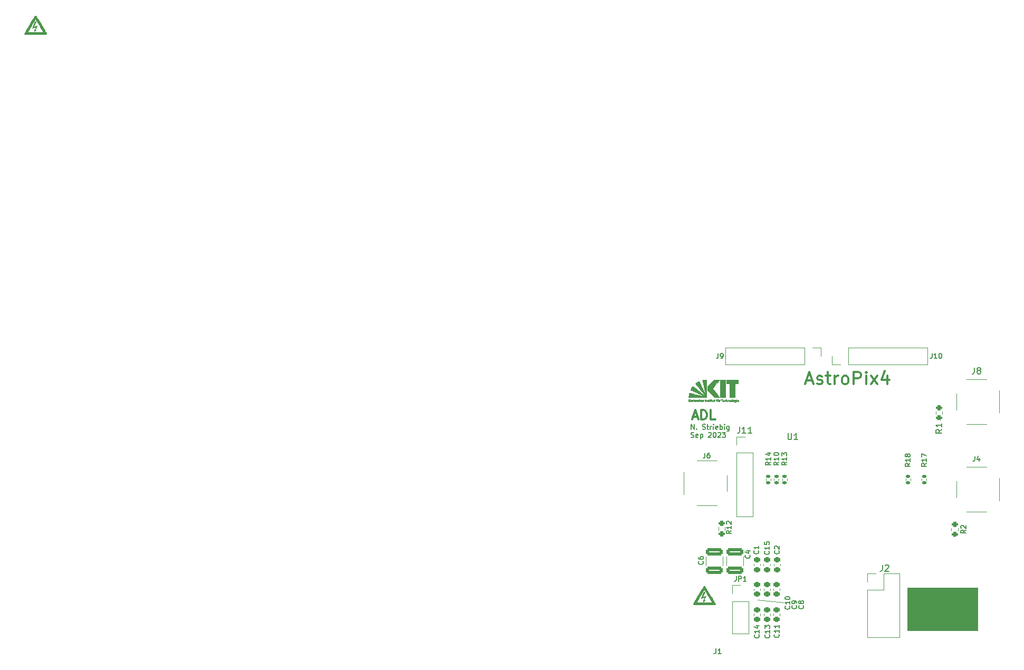
<source format=gbr>
G04 #@! TF.GenerationSoftware,KiCad,Pcbnew,7.0.7-7.0.7~ubuntu22.04.1*
G04 #@! TF.CreationDate,2023-09-29T12:00:57+02:00*
G04 #@! TF.ProjectId,astropix_v4,61737472-6f70-4697-985f-76342e6b6963,1.0*
G04 #@! TF.SameCoordinates,Original*
G04 #@! TF.FileFunction,Legend,Top*
G04 #@! TF.FilePolarity,Positive*
%FSLAX46Y46*%
G04 Gerber Fmt 4.6, Leading zero omitted, Abs format (unit mm)*
G04 Created by KiCad (PCBNEW 7.0.7-7.0.7~ubuntu22.04.1) date 2023-09-29 12:00:57*
%MOMM*%
%LPD*%
G01*
G04 APERTURE LIST*
G04 Aperture macros list*
%AMRoundRect*
0 Rectangle with rounded corners*
0 $1 Rounding radius*
0 $2 $3 $4 $5 $6 $7 $8 $9 X,Y pos of 4 corners*
0 Add a 4 corners polygon primitive as box body*
4,1,4,$2,$3,$4,$5,$6,$7,$8,$9,$2,$3,0*
0 Add four circle primitives for the rounded corners*
1,1,$1+$1,$2,$3*
1,1,$1+$1,$4,$5*
1,1,$1+$1,$6,$7*
1,1,$1+$1,$8,$9*
0 Add four rect primitives between the rounded corners*
20,1,$1+$1,$2,$3,$4,$5,0*
20,1,$1+$1,$4,$5,$6,$7,0*
20,1,$1+$1,$6,$7,$8,$9,0*
20,1,$1+$1,$8,$9,$2,$3,0*%
%AMFreePoly0*
4,1,19,12.075000,0.104904,12.129904,0.050000,12.150000,-0.025000,12.129904,-0.100000,12.075000,-0.154904,12.000000,-0.175000,-0.600900,-0.175000,-0.935151,-0.335257,-1.011467,-0.349561,-1.084712,-0.323790,-1.135257,-0.264849,-1.149561,-0.188533,-1.123790,-0.115288,-1.064849,-0.064743,-0.699849,0.110257,-0.667146,0.116386,-0.635000,0.125000,12.000000,0.125000,12.075000,0.104904,12.075000,0.104904,
$1*%
%AMFreePoly1*
4,1,19,10.975000,0.129904,11.029904,0.075000,11.050000,0.000000,11.029904,-0.075000,10.975000,-0.129904,10.900000,-0.150000,-0.236351,-0.150000,-1.344715,-0.589440,-1.421842,-0.598401,-1.493117,-0.567598,-1.539440,-0.505285,-1.548401,-0.428158,-1.517598,-0.356883,-1.455285,-0.310560,-0.320285,0.139440,-0.292257,0.142696,-0.265000,0.150000,10.900000,0.150000,10.975000,0.129904,10.975000,0.129904,
$1*%
%AMFreePoly2*
4,1,19,9.775000,0.104904,9.829904,0.050000,9.850000,-0.025000,9.829904,-0.100000,9.775000,-0.154904,9.700000,-0.175000,-0.369999,-0.175000,-1.842308,-0.788462,-1.919268,-0.798758,-1.991065,-0.769194,-2.038462,-0.707692,-2.048758,-0.630732,-2.019194,-0.558935,-1.957692,-0.511538,-0.457692,0.113462,-0.428470,0.117371,-0.400000,0.125000,9.700000,0.125000,9.775000,0.104904,9.775000,0.104904,
$1*%
G04 Aperture macros list end*
%ADD10C,0.100000*%
%ADD11C,0.120000*%
%ADD12C,0.300000*%
%ADD13C,0.200000*%
%ADD14C,0.150000*%
%ADD15C,0.010000*%
%ADD16C,0.475000*%
%ADD17RoundRect,0.225000X-0.250000X0.225000X-0.250000X-0.225000X0.250000X-0.225000X0.250000X0.225000X0*%
%ADD18C,2.250000*%
%ADD19R,1.700000X1.700000*%
%ADD20O,1.700000X1.700000*%
%ADD21RoundRect,0.250000X1.100000X-0.325000X1.100000X0.325000X-1.100000X0.325000X-1.100000X-0.325000X0*%
%ADD22C,2.000000*%
%ADD23RoundRect,0.225000X0.250000X-0.225000X0.250000X0.225000X-0.250000X0.225000X-0.250000X-0.225000X0*%
%ADD24RoundRect,0.200000X-0.275000X0.200000X-0.275000X-0.200000X0.275000X-0.200000X0.275000X0.200000X0*%
%ADD25RoundRect,0.135000X0.185000X-0.135000X0.185000X0.135000X-0.185000X0.135000X-0.185000X-0.135000X0*%
%ADD26C,3.200000*%
%ADD27RoundRect,0.135000X-0.185000X0.135000X-0.185000X-0.135000X0.185000X-0.135000X0.185000X0.135000X0*%
%ADD28R,0.400000X0.500000*%
%ADD29R,0.125000X0.600000*%
%ADD30R,0.600000X0.125000*%
%ADD31FreePoly0,0.000000*%
%ADD32FreePoly1,0.000000*%
%ADD33FreePoly2,0.000000*%
%ADD34R,0.700000X4.300000*%
%ADD35R,0.700000X3.200000*%
%ADD36C,3.100000*%
%ADD37C,0.450000*%
%ADD38C,0.600000*%
G04 APERTURE END LIST*
D10*
X152968000Y-98600000D02*
X141690400Y-98600000D01*
X141690400Y-91742000D01*
X152968000Y-91742000D01*
X152968000Y-98600000D01*
G36*
X152968000Y-98600000D02*
G01*
X141690400Y-98600000D01*
X141690400Y-91742000D01*
X152968000Y-91742000D01*
X152968000Y-98600000D01*
G37*
D11*
X121800000Y-94100000D02*
X117700000Y-93700000D01*
D12*
X125478320Y-58538209D02*
X126430701Y-58538209D01*
X125287844Y-59109638D02*
X125954510Y-57109638D01*
X125954510Y-57109638D02*
X126621177Y-59109638D01*
X127192606Y-59014400D02*
X127383082Y-59109638D01*
X127383082Y-59109638D02*
X127764034Y-59109638D01*
X127764034Y-59109638D02*
X127954511Y-59014400D01*
X127954511Y-59014400D02*
X128049749Y-58823923D01*
X128049749Y-58823923D02*
X128049749Y-58728685D01*
X128049749Y-58728685D02*
X127954511Y-58538209D01*
X127954511Y-58538209D02*
X127764034Y-58442971D01*
X127764034Y-58442971D02*
X127478320Y-58442971D01*
X127478320Y-58442971D02*
X127287844Y-58347733D01*
X127287844Y-58347733D02*
X127192606Y-58157257D01*
X127192606Y-58157257D02*
X127192606Y-58062019D01*
X127192606Y-58062019D02*
X127287844Y-57871542D01*
X127287844Y-57871542D02*
X127478320Y-57776304D01*
X127478320Y-57776304D02*
X127764034Y-57776304D01*
X127764034Y-57776304D02*
X127954511Y-57871542D01*
X128621178Y-57776304D02*
X129383082Y-57776304D01*
X128906892Y-57109638D02*
X128906892Y-58823923D01*
X128906892Y-58823923D02*
X129002130Y-59014400D01*
X129002130Y-59014400D02*
X129192606Y-59109638D01*
X129192606Y-59109638D02*
X129383082Y-59109638D01*
X130049749Y-59109638D02*
X130049749Y-57776304D01*
X130049749Y-58157257D02*
X130144987Y-57966780D01*
X130144987Y-57966780D02*
X130240225Y-57871542D01*
X130240225Y-57871542D02*
X130430701Y-57776304D01*
X130430701Y-57776304D02*
X130621178Y-57776304D01*
X131573558Y-59109638D02*
X131383082Y-59014400D01*
X131383082Y-59014400D02*
X131287844Y-58919161D01*
X131287844Y-58919161D02*
X131192606Y-58728685D01*
X131192606Y-58728685D02*
X131192606Y-58157257D01*
X131192606Y-58157257D02*
X131287844Y-57966780D01*
X131287844Y-57966780D02*
X131383082Y-57871542D01*
X131383082Y-57871542D02*
X131573558Y-57776304D01*
X131573558Y-57776304D02*
X131859273Y-57776304D01*
X131859273Y-57776304D02*
X132049749Y-57871542D01*
X132049749Y-57871542D02*
X132144987Y-57966780D01*
X132144987Y-57966780D02*
X132240225Y-58157257D01*
X132240225Y-58157257D02*
X132240225Y-58728685D01*
X132240225Y-58728685D02*
X132144987Y-58919161D01*
X132144987Y-58919161D02*
X132049749Y-59014400D01*
X132049749Y-59014400D02*
X131859273Y-59109638D01*
X131859273Y-59109638D02*
X131573558Y-59109638D01*
X133097368Y-59109638D02*
X133097368Y-57109638D01*
X133097368Y-57109638D02*
X133859273Y-57109638D01*
X133859273Y-57109638D02*
X134049749Y-57204876D01*
X134049749Y-57204876D02*
X134144987Y-57300114D01*
X134144987Y-57300114D02*
X134240225Y-57490590D01*
X134240225Y-57490590D02*
X134240225Y-57776304D01*
X134240225Y-57776304D02*
X134144987Y-57966780D01*
X134144987Y-57966780D02*
X134049749Y-58062019D01*
X134049749Y-58062019D02*
X133859273Y-58157257D01*
X133859273Y-58157257D02*
X133097368Y-58157257D01*
X135097368Y-59109638D02*
X135097368Y-57776304D01*
X135097368Y-57109638D02*
X135002130Y-57204876D01*
X135002130Y-57204876D02*
X135097368Y-57300114D01*
X135097368Y-57300114D02*
X135192606Y-57204876D01*
X135192606Y-57204876D02*
X135097368Y-57109638D01*
X135097368Y-57109638D02*
X135097368Y-57300114D01*
X135859273Y-59109638D02*
X136906892Y-57776304D01*
X135859273Y-57776304D02*
X136906892Y-59109638D01*
X138525940Y-57776304D02*
X138525940Y-59109638D01*
X138049749Y-57014400D02*
X137573559Y-58442971D01*
X137573559Y-58442971D02*
X138811654Y-58442971D01*
D13*
X107036054Y-66355695D02*
X107036054Y-65555695D01*
X107036054Y-65555695D02*
X107493197Y-66355695D01*
X107493197Y-66355695D02*
X107493197Y-65555695D01*
X107874149Y-66279504D02*
X107912244Y-66317600D01*
X107912244Y-66317600D02*
X107874149Y-66355695D01*
X107874149Y-66355695D02*
X107836053Y-66317600D01*
X107836053Y-66317600D02*
X107874149Y-66279504D01*
X107874149Y-66279504D02*
X107874149Y-66355695D01*
X108826529Y-66317600D02*
X108940815Y-66355695D01*
X108940815Y-66355695D02*
X109131291Y-66355695D01*
X109131291Y-66355695D02*
X109207482Y-66317600D01*
X109207482Y-66317600D02*
X109245577Y-66279504D01*
X109245577Y-66279504D02*
X109283672Y-66203314D01*
X109283672Y-66203314D02*
X109283672Y-66127123D01*
X109283672Y-66127123D02*
X109245577Y-66050933D01*
X109245577Y-66050933D02*
X109207482Y-66012838D01*
X109207482Y-66012838D02*
X109131291Y-65974742D01*
X109131291Y-65974742D02*
X108978910Y-65936647D01*
X108978910Y-65936647D02*
X108902720Y-65898552D01*
X108902720Y-65898552D02*
X108864625Y-65860457D01*
X108864625Y-65860457D02*
X108826529Y-65784266D01*
X108826529Y-65784266D02*
X108826529Y-65708076D01*
X108826529Y-65708076D02*
X108864625Y-65631885D01*
X108864625Y-65631885D02*
X108902720Y-65593790D01*
X108902720Y-65593790D02*
X108978910Y-65555695D01*
X108978910Y-65555695D02*
X109169387Y-65555695D01*
X109169387Y-65555695D02*
X109283672Y-65593790D01*
X109512244Y-65822361D02*
X109817006Y-65822361D01*
X109626530Y-65555695D02*
X109626530Y-66241409D01*
X109626530Y-66241409D02*
X109664625Y-66317600D01*
X109664625Y-66317600D02*
X109740815Y-66355695D01*
X109740815Y-66355695D02*
X109817006Y-66355695D01*
X110083673Y-66355695D02*
X110083673Y-65822361D01*
X110083673Y-65974742D02*
X110121768Y-65898552D01*
X110121768Y-65898552D02*
X110159863Y-65860457D01*
X110159863Y-65860457D02*
X110236054Y-65822361D01*
X110236054Y-65822361D02*
X110312244Y-65822361D01*
X110578911Y-66355695D02*
X110578911Y-65822361D01*
X110578911Y-65555695D02*
X110540815Y-65593790D01*
X110540815Y-65593790D02*
X110578911Y-65631885D01*
X110578911Y-65631885D02*
X110617006Y-65593790D01*
X110617006Y-65593790D02*
X110578911Y-65555695D01*
X110578911Y-65555695D02*
X110578911Y-65631885D01*
X111264625Y-66317600D02*
X111188434Y-66355695D01*
X111188434Y-66355695D02*
X111036053Y-66355695D01*
X111036053Y-66355695D02*
X110959863Y-66317600D01*
X110959863Y-66317600D02*
X110921767Y-66241409D01*
X110921767Y-66241409D02*
X110921767Y-65936647D01*
X110921767Y-65936647D02*
X110959863Y-65860457D01*
X110959863Y-65860457D02*
X111036053Y-65822361D01*
X111036053Y-65822361D02*
X111188434Y-65822361D01*
X111188434Y-65822361D02*
X111264625Y-65860457D01*
X111264625Y-65860457D02*
X111302720Y-65936647D01*
X111302720Y-65936647D02*
X111302720Y-66012838D01*
X111302720Y-66012838D02*
X110921767Y-66089028D01*
X111645577Y-66355695D02*
X111645577Y-65555695D01*
X111645577Y-65860457D02*
X111721767Y-65822361D01*
X111721767Y-65822361D02*
X111874148Y-65822361D01*
X111874148Y-65822361D02*
X111950339Y-65860457D01*
X111950339Y-65860457D02*
X111988434Y-65898552D01*
X111988434Y-65898552D02*
X112026529Y-65974742D01*
X112026529Y-65974742D02*
X112026529Y-66203314D01*
X112026529Y-66203314D02*
X111988434Y-66279504D01*
X111988434Y-66279504D02*
X111950339Y-66317600D01*
X111950339Y-66317600D02*
X111874148Y-66355695D01*
X111874148Y-66355695D02*
X111721767Y-66355695D01*
X111721767Y-66355695D02*
X111645577Y-66317600D01*
X112369387Y-66355695D02*
X112369387Y-65822361D01*
X112369387Y-65555695D02*
X112331291Y-65593790D01*
X112331291Y-65593790D02*
X112369387Y-65631885D01*
X112369387Y-65631885D02*
X112407482Y-65593790D01*
X112407482Y-65593790D02*
X112369387Y-65555695D01*
X112369387Y-65555695D02*
X112369387Y-65631885D01*
X113093196Y-65822361D02*
X113093196Y-66469980D01*
X113093196Y-66469980D02*
X113055101Y-66546171D01*
X113055101Y-66546171D02*
X113017005Y-66584266D01*
X113017005Y-66584266D02*
X112940815Y-66622361D01*
X112940815Y-66622361D02*
X112826529Y-66622361D01*
X112826529Y-66622361D02*
X112750339Y-66584266D01*
X113093196Y-66317600D02*
X113017005Y-66355695D01*
X113017005Y-66355695D02*
X112864624Y-66355695D01*
X112864624Y-66355695D02*
X112788434Y-66317600D01*
X112788434Y-66317600D02*
X112750339Y-66279504D01*
X112750339Y-66279504D02*
X112712243Y-66203314D01*
X112712243Y-66203314D02*
X112712243Y-65974742D01*
X112712243Y-65974742D02*
X112750339Y-65898552D01*
X112750339Y-65898552D02*
X112788434Y-65860457D01*
X112788434Y-65860457D02*
X112864624Y-65822361D01*
X112864624Y-65822361D02*
X113017005Y-65822361D01*
X113017005Y-65822361D02*
X113093196Y-65860457D01*
X106997958Y-67605600D02*
X107112244Y-67643695D01*
X107112244Y-67643695D02*
X107302720Y-67643695D01*
X107302720Y-67643695D02*
X107378911Y-67605600D01*
X107378911Y-67605600D02*
X107417006Y-67567504D01*
X107417006Y-67567504D02*
X107455101Y-67491314D01*
X107455101Y-67491314D02*
X107455101Y-67415123D01*
X107455101Y-67415123D02*
X107417006Y-67338933D01*
X107417006Y-67338933D02*
X107378911Y-67300838D01*
X107378911Y-67300838D02*
X107302720Y-67262742D01*
X107302720Y-67262742D02*
X107150339Y-67224647D01*
X107150339Y-67224647D02*
X107074149Y-67186552D01*
X107074149Y-67186552D02*
X107036054Y-67148457D01*
X107036054Y-67148457D02*
X106997958Y-67072266D01*
X106997958Y-67072266D02*
X106997958Y-66996076D01*
X106997958Y-66996076D02*
X107036054Y-66919885D01*
X107036054Y-66919885D02*
X107074149Y-66881790D01*
X107074149Y-66881790D02*
X107150339Y-66843695D01*
X107150339Y-66843695D02*
X107340816Y-66843695D01*
X107340816Y-66843695D02*
X107455101Y-66881790D01*
X108102721Y-67605600D02*
X108026530Y-67643695D01*
X108026530Y-67643695D02*
X107874149Y-67643695D01*
X107874149Y-67643695D02*
X107797959Y-67605600D01*
X107797959Y-67605600D02*
X107759863Y-67529409D01*
X107759863Y-67529409D02*
X107759863Y-67224647D01*
X107759863Y-67224647D02*
X107797959Y-67148457D01*
X107797959Y-67148457D02*
X107874149Y-67110361D01*
X107874149Y-67110361D02*
X108026530Y-67110361D01*
X108026530Y-67110361D02*
X108102721Y-67148457D01*
X108102721Y-67148457D02*
X108140816Y-67224647D01*
X108140816Y-67224647D02*
X108140816Y-67300838D01*
X108140816Y-67300838D02*
X107759863Y-67377028D01*
X108483673Y-67110361D02*
X108483673Y-67910361D01*
X108483673Y-67148457D02*
X108559863Y-67110361D01*
X108559863Y-67110361D02*
X108712244Y-67110361D01*
X108712244Y-67110361D02*
X108788435Y-67148457D01*
X108788435Y-67148457D02*
X108826530Y-67186552D01*
X108826530Y-67186552D02*
X108864625Y-67262742D01*
X108864625Y-67262742D02*
X108864625Y-67491314D01*
X108864625Y-67491314D02*
X108826530Y-67567504D01*
X108826530Y-67567504D02*
X108788435Y-67605600D01*
X108788435Y-67605600D02*
X108712244Y-67643695D01*
X108712244Y-67643695D02*
X108559863Y-67643695D01*
X108559863Y-67643695D02*
X108483673Y-67605600D01*
X109778911Y-66919885D02*
X109817007Y-66881790D01*
X109817007Y-66881790D02*
X109893197Y-66843695D01*
X109893197Y-66843695D02*
X110083673Y-66843695D01*
X110083673Y-66843695D02*
X110159864Y-66881790D01*
X110159864Y-66881790D02*
X110197959Y-66919885D01*
X110197959Y-66919885D02*
X110236054Y-66996076D01*
X110236054Y-66996076D02*
X110236054Y-67072266D01*
X110236054Y-67072266D02*
X110197959Y-67186552D01*
X110197959Y-67186552D02*
X109740816Y-67643695D01*
X109740816Y-67643695D02*
X110236054Y-67643695D01*
X110731293Y-66843695D02*
X110807483Y-66843695D01*
X110807483Y-66843695D02*
X110883674Y-66881790D01*
X110883674Y-66881790D02*
X110921769Y-66919885D01*
X110921769Y-66919885D02*
X110959864Y-66996076D01*
X110959864Y-66996076D02*
X110997959Y-67148457D01*
X110997959Y-67148457D02*
X110997959Y-67338933D01*
X110997959Y-67338933D02*
X110959864Y-67491314D01*
X110959864Y-67491314D02*
X110921769Y-67567504D01*
X110921769Y-67567504D02*
X110883674Y-67605600D01*
X110883674Y-67605600D02*
X110807483Y-67643695D01*
X110807483Y-67643695D02*
X110731293Y-67643695D01*
X110731293Y-67643695D02*
X110655102Y-67605600D01*
X110655102Y-67605600D02*
X110617007Y-67567504D01*
X110617007Y-67567504D02*
X110578912Y-67491314D01*
X110578912Y-67491314D02*
X110540816Y-67338933D01*
X110540816Y-67338933D02*
X110540816Y-67148457D01*
X110540816Y-67148457D02*
X110578912Y-66996076D01*
X110578912Y-66996076D02*
X110617007Y-66919885D01*
X110617007Y-66919885D02*
X110655102Y-66881790D01*
X110655102Y-66881790D02*
X110731293Y-66843695D01*
X111302721Y-66919885D02*
X111340817Y-66881790D01*
X111340817Y-66881790D02*
X111417007Y-66843695D01*
X111417007Y-66843695D02*
X111607483Y-66843695D01*
X111607483Y-66843695D02*
X111683674Y-66881790D01*
X111683674Y-66881790D02*
X111721769Y-66919885D01*
X111721769Y-66919885D02*
X111759864Y-66996076D01*
X111759864Y-66996076D02*
X111759864Y-67072266D01*
X111759864Y-67072266D02*
X111721769Y-67186552D01*
X111721769Y-67186552D02*
X111264626Y-67643695D01*
X111264626Y-67643695D02*
X111759864Y-67643695D01*
X112026531Y-66843695D02*
X112521769Y-66843695D01*
X112521769Y-66843695D02*
X112255103Y-67148457D01*
X112255103Y-67148457D02*
X112369388Y-67148457D01*
X112369388Y-67148457D02*
X112445579Y-67186552D01*
X112445579Y-67186552D02*
X112483674Y-67224647D01*
X112483674Y-67224647D02*
X112521769Y-67300838D01*
X112521769Y-67300838D02*
X112521769Y-67491314D01*
X112521769Y-67491314D02*
X112483674Y-67567504D01*
X112483674Y-67567504D02*
X112445579Y-67605600D01*
X112445579Y-67605600D02*
X112369388Y-67643695D01*
X112369388Y-67643695D02*
X112140817Y-67643695D01*
X112140817Y-67643695D02*
X112064626Y-67605600D01*
X112064626Y-67605600D02*
X112026531Y-67567504D01*
D12*
X107285714Y-64349757D02*
X108000000Y-64349757D01*
X107142857Y-64778328D02*
X107642857Y-63278328D01*
X107642857Y-63278328D02*
X108142857Y-64778328D01*
X108642856Y-64778328D02*
X108642856Y-63278328D01*
X108642856Y-63278328D02*
X108999999Y-63278328D01*
X108999999Y-63278328D02*
X109214285Y-63349757D01*
X109214285Y-63349757D02*
X109357142Y-63492614D01*
X109357142Y-63492614D02*
X109428571Y-63635471D01*
X109428571Y-63635471D02*
X109499999Y-63921185D01*
X109499999Y-63921185D02*
X109499999Y-64135471D01*
X109499999Y-64135471D02*
X109428571Y-64421185D01*
X109428571Y-64421185D02*
X109357142Y-64564042D01*
X109357142Y-64564042D02*
X109214285Y-64706900D01*
X109214285Y-64706900D02*
X108999999Y-64778328D01*
X108999999Y-64778328D02*
X108642856Y-64778328D01*
X110857142Y-64778328D02*
X110142856Y-64778328D01*
X110142856Y-64778328D02*
X110142856Y-63278328D01*
D14*
X124986104Y-94633332D02*
X125024200Y-94671428D01*
X125024200Y-94671428D02*
X125062295Y-94785713D01*
X125062295Y-94785713D02*
X125062295Y-94861904D01*
X125062295Y-94861904D02*
X125024200Y-94976190D01*
X125024200Y-94976190D02*
X124948009Y-95052380D01*
X124948009Y-95052380D02*
X124871819Y-95090475D01*
X124871819Y-95090475D02*
X124719438Y-95128571D01*
X124719438Y-95128571D02*
X124605152Y-95128571D01*
X124605152Y-95128571D02*
X124452771Y-95090475D01*
X124452771Y-95090475D02*
X124376580Y-95052380D01*
X124376580Y-95052380D02*
X124300390Y-94976190D01*
X124300390Y-94976190D02*
X124262295Y-94861904D01*
X124262295Y-94861904D02*
X124262295Y-94785713D01*
X124262295Y-94785713D02*
X124300390Y-94671428D01*
X124300390Y-94671428D02*
X124338485Y-94633332D01*
X124605152Y-94176190D02*
X124567057Y-94252380D01*
X124567057Y-94252380D02*
X124528961Y-94290475D01*
X124528961Y-94290475D02*
X124452771Y-94328571D01*
X124452771Y-94328571D02*
X124414676Y-94328571D01*
X124414676Y-94328571D02*
X124338485Y-94290475D01*
X124338485Y-94290475D02*
X124300390Y-94252380D01*
X124300390Y-94252380D02*
X124262295Y-94176190D01*
X124262295Y-94176190D02*
X124262295Y-94023809D01*
X124262295Y-94023809D02*
X124300390Y-93947618D01*
X124300390Y-93947618D02*
X124338485Y-93909523D01*
X124338485Y-93909523D02*
X124414676Y-93871428D01*
X124414676Y-93871428D02*
X124452771Y-93871428D01*
X124452771Y-93871428D02*
X124528961Y-93909523D01*
X124528961Y-93909523D02*
X124567057Y-93947618D01*
X124567057Y-93947618D02*
X124605152Y-94023809D01*
X124605152Y-94023809D02*
X124605152Y-94176190D01*
X124605152Y-94176190D02*
X124643247Y-94252380D01*
X124643247Y-94252380D02*
X124681342Y-94290475D01*
X124681342Y-94290475D02*
X124757533Y-94328571D01*
X124757533Y-94328571D02*
X124909914Y-94328571D01*
X124909914Y-94328571D02*
X124986104Y-94290475D01*
X124986104Y-94290475D02*
X125024200Y-94252380D01*
X125024200Y-94252380D02*
X125062295Y-94176190D01*
X125062295Y-94176190D02*
X125062295Y-94023809D01*
X125062295Y-94023809D02*
X125024200Y-93947618D01*
X125024200Y-93947618D02*
X124986104Y-93909523D01*
X124986104Y-93909523D02*
X124909914Y-93871428D01*
X124909914Y-93871428D02*
X124757533Y-93871428D01*
X124757533Y-93871428D02*
X124681342Y-93909523D01*
X124681342Y-93909523D02*
X124643247Y-93947618D01*
X124643247Y-93947618D02*
X124605152Y-94023809D01*
X123886104Y-94633332D02*
X123924200Y-94671428D01*
X123924200Y-94671428D02*
X123962295Y-94785713D01*
X123962295Y-94785713D02*
X123962295Y-94861904D01*
X123962295Y-94861904D02*
X123924200Y-94976190D01*
X123924200Y-94976190D02*
X123848009Y-95052380D01*
X123848009Y-95052380D02*
X123771819Y-95090475D01*
X123771819Y-95090475D02*
X123619438Y-95128571D01*
X123619438Y-95128571D02*
X123505152Y-95128571D01*
X123505152Y-95128571D02*
X123352771Y-95090475D01*
X123352771Y-95090475D02*
X123276580Y-95052380D01*
X123276580Y-95052380D02*
X123200390Y-94976190D01*
X123200390Y-94976190D02*
X123162295Y-94861904D01*
X123162295Y-94861904D02*
X123162295Y-94785713D01*
X123162295Y-94785713D02*
X123200390Y-94671428D01*
X123200390Y-94671428D02*
X123238485Y-94633332D01*
X123962295Y-94252380D02*
X123962295Y-94099999D01*
X123962295Y-94099999D02*
X123924200Y-94023809D01*
X123924200Y-94023809D02*
X123886104Y-93985713D01*
X123886104Y-93985713D02*
X123771819Y-93909523D01*
X123771819Y-93909523D02*
X123619438Y-93871428D01*
X123619438Y-93871428D02*
X123314676Y-93871428D01*
X123314676Y-93871428D02*
X123238485Y-93909523D01*
X123238485Y-93909523D02*
X123200390Y-93947618D01*
X123200390Y-93947618D02*
X123162295Y-94023809D01*
X123162295Y-94023809D02*
X123162295Y-94176190D01*
X123162295Y-94176190D02*
X123200390Y-94252380D01*
X123200390Y-94252380D02*
X123238485Y-94290475D01*
X123238485Y-94290475D02*
X123314676Y-94328571D01*
X123314676Y-94328571D02*
X123505152Y-94328571D01*
X123505152Y-94328571D02*
X123581342Y-94290475D01*
X123581342Y-94290475D02*
X123619438Y-94252380D01*
X123619438Y-94252380D02*
X123657533Y-94176190D01*
X123657533Y-94176190D02*
X123657533Y-94023809D01*
X123657533Y-94023809D02*
X123619438Y-93947618D01*
X123619438Y-93947618D02*
X123581342Y-93909523D01*
X123581342Y-93909523D02*
X123505152Y-93871428D01*
X122786104Y-94714285D02*
X122824200Y-94752381D01*
X122824200Y-94752381D02*
X122862295Y-94866666D01*
X122862295Y-94866666D02*
X122862295Y-94942857D01*
X122862295Y-94942857D02*
X122824200Y-95057143D01*
X122824200Y-95057143D02*
X122748009Y-95133333D01*
X122748009Y-95133333D02*
X122671819Y-95171428D01*
X122671819Y-95171428D02*
X122519438Y-95209524D01*
X122519438Y-95209524D02*
X122405152Y-95209524D01*
X122405152Y-95209524D02*
X122252771Y-95171428D01*
X122252771Y-95171428D02*
X122176580Y-95133333D01*
X122176580Y-95133333D02*
X122100390Y-95057143D01*
X122100390Y-95057143D02*
X122062295Y-94942857D01*
X122062295Y-94942857D02*
X122062295Y-94866666D01*
X122062295Y-94866666D02*
X122100390Y-94752381D01*
X122100390Y-94752381D02*
X122138485Y-94714285D01*
X122862295Y-93952381D02*
X122862295Y-94409524D01*
X122862295Y-94180952D02*
X122062295Y-94180952D01*
X122062295Y-94180952D02*
X122176580Y-94257143D01*
X122176580Y-94257143D02*
X122252771Y-94333333D01*
X122252771Y-94333333D02*
X122290866Y-94409524D01*
X122062295Y-93457142D02*
X122062295Y-93380952D01*
X122062295Y-93380952D02*
X122100390Y-93304761D01*
X122100390Y-93304761D02*
X122138485Y-93266666D01*
X122138485Y-93266666D02*
X122214676Y-93228571D01*
X122214676Y-93228571D02*
X122367057Y-93190476D01*
X122367057Y-93190476D02*
X122557533Y-93190476D01*
X122557533Y-93190476D02*
X122709914Y-93228571D01*
X122709914Y-93228571D02*
X122786104Y-93266666D01*
X122786104Y-93266666D02*
X122824200Y-93304761D01*
X122824200Y-93304761D02*
X122862295Y-93380952D01*
X122862295Y-93380952D02*
X122862295Y-93457142D01*
X122862295Y-93457142D02*
X122824200Y-93533333D01*
X122824200Y-93533333D02*
X122786104Y-93571428D01*
X122786104Y-93571428D02*
X122709914Y-93609523D01*
X122709914Y-93609523D02*
X122557533Y-93647619D01*
X122557533Y-93647619D02*
X122367057Y-93647619D01*
X122367057Y-93647619D02*
X122214676Y-93609523D01*
X122214676Y-93609523D02*
X122138485Y-93571428D01*
X122138485Y-93571428D02*
X122100390Y-93533333D01*
X122100390Y-93533333D02*
X122062295Y-93457142D01*
X109233333Y-70162295D02*
X109233333Y-70733723D01*
X109233333Y-70733723D02*
X109195238Y-70848009D01*
X109195238Y-70848009D02*
X109119047Y-70924200D01*
X109119047Y-70924200D02*
X109004762Y-70962295D01*
X109004762Y-70962295D02*
X108928571Y-70962295D01*
X109957143Y-70162295D02*
X109804762Y-70162295D01*
X109804762Y-70162295D02*
X109728571Y-70200390D01*
X109728571Y-70200390D02*
X109690476Y-70238485D01*
X109690476Y-70238485D02*
X109614286Y-70352771D01*
X109614286Y-70352771D02*
X109576190Y-70505152D01*
X109576190Y-70505152D02*
X109576190Y-70809914D01*
X109576190Y-70809914D02*
X109614286Y-70886104D01*
X109614286Y-70886104D02*
X109652381Y-70924200D01*
X109652381Y-70924200D02*
X109728571Y-70962295D01*
X109728571Y-70962295D02*
X109880952Y-70962295D01*
X109880952Y-70962295D02*
X109957143Y-70924200D01*
X109957143Y-70924200D02*
X109995238Y-70886104D01*
X109995238Y-70886104D02*
X110033333Y-70809914D01*
X110033333Y-70809914D02*
X110033333Y-70619438D01*
X110033333Y-70619438D02*
X109995238Y-70543247D01*
X109995238Y-70543247D02*
X109957143Y-70505152D01*
X109957143Y-70505152D02*
X109880952Y-70467057D01*
X109880952Y-70467057D02*
X109728571Y-70467057D01*
X109728571Y-70467057D02*
X109652381Y-70505152D01*
X109652381Y-70505152D02*
X109614286Y-70543247D01*
X109614286Y-70543247D02*
X109576190Y-70619438D01*
X111333333Y-54162295D02*
X111333333Y-54733723D01*
X111333333Y-54733723D02*
X111295238Y-54848009D01*
X111295238Y-54848009D02*
X111219047Y-54924200D01*
X111219047Y-54924200D02*
X111104762Y-54962295D01*
X111104762Y-54962295D02*
X111028571Y-54962295D01*
X111752381Y-54962295D02*
X111904762Y-54962295D01*
X111904762Y-54962295D02*
X111980952Y-54924200D01*
X111980952Y-54924200D02*
X112019048Y-54886104D01*
X112019048Y-54886104D02*
X112095238Y-54771819D01*
X112095238Y-54771819D02*
X112133333Y-54619438D01*
X112133333Y-54619438D02*
X112133333Y-54314676D01*
X112133333Y-54314676D02*
X112095238Y-54238485D01*
X112095238Y-54238485D02*
X112057143Y-54200390D01*
X112057143Y-54200390D02*
X111980952Y-54162295D01*
X111980952Y-54162295D02*
X111828571Y-54162295D01*
X111828571Y-54162295D02*
X111752381Y-54200390D01*
X111752381Y-54200390D02*
X111714286Y-54238485D01*
X111714286Y-54238485D02*
X111676190Y-54314676D01*
X111676190Y-54314676D02*
X111676190Y-54505152D01*
X111676190Y-54505152D02*
X111714286Y-54581342D01*
X111714286Y-54581342D02*
X111752381Y-54619438D01*
X111752381Y-54619438D02*
X111828571Y-54657533D01*
X111828571Y-54657533D02*
X111980952Y-54657533D01*
X111980952Y-54657533D02*
X112057143Y-54619438D01*
X112057143Y-54619438D02*
X112095238Y-54581342D01*
X112095238Y-54581342D02*
X112133333Y-54505152D01*
X108871104Y-87533332D02*
X108909200Y-87571428D01*
X108909200Y-87571428D02*
X108947295Y-87685713D01*
X108947295Y-87685713D02*
X108947295Y-87761904D01*
X108947295Y-87761904D02*
X108909200Y-87876190D01*
X108909200Y-87876190D02*
X108833009Y-87952380D01*
X108833009Y-87952380D02*
X108756819Y-87990475D01*
X108756819Y-87990475D02*
X108604438Y-88028571D01*
X108604438Y-88028571D02*
X108490152Y-88028571D01*
X108490152Y-88028571D02*
X108337771Y-87990475D01*
X108337771Y-87990475D02*
X108261580Y-87952380D01*
X108261580Y-87952380D02*
X108185390Y-87876190D01*
X108185390Y-87876190D02*
X108147295Y-87761904D01*
X108147295Y-87761904D02*
X108147295Y-87685713D01*
X108147295Y-87685713D02*
X108185390Y-87571428D01*
X108185390Y-87571428D02*
X108223485Y-87533332D01*
X108147295Y-86847618D02*
X108147295Y-86999999D01*
X108147295Y-86999999D02*
X108185390Y-87076190D01*
X108185390Y-87076190D02*
X108223485Y-87114285D01*
X108223485Y-87114285D02*
X108337771Y-87190475D01*
X108337771Y-87190475D02*
X108490152Y-87228571D01*
X108490152Y-87228571D02*
X108794914Y-87228571D01*
X108794914Y-87228571D02*
X108871104Y-87190475D01*
X108871104Y-87190475D02*
X108909200Y-87152380D01*
X108909200Y-87152380D02*
X108947295Y-87076190D01*
X108947295Y-87076190D02*
X108947295Y-86923809D01*
X108947295Y-86923809D02*
X108909200Y-86847618D01*
X108909200Y-86847618D02*
X108871104Y-86809523D01*
X108871104Y-86809523D02*
X108794914Y-86771428D01*
X108794914Y-86771428D02*
X108604438Y-86771428D01*
X108604438Y-86771428D02*
X108528247Y-86809523D01*
X108528247Y-86809523D02*
X108490152Y-86847618D01*
X108490152Y-86847618D02*
X108452057Y-86923809D01*
X108452057Y-86923809D02*
X108452057Y-87076190D01*
X108452057Y-87076190D02*
X108490152Y-87152380D01*
X108490152Y-87152380D02*
X108528247Y-87190475D01*
X108528247Y-87190475D02*
X108604438Y-87228571D01*
X116386104Y-86533332D02*
X116424200Y-86571428D01*
X116424200Y-86571428D02*
X116462295Y-86685713D01*
X116462295Y-86685713D02*
X116462295Y-86761904D01*
X116462295Y-86761904D02*
X116424200Y-86876190D01*
X116424200Y-86876190D02*
X116348009Y-86952380D01*
X116348009Y-86952380D02*
X116271819Y-86990475D01*
X116271819Y-86990475D02*
X116119438Y-87028571D01*
X116119438Y-87028571D02*
X116005152Y-87028571D01*
X116005152Y-87028571D02*
X115852771Y-86990475D01*
X115852771Y-86990475D02*
X115776580Y-86952380D01*
X115776580Y-86952380D02*
X115700390Y-86876190D01*
X115700390Y-86876190D02*
X115662295Y-86761904D01*
X115662295Y-86761904D02*
X115662295Y-86685713D01*
X115662295Y-86685713D02*
X115700390Y-86571428D01*
X115700390Y-86571428D02*
X115738485Y-86533332D01*
X115928961Y-85847618D02*
X116462295Y-85847618D01*
X115624200Y-86038094D02*
X116195628Y-86228571D01*
X116195628Y-86228571D02*
X116195628Y-85733332D01*
X145652380Y-54162295D02*
X145652380Y-54733723D01*
X145652380Y-54733723D02*
X145614285Y-54848009D01*
X145614285Y-54848009D02*
X145538094Y-54924200D01*
X145538094Y-54924200D02*
X145423809Y-54962295D01*
X145423809Y-54962295D02*
X145347618Y-54962295D01*
X146452380Y-54962295D02*
X145995237Y-54962295D01*
X146223809Y-54962295D02*
X146223809Y-54162295D01*
X146223809Y-54162295D02*
X146147618Y-54276580D01*
X146147618Y-54276580D02*
X146071428Y-54352771D01*
X146071428Y-54352771D02*
X145995237Y-54390866D01*
X146947619Y-54162295D02*
X147023809Y-54162295D01*
X147023809Y-54162295D02*
X147100000Y-54200390D01*
X147100000Y-54200390D02*
X147138095Y-54238485D01*
X147138095Y-54238485D02*
X147176190Y-54314676D01*
X147176190Y-54314676D02*
X147214285Y-54467057D01*
X147214285Y-54467057D02*
X147214285Y-54657533D01*
X147214285Y-54657533D02*
X147176190Y-54809914D01*
X147176190Y-54809914D02*
X147138095Y-54886104D01*
X147138095Y-54886104D02*
X147100000Y-54924200D01*
X147100000Y-54924200D02*
X147023809Y-54962295D01*
X147023809Y-54962295D02*
X146947619Y-54962295D01*
X146947619Y-54962295D02*
X146871428Y-54924200D01*
X146871428Y-54924200D02*
X146833333Y-54886104D01*
X146833333Y-54886104D02*
X146795238Y-54809914D01*
X146795238Y-54809914D02*
X146757142Y-54657533D01*
X146757142Y-54657533D02*
X146757142Y-54467057D01*
X146757142Y-54467057D02*
X146795238Y-54314676D01*
X146795238Y-54314676D02*
X146833333Y-54238485D01*
X146833333Y-54238485D02*
X146871428Y-54200390D01*
X146871428Y-54200390D02*
X146947619Y-54162295D01*
X114242933Y-89942295D02*
X114242933Y-90513723D01*
X114242933Y-90513723D02*
X114204838Y-90628009D01*
X114204838Y-90628009D02*
X114128647Y-90704200D01*
X114128647Y-90704200D02*
X114014362Y-90742295D01*
X114014362Y-90742295D02*
X113938171Y-90742295D01*
X114623886Y-90742295D02*
X114623886Y-89942295D01*
X114623886Y-89942295D02*
X114928648Y-89942295D01*
X114928648Y-89942295D02*
X115004838Y-89980390D01*
X115004838Y-89980390D02*
X115042933Y-90018485D01*
X115042933Y-90018485D02*
X115081029Y-90094676D01*
X115081029Y-90094676D02*
X115081029Y-90208961D01*
X115081029Y-90208961D02*
X115042933Y-90285152D01*
X115042933Y-90285152D02*
X115004838Y-90323247D01*
X115004838Y-90323247D02*
X114928648Y-90361342D01*
X114928648Y-90361342D02*
X114623886Y-90361342D01*
X115842933Y-90742295D02*
X115385790Y-90742295D01*
X115614362Y-90742295D02*
X115614362Y-89942295D01*
X115614362Y-89942295D02*
X115538171Y-90056580D01*
X115538171Y-90056580D02*
X115461981Y-90132771D01*
X115461981Y-90132771D02*
X115385790Y-90170866D01*
X121037704Y-99269485D02*
X121075800Y-99307581D01*
X121075800Y-99307581D02*
X121113895Y-99421866D01*
X121113895Y-99421866D02*
X121113895Y-99498057D01*
X121113895Y-99498057D02*
X121075800Y-99612343D01*
X121075800Y-99612343D02*
X120999609Y-99688533D01*
X120999609Y-99688533D02*
X120923419Y-99726628D01*
X120923419Y-99726628D02*
X120771038Y-99764724D01*
X120771038Y-99764724D02*
X120656752Y-99764724D01*
X120656752Y-99764724D02*
X120504371Y-99726628D01*
X120504371Y-99726628D02*
X120428180Y-99688533D01*
X120428180Y-99688533D02*
X120351990Y-99612343D01*
X120351990Y-99612343D02*
X120313895Y-99498057D01*
X120313895Y-99498057D02*
X120313895Y-99421866D01*
X120313895Y-99421866D02*
X120351990Y-99307581D01*
X120351990Y-99307581D02*
X120390085Y-99269485D01*
X121113895Y-98507581D02*
X121113895Y-98964724D01*
X121113895Y-98736152D02*
X120313895Y-98736152D01*
X120313895Y-98736152D02*
X120428180Y-98812343D01*
X120428180Y-98812343D02*
X120504371Y-98888533D01*
X120504371Y-98888533D02*
X120542466Y-98964724D01*
X121113895Y-97745676D02*
X121113895Y-98202819D01*
X121113895Y-97974247D02*
X120313895Y-97974247D01*
X120313895Y-97974247D02*
X120428180Y-98050438D01*
X120428180Y-98050438D02*
X120504371Y-98126628D01*
X120504371Y-98126628D02*
X120542466Y-98202819D01*
X119539104Y-99320285D02*
X119577200Y-99358381D01*
X119577200Y-99358381D02*
X119615295Y-99472666D01*
X119615295Y-99472666D02*
X119615295Y-99548857D01*
X119615295Y-99548857D02*
X119577200Y-99663143D01*
X119577200Y-99663143D02*
X119501009Y-99739333D01*
X119501009Y-99739333D02*
X119424819Y-99777428D01*
X119424819Y-99777428D02*
X119272438Y-99815524D01*
X119272438Y-99815524D02*
X119158152Y-99815524D01*
X119158152Y-99815524D02*
X119005771Y-99777428D01*
X119005771Y-99777428D02*
X118929580Y-99739333D01*
X118929580Y-99739333D02*
X118853390Y-99663143D01*
X118853390Y-99663143D02*
X118815295Y-99548857D01*
X118815295Y-99548857D02*
X118815295Y-99472666D01*
X118815295Y-99472666D02*
X118853390Y-99358381D01*
X118853390Y-99358381D02*
X118891485Y-99320285D01*
X119615295Y-98558381D02*
X119615295Y-99015524D01*
X119615295Y-98786952D02*
X118815295Y-98786952D01*
X118815295Y-98786952D02*
X118929580Y-98863143D01*
X118929580Y-98863143D02*
X119005771Y-98939333D01*
X119005771Y-98939333D02*
X119043866Y-99015524D01*
X118815295Y-98291714D02*
X118815295Y-97796476D01*
X118815295Y-97796476D02*
X119120057Y-98063142D01*
X119120057Y-98063142D02*
X119120057Y-97948857D01*
X119120057Y-97948857D02*
X119158152Y-97872666D01*
X119158152Y-97872666D02*
X119196247Y-97834571D01*
X119196247Y-97834571D02*
X119272438Y-97796476D01*
X119272438Y-97796476D02*
X119462914Y-97796476D01*
X119462914Y-97796476D02*
X119539104Y-97834571D01*
X119539104Y-97834571D02*
X119577200Y-97872666D01*
X119577200Y-97872666D02*
X119615295Y-97948857D01*
X119615295Y-97948857D02*
X119615295Y-98177428D01*
X119615295Y-98177428D02*
X119577200Y-98253619D01*
X119577200Y-98253619D02*
X119539104Y-98291714D01*
X113462295Y-82614285D02*
X113081342Y-82880952D01*
X113462295Y-83071428D02*
X112662295Y-83071428D01*
X112662295Y-83071428D02*
X112662295Y-82766666D01*
X112662295Y-82766666D02*
X112700390Y-82690476D01*
X112700390Y-82690476D02*
X112738485Y-82652381D01*
X112738485Y-82652381D02*
X112814676Y-82614285D01*
X112814676Y-82614285D02*
X112928961Y-82614285D01*
X112928961Y-82614285D02*
X113005152Y-82652381D01*
X113005152Y-82652381D02*
X113043247Y-82690476D01*
X113043247Y-82690476D02*
X113081342Y-82766666D01*
X113081342Y-82766666D02*
X113081342Y-83071428D01*
X113462295Y-81852381D02*
X113462295Y-82309524D01*
X113462295Y-82080952D02*
X112662295Y-82080952D01*
X112662295Y-82080952D02*
X112776580Y-82157143D01*
X112776580Y-82157143D02*
X112852771Y-82233333D01*
X112852771Y-82233333D02*
X112890866Y-82309524D01*
X112738485Y-81547619D02*
X112700390Y-81509523D01*
X112700390Y-81509523D02*
X112662295Y-81433333D01*
X112662295Y-81433333D02*
X112662295Y-81242857D01*
X112662295Y-81242857D02*
X112700390Y-81166666D01*
X112700390Y-81166666D02*
X112738485Y-81128571D01*
X112738485Y-81128571D02*
X112814676Y-81090476D01*
X112814676Y-81090476D02*
X112890866Y-81090476D01*
X112890866Y-81090476D02*
X113005152Y-81128571D01*
X113005152Y-81128571D02*
X113462295Y-81585714D01*
X113462295Y-81585714D02*
X113462295Y-81090476D01*
X117862704Y-99320285D02*
X117900800Y-99358381D01*
X117900800Y-99358381D02*
X117938895Y-99472666D01*
X117938895Y-99472666D02*
X117938895Y-99548857D01*
X117938895Y-99548857D02*
X117900800Y-99663143D01*
X117900800Y-99663143D02*
X117824609Y-99739333D01*
X117824609Y-99739333D02*
X117748419Y-99777428D01*
X117748419Y-99777428D02*
X117596038Y-99815524D01*
X117596038Y-99815524D02*
X117481752Y-99815524D01*
X117481752Y-99815524D02*
X117329371Y-99777428D01*
X117329371Y-99777428D02*
X117253180Y-99739333D01*
X117253180Y-99739333D02*
X117176990Y-99663143D01*
X117176990Y-99663143D02*
X117138895Y-99548857D01*
X117138895Y-99548857D02*
X117138895Y-99472666D01*
X117138895Y-99472666D02*
X117176990Y-99358381D01*
X117176990Y-99358381D02*
X117215085Y-99320285D01*
X117938895Y-98558381D02*
X117938895Y-99015524D01*
X117938895Y-98786952D02*
X117138895Y-98786952D01*
X117138895Y-98786952D02*
X117253180Y-98863143D01*
X117253180Y-98863143D02*
X117329371Y-98939333D01*
X117329371Y-98939333D02*
X117367466Y-99015524D01*
X117405561Y-97872666D02*
X117938895Y-97872666D01*
X117100800Y-98063142D02*
X117672228Y-98253619D01*
X117672228Y-98253619D02*
X117672228Y-97758380D01*
X122362295Y-71614285D02*
X121981342Y-71880952D01*
X122362295Y-72071428D02*
X121562295Y-72071428D01*
X121562295Y-72071428D02*
X121562295Y-71766666D01*
X121562295Y-71766666D02*
X121600390Y-71690476D01*
X121600390Y-71690476D02*
X121638485Y-71652381D01*
X121638485Y-71652381D02*
X121714676Y-71614285D01*
X121714676Y-71614285D02*
X121828961Y-71614285D01*
X121828961Y-71614285D02*
X121905152Y-71652381D01*
X121905152Y-71652381D02*
X121943247Y-71690476D01*
X121943247Y-71690476D02*
X121981342Y-71766666D01*
X121981342Y-71766666D02*
X121981342Y-72071428D01*
X122362295Y-70852381D02*
X122362295Y-71309524D01*
X122362295Y-71080952D02*
X121562295Y-71080952D01*
X121562295Y-71080952D02*
X121676580Y-71157143D01*
X121676580Y-71157143D02*
X121752771Y-71233333D01*
X121752771Y-71233333D02*
X121790866Y-71309524D01*
X121562295Y-70585714D02*
X121562295Y-70090476D01*
X121562295Y-70090476D02*
X121867057Y-70357142D01*
X121867057Y-70357142D02*
X121867057Y-70242857D01*
X121867057Y-70242857D02*
X121905152Y-70166666D01*
X121905152Y-70166666D02*
X121943247Y-70128571D01*
X121943247Y-70128571D02*
X122019438Y-70090476D01*
X122019438Y-70090476D02*
X122209914Y-70090476D01*
X122209914Y-70090476D02*
X122286104Y-70128571D01*
X122286104Y-70128571D02*
X122324200Y-70166666D01*
X122324200Y-70166666D02*
X122362295Y-70242857D01*
X122362295Y-70242857D02*
X122362295Y-70471428D01*
X122362295Y-70471428D02*
X122324200Y-70547619D01*
X122324200Y-70547619D02*
X122286104Y-70585714D01*
X119762295Y-71614285D02*
X119381342Y-71880952D01*
X119762295Y-72071428D02*
X118962295Y-72071428D01*
X118962295Y-72071428D02*
X118962295Y-71766666D01*
X118962295Y-71766666D02*
X119000390Y-71690476D01*
X119000390Y-71690476D02*
X119038485Y-71652381D01*
X119038485Y-71652381D02*
X119114676Y-71614285D01*
X119114676Y-71614285D02*
X119228961Y-71614285D01*
X119228961Y-71614285D02*
X119305152Y-71652381D01*
X119305152Y-71652381D02*
X119343247Y-71690476D01*
X119343247Y-71690476D02*
X119381342Y-71766666D01*
X119381342Y-71766666D02*
X119381342Y-72071428D01*
X119762295Y-70852381D02*
X119762295Y-71309524D01*
X119762295Y-71080952D02*
X118962295Y-71080952D01*
X118962295Y-71080952D02*
X119076580Y-71157143D01*
X119076580Y-71157143D02*
X119152771Y-71233333D01*
X119152771Y-71233333D02*
X119190866Y-71309524D01*
X119228961Y-70166666D02*
X119762295Y-70166666D01*
X118924200Y-70357142D02*
X119495628Y-70547619D01*
X119495628Y-70547619D02*
X119495628Y-70052380D01*
X121062295Y-71614285D02*
X120681342Y-71880952D01*
X121062295Y-72071428D02*
X120262295Y-72071428D01*
X120262295Y-72071428D02*
X120262295Y-71766666D01*
X120262295Y-71766666D02*
X120300390Y-71690476D01*
X120300390Y-71690476D02*
X120338485Y-71652381D01*
X120338485Y-71652381D02*
X120414676Y-71614285D01*
X120414676Y-71614285D02*
X120528961Y-71614285D01*
X120528961Y-71614285D02*
X120605152Y-71652381D01*
X120605152Y-71652381D02*
X120643247Y-71690476D01*
X120643247Y-71690476D02*
X120681342Y-71766666D01*
X120681342Y-71766666D02*
X120681342Y-72071428D01*
X121062295Y-70852381D02*
X121062295Y-71309524D01*
X121062295Y-71080952D02*
X120262295Y-71080952D01*
X120262295Y-71080952D02*
X120376580Y-71157143D01*
X120376580Y-71157143D02*
X120452771Y-71233333D01*
X120452771Y-71233333D02*
X120490866Y-71309524D01*
X120262295Y-70357142D02*
X120262295Y-70280952D01*
X120262295Y-70280952D02*
X120300390Y-70204761D01*
X120300390Y-70204761D02*
X120338485Y-70166666D01*
X120338485Y-70166666D02*
X120414676Y-70128571D01*
X120414676Y-70128571D02*
X120567057Y-70090476D01*
X120567057Y-70090476D02*
X120757533Y-70090476D01*
X120757533Y-70090476D02*
X120909914Y-70128571D01*
X120909914Y-70128571D02*
X120986104Y-70166666D01*
X120986104Y-70166666D02*
X121024200Y-70204761D01*
X121024200Y-70204761D02*
X121062295Y-70280952D01*
X121062295Y-70280952D02*
X121062295Y-70357142D01*
X121062295Y-70357142D02*
X121024200Y-70433333D01*
X121024200Y-70433333D02*
X120986104Y-70471428D01*
X120986104Y-70471428D02*
X120909914Y-70509523D01*
X120909914Y-70509523D02*
X120757533Y-70547619D01*
X120757533Y-70547619D02*
X120567057Y-70547619D01*
X120567057Y-70547619D02*
X120414676Y-70509523D01*
X120414676Y-70509523D02*
X120338485Y-70471428D01*
X120338485Y-70471428D02*
X120300390Y-70433333D01*
X120300390Y-70433333D02*
X120262295Y-70357142D01*
X142162295Y-71824285D02*
X141781342Y-72090952D01*
X142162295Y-72281428D02*
X141362295Y-72281428D01*
X141362295Y-72281428D02*
X141362295Y-71976666D01*
X141362295Y-71976666D02*
X141400390Y-71900476D01*
X141400390Y-71900476D02*
X141438485Y-71862381D01*
X141438485Y-71862381D02*
X141514676Y-71824285D01*
X141514676Y-71824285D02*
X141628961Y-71824285D01*
X141628961Y-71824285D02*
X141705152Y-71862381D01*
X141705152Y-71862381D02*
X141743247Y-71900476D01*
X141743247Y-71900476D02*
X141781342Y-71976666D01*
X141781342Y-71976666D02*
X141781342Y-72281428D01*
X142162295Y-71062381D02*
X142162295Y-71519524D01*
X142162295Y-71290952D02*
X141362295Y-71290952D01*
X141362295Y-71290952D02*
X141476580Y-71367143D01*
X141476580Y-71367143D02*
X141552771Y-71443333D01*
X141552771Y-71443333D02*
X141590866Y-71519524D01*
X141705152Y-70605238D02*
X141667057Y-70681428D01*
X141667057Y-70681428D02*
X141628961Y-70719523D01*
X141628961Y-70719523D02*
X141552771Y-70757619D01*
X141552771Y-70757619D02*
X141514676Y-70757619D01*
X141514676Y-70757619D02*
X141438485Y-70719523D01*
X141438485Y-70719523D02*
X141400390Y-70681428D01*
X141400390Y-70681428D02*
X141362295Y-70605238D01*
X141362295Y-70605238D02*
X141362295Y-70452857D01*
X141362295Y-70452857D02*
X141400390Y-70376666D01*
X141400390Y-70376666D02*
X141438485Y-70338571D01*
X141438485Y-70338571D02*
X141514676Y-70300476D01*
X141514676Y-70300476D02*
X141552771Y-70300476D01*
X141552771Y-70300476D02*
X141628961Y-70338571D01*
X141628961Y-70338571D02*
X141667057Y-70376666D01*
X141667057Y-70376666D02*
X141705152Y-70452857D01*
X141705152Y-70452857D02*
X141705152Y-70605238D01*
X141705152Y-70605238D02*
X141743247Y-70681428D01*
X141743247Y-70681428D02*
X141781342Y-70719523D01*
X141781342Y-70719523D02*
X141857533Y-70757619D01*
X141857533Y-70757619D02*
X142009914Y-70757619D01*
X142009914Y-70757619D02*
X142086104Y-70719523D01*
X142086104Y-70719523D02*
X142124200Y-70681428D01*
X142124200Y-70681428D02*
X142162295Y-70605238D01*
X142162295Y-70605238D02*
X142162295Y-70452857D01*
X142162295Y-70452857D02*
X142124200Y-70376666D01*
X142124200Y-70376666D02*
X142086104Y-70338571D01*
X142086104Y-70338571D02*
X142009914Y-70300476D01*
X142009914Y-70300476D02*
X141857533Y-70300476D01*
X141857533Y-70300476D02*
X141781342Y-70338571D01*
X141781342Y-70338571D02*
X141743247Y-70376666D01*
X141743247Y-70376666D02*
X141705152Y-70452857D01*
X152533333Y-70662295D02*
X152533333Y-71233723D01*
X152533333Y-71233723D02*
X152495238Y-71348009D01*
X152495238Y-71348009D02*
X152419047Y-71424200D01*
X152419047Y-71424200D02*
X152304762Y-71462295D01*
X152304762Y-71462295D02*
X152228571Y-71462295D01*
X153257143Y-70928961D02*
X153257143Y-71462295D01*
X153066667Y-70624200D02*
X152876190Y-71195628D01*
X152876190Y-71195628D02*
X153371429Y-71195628D01*
X121086104Y-85833332D02*
X121124200Y-85871428D01*
X121124200Y-85871428D02*
X121162295Y-85985713D01*
X121162295Y-85985713D02*
X121162295Y-86061904D01*
X121162295Y-86061904D02*
X121124200Y-86176190D01*
X121124200Y-86176190D02*
X121048009Y-86252380D01*
X121048009Y-86252380D02*
X120971819Y-86290475D01*
X120971819Y-86290475D02*
X120819438Y-86328571D01*
X120819438Y-86328571D02*
X120705152Y-86328571D01*
X120705152Y-86328571D02*
X120552771Y-86290475D01*
X120552771Y-86290475D02*
X120476580Y-86252380D01*
X120476580Y-86252380D02*
X120400390Y-86176190D01*
X120400390Y-86176190D02*
X120362295Y-86061904D01*
X120362295Y-86061904D02*
X120362295Y-85985713D01*
X120362295Y-85985713D02*
X120400390Y-85871428D01*
X120400390Y-85871428D02*
X120438485Y-85833332D01*
X120438485Y-85528571D02*
X120400390Y-85490475D01*
X120400390Y-85490475D02*
X120362295Y-85414285D01*
X120362295Y-85414285D02*
X120362295Y-85223809D01*
X120362295Y-85223809D02*
X120400390Y-85147618D01*
X120400390Y-85147618D02*
X120438485Y-85109523D01*
X120438485Y-85109523D02*
X120514676Y-85071428D01*
X120514676Y-85071428D02*
X120590866Y-85071428D01*
X120590866Y-85071428D02*
X120705152Y-85109523D01*
X120705152Y-85109523D02*
X121162295Y-85566666D01*
X121162295Y-85566666D02*
X121162295Y-85071428D01*
X114790476Y-65984819D02*
X114790476Y-66699104D01*
X114790476Y-66699104D02*
X114742857Y-66841961D01*
X114742857Y-66841961D02*
X114647619Y-66937200D01*
X114647619Y-66937200D02*
X114504762Y-66984819D01*
X114504762Y-66984819D02*
X114409524Y-66984819D01*
X115790476Y-66984819D02*
X115219048Y-66984819D01*
X115504762Y-66984819D02*
X115504762Y-65984819D01*
X115504762Y-65984819D02*
X115409524Y-66127676D01*
X115409524Y-66127676D02*
X115314286Y-66222914D01*
X115314286Y-66222914D02*
X115219048Y-66270533D01*
X116742857Y-66984819D02*
X116171429Y-66984819D01*
X116457143Y-66984819D02*
X116457143Y-65984819D01*
X116457143Y-65984819D02*
X116361905Y-66127676D01*
X116361905Y-66127676D02*
X116266667Y-66222914D01*
X116266667Y-66222914D02*
X116171429Y-66270533D01*
X119486104Y-85914285D02*
X119524200Y-85952381D01*
X119524200Y-85952381D02*
X119562295Y-86066666D01*
X119562295Y-86066666D02*
X119562295Y-86142857D01*
X119562295Y-86142857D02*
X119524200Y-86257143D01*
X119524200Y-86257143D02*
X119448009Y-86333333D01*
X119448009Y-86333333D02*
X119371819Y-86371428D01*
X119371819Y-86371428D02*
X119219438Y-86409524D01*
X119219438Y-86409524D02*
X119105152Y-86409524D01*
X119105152Y-86409524D02*
X118952771Y-86371428D01*
X118952771Y-86371428D02*
X118876580Y-86333333D01*
X118876580Y-86333333D02*
X118800390Y-86257143D01*
X118800390Y-86257143D02*
X118762295Y-86142857D01*
X118762295Y-86142857D02*
X118762295Y-86066666D01*
X118762295Y-86066666D02*
X118800390Y-85952381D01*
X118800390Y-85952381D02*
X118838485Y-85914285D01*
X119562295Y-85152381D02*
X119562295Y-85609524D01*
X119562295Y-85380952D02*
X118762295Y-85380952D01*
X118762295Y-85380952D02*
X118876580Y-85457143D01*
X118876580Y-85457143D02*
X118952771Y-85533333D01*
X118952771Y-85533333D02*
X118990866Y-85609524D01*
X118762295Y-84428571D02*
X118762295Y-84809523D01*
X118762295Y-84809523D02*
X119143247Y-84847619D01*
X119143247Y-84847619D02*
X119105152Y-84809523D01*
X119105152Y-84809523D02*
X119067057Y-84733333D01*
X119067057Y-84733333D02*
X119067057Y-84542857D01*
X119067057Y-84542857D02*
X119105152Y-84466666D01*
X119105152Y-84466666D02*
X119143247Y-84428571D01*
X119143247Y-84428571D02*
X119219438Y-84390476D01*
X119219438Y-84390476D02*
X119409914Y-84390476D01*
X119409914Y-84390476D02*
X119486104Y-84428571D01*
X119486104Y-84428571D02*
X119524200Y-84466666D01*
X119524200Y-84466666D02*
X119562295Y-84542857D01*
X119562295Y-84542857D02*
X119562295Y-84733333D01*
X119562295Y-84733333D02*
X119524200Y-84809523D01*
X119524200Y-84809523D02*
X119486104Y-84847619D01*
X137716666Y-88104819D02*
X137716666Y-88819104D01*
X137716666Y-88819104D02*
X137669047Y-88961961D01*
X137669047Y-88961961D02*
X137573809Y-89057200D01*
X137573809Y-89057200D02*
X137430952Y-89104819D01*
X137430952Y-89104819D02*
X137335714Y-89104819D01*
X138145238Y-88200057D02*
X138192857Y-88152438D01*
X138192857Y-88152438D02*
X138288095Y-88104819D01*
X138288095Y-88104819D02*
X138526190Y-88104819D01*
X138526190Y-88104819D02*
X138621428Y-88152438D01*
X138621428Y-88152438D02*
X138669047Y-88200057D01*
X138669047Y-88200057D02*
X138716666Y-88295295D01*
X138716666Y-88295295D02*
X138716666Y-88390533D01*
X138716666Y-88390533D02*
X138669047Y-88533390D01*
X138669047Y-88533390D02*
X138097619Y-89104819D01*
X138097619Y-89104819D02*
X138716666Y-89104819D01*
X152466666Y-56454819D02*
X152466666Y-57169104D01*
X152466666Y-57169104D02*
X152419047Y-57311961D01*
X152419047Y-57311961D02*
X152323809Y-57407200D01*
X152323809Y-57407200D02*
X152180952Y-57454819D01*
X152180952Y-57454819D02*
X152085714Y-57454819D01*
X153085714Y-56883390D02*
X152990476Y-56835771D01*
X152990476Y-56835771D02*
X152942857Y-56788152D01*
X152942857Y-56788152D02*
X152895238Y-56692914D01*
X152895238Y-56692914D02*
X152895238Y-56645295D01*
X152895238Y-56645295D02*
X152942857Y-56550057D01*
X152942857Y-56550057D02*
X152990476Y-56502438D01*
X152990476Y-56502438D02*
X153085714Y-56454819D01*
X153085714Y-56454819D02*
X153276190Y-56454819D01*
X153276190Y-56454819D02*
X153371428Y-56502438D01*
X153371428Y-56502438D02*
X153419047Y-56550057D01*
X153419047Y-56550057D02*
X153466666Y-56645295D01*
X153466666Y-56645295D02*
X153466666Y-56692914D01*
X153466666Y-56692914D02*
X153419047Y-56788152D01*
X153419047Y-56788152D02*
X153371428Y-56835771D01*
X153371428Y-56835771D02*
X153276190Y-56883390D01*
X153276190Y-56883390D02*
X153085714Y-56883390D01*
X153085714Y-56883390D02*
X152990476Y-56931009D01*
X152990476Y-56931009D02*
X152942857Y-56978628D01*
X152942857Y-56978628D02*
X152895238Y-57073866D01*
X152895238Y-57073866D02*
X152895238Y-57264342D01*
X152895238Y-57264342D02*
X152942857Y-57359580D01*
X152942857Y-57359580D02*
X152990476Y-57407200D01*
X152990476Y-57407200D02*
X153085714Y-57454819D01*
X153085714Y-57454819D02*
X153276190Y-57454819D01*
X153276190Y-57454819D02*
X153371428Y-57407200D01*
X153371428Y-57407200D02*
X153419047Y-57359580D01*
X153419047Y-57359580D02*
X153466666Y-57264342D01*
X153466666Y-57264342D02*
X153466666Y-57073866D01*
X153466666Y-57073866D02*
X153419047Y-56978628D01*
X153419047Y-56978628D02*
X153371428Y-56931009D01*
X153371428Y-56931009D02*
X153276190Y-56883390D01*
X147254819Y-66366666D02*
X146778628Y-66699999D01*
X147254819Y-66938094D02*
X146254819Y-66938094D01*
X146254819Y-66938094D02*
X146254819Y-66557142D01*
X146254819Y-66557142D02*
X146302438Y-66461904D01*
X146302438Y-66461904D02*
X146350057Y-66414285D01*
X146350057Y-66414285D02*
X146445295Y-66366666D01*
X146445295Y-66366666D02*
X146588152Y-66366666D01*
X146588152Y-66366666D02*
X146683390Y-66414285D01*
X146683390Y-66414285D02*
X146731009Y-66461904D01*
X146731009Y-66461904D02*
X146778628Y-66557142D01*
X146778628Y-66557142D02*
X146778628Y-66938094D01*
X147254819Y-65414285D02*
X147254819Y-65985713D01*
X147254819Y-65699999D02*
X146254819Y-65699999D01*
X146254819Y-65699999D02*
X146397676Y-65795237D01*
X146397676Y-65795237D02*
X146492914Y-65890475D01*
X146492914Y-65890475D02*
X146540533Y-65985713D01*
X144762295Y-71814285D02*
X144381342Y-72080952D01*
X144762295Y-72271428D02*
X143962295Y-72271428D01*
X143962295Y-72271428D02*
X143962295Y-71966666D01*
X143962295Y-71966666D02*
X144000390Y-71890476D01*
X144000390Y-71890476D02*
X144038485Y-71852381D01*
X144038485Y-71852381D02*
X144114676Y-71814285D01*
X144114676Y-71814285D02*
X144228961Y-71814285D01*
X144228961Y-71814285D02*
X144305152Y-71852381D01*
X144305152Y-71852381D02*
X144343247Y-71890476D01*
X144343247Y-71890476D02*
X144381342Y-71966666D01*
X144381342Y-71966666D02*
X144381342Y-72271428D01*
X144762295Y-71052381D02*
X144762295Y-71509524D01*
X144762295Y-71280952D02*
X143962295Y-71280952D01*
X143962295Y-71280952D02*
X144076580Y-71357143D01*
X144076580Y-71357143D02*
X144152771Y-71433333D01*
X144152771Y-71433333D02*
X144190866Y-71509524D01*
X143962295Y-70785714D02*
X143962295Y-70252380D01*
X143962295Y-70252380D02*
X144762295Y-70595238D01*
X117786104Y-85833332D02*
X117824200Y-85871428D01*
X117824200Y-85871428D02*
X117862295Y-85985713D01*
X117862295Y-85985713D02*
X117862295Y-86061904D01*
X117862295Y-86061904D02*
X117824200Y-86176190D01*
X117824200Y-86176190D02*
X117748009Y-86252380D01*
X117748009Y-86252380D02*
X117671819Y-86290475D01*
X117671819Y-86290475D02*
X117519438Y-86328571D01*
X117519438Y-86328571D02*
X117405152Y-86328571D01*
X117405152Y-86328571D02*
X117252771Y-86290475D01*
X117252771Y-86290475D02*
X117176580Y-86252380D01*
X117176580Y-86252380D02*
X117100390Y-86176190D01*
X117100390Y-86176190D02*
X117062295Y-86061904D01*
X117062295Y-86061904D02*
X117062295Y-85985713D01*
X117062295Y-85985713D02*
X117100390Y-85871428D01*
X117100390Y-85871428D02*
X117138485Y-85833332D01*
X117862295Y-85071428D02*
X117862295Y-85528571D01*
X117862295Y-85299999D02*
X117062295Y-85299999D01*
X117062295Y-85299999D02*
X117176580Y-85376190D01*
X117176580Y-85376190D02*
X117252771Y-85452380D01*
X117252771Y-85452380D02*
X117290866Y-85528571D01*
X151092295Y-82533332D02*
X150711342Y-82799999D01*
X151092295Y-82990475D02*
X150292295Y-82990475D01*
X150292295Y-82990475D02*
X150292295Y-82685713D01*
X150292295Y-82685713D02*
X150330390Y-82609523D01*
X150330390Y-82609523D02*
X150368485Y-82571428D01*
X150368485Y-82571428D02*
X150444676Y-82533332D01*
X150444676Y-82533332D02*
X150558961Y-82533332D01*
X150558961Y-82533332D02*
X150635152Y-82571428D01*
X150635152Y-82571428D02*
X150673247Y-82609523D01*
X150673247Y-82609523D02*
X150711342Y-82685713D01*
X150711342Y-82685713D02*
X150711342Y-82990475D01*
X150368485Y-82228571D02*
X150330390Y-82190475D01*
X150330390Y-82190475D02*
X150292295Y-82114285D01*
X150292295Y-82114285D02*
X150292295Y-81923809D01*
X150292295Y-81923809D02*
X150330390Y-81847618D01*
X150330390Y-81847618D02*
X150368485Y-81809523D01*
X150368485Y-81809523D02*
X150444676Y-81771428D01*
X150444676Y-81771428D02*
X150520866Y-81771428D01*
X150520866Y-81771428D02*
X150635152Y-81809523D01*
X150635152Y-81809523D02*
X151092295Y-82266666D01*
X151092295Y-82266666D02*
X151092295Y-81771428D01*
X122535595Y-66999819D02*
X122535595Y-67809342D01*
X122535595Y-67809342D02*
X122583214Y-67904580D01*
X122583214Y-67904580D02*
X122630833Y-67952200D01*
X122630833Y-67952200D02*
X122726071Y-67999819D01*
X122726071Y-67999819D02*
X122916547Y-67999819D01*
X122916547Y-67999819D02*
X123011785Y-67952200D01*
X123011785Y-67952200D02*
X123059404Y-67904580D01*
X123059404Y-67904580D02*
X123107023Y-67809342D01*
X123107023Y-67809342D02*
X123107023Y-66999819D01*
X124107023Y-67999819D02*
X123535595Y-67999819D01*
X123821309Y-67999819D02*
X123821309Y-66999819D01*
X123821309Y-66999819D02*
X123726071Y-67142676D01*
X123726071Y-67142676D02*
X123630833Y-67237914D01*
X123630833Y-67237914D02*
X123535595Y-67285533D01*
X110985333Y-101543295D02*
X110985333Y-102114723D01*
X110985333Y-102114723D02*
X110947238Y-102229009D01*
X110947238Y-102229009D02*
X110871047Y-102305200D01*
X110871047Y-102305200D02*
X110756762Y-102343295D01*
X110756762Y-102343295D02*
X110680571Y-102343295D01*
X111785333Y-102343295D02*
X111328190Y-102343295D01*
X111556762Y-102343295D02*
X111556762Y-101543295D01*
X111556762Y-101543295D02*
X111480571Y-101657580D01*
X111480571Y-101657580D02*
X111404381Y-101733771D01*
X111404381Y-101733771D02*
X111328190Y-101771866D01*
G04 #@! TO.C,Logo3*
D15*
X1850267Y-953621D02*
X1869087Y-955860D01*
X1870453Y-956906D01*
X1864716Y-969331D01*
X1848421Y-1001553D01*
X1822933Y-1050944D01*
X1789623Y-1114874D01*
X1749858Y-1190716D01*
X1705006Y-1275841D01*
X1667366Y-1347000D01*
X1619702Y-1437432D01*
X1576347Y-1520594D01*
X1538627Y-1593872D01*
X1507869Y-1654651D01*
X1485397Y-1700318D01*
X1472537Y-1728257D01*
X1470042Y-1736072D01*
X1483294Y-1734146D01*
X1517276Y-1725584D01*
X1568488Y-1711370D01*
X1633428Y-1692492D01*
X1708599Y-1669933D01*
X1750805Y-1657002D01*
X1829921Y-1632906D01*
X1900625Y-1611961D01*
X1959421Y-1595155D01*
X2002811Y-1583476D01*
X2027297Y-1577911D01*
X2031403Y-1577767D01*
X2027739Y-1590282D01*
X2014547Y-1622685D01*
X1993181Y-1671913D01*
X1964991Y-1734900D01*
X1931332Y-1808582D01*
X1895200Y-1886382D01*
X1856214Y-1969804D01*
X1819984Y-2047542D01*
X1788157Y-2116045D01*
X1762379Y-2171763D01*
X1744296Y-2211146D01*
X1736075Y-2229433D01*
X1718749Y-2269467D01*
X1782670Y-2252605D01*
X1819205Y-2243495D01*
X1835695Y-2241769D01*
X1836517Y-2247837D01*
X1830051Y-2257021D01*
X1813299Y-2277798D01*
X1786646Y-2310029D01*
X1753960Y-2349131D01*
X1719112Y-2390520D01*
X1685969Y-2429611D01*
X1658402Y-2461823D01*
X1640279Y-2482569D01*
X1635205Y-2487850D01*
X1632366Y-2476194D01*
X1626427Y-2444752D01*
X1618355Y-2398808D01*
X1612049Y-2361423D01*
X1600689Y-2292254D01*
X1593923Y-2245147D01*
X1592263Y-2217094D01*
X1596221Y-2205088D01*
X1606309Y-2206120D01*
X1623040Y-2217182D01*
X1635058Y-2226300D01*
X1679064Y-2259865D01*
X1697909Y-2192882D01*
X1721609Y-2107740D01*
X1744524Y-2023780D01*
X1765724Y-1944565D01*
X1784285Y-1873663D01*
X1799277Y-1814639D01*
X1809776Y-1771059D01*
X1814852Y-1746487D01*
X1815029Y-1742392D01*
X1802342Y-1745081D01*
X1769144Y-1754928D01*
X1718935Y-1770816D01*
X1655219Y-1791627D01*
X1581496Y-1816244D01*
X1547056Y-1827903D01*
X1470010Y-1853800D01*
X1401377Y-1876310D01*
X1344675Y-1894326D01*
X1303417Y-1906742D01*
X1281120Y-1912451D01*
X1278229Y-1912559D01*
X1281784Y-1900114D01*
X1294032Y-1866693D01*
X1313987Y-1814803D01*
X1340658Y-1746948D01*
X1373060Y-1665636D01*
X1410202Y-1573373D01*
X1451097Y-1472665D01*
X1467491Y-1432521D01*
X1661769Y-957500D01*
X1766111Y-953811D01*
X1813968Y-952880D01*
X1850267Y-953621D01*
G36*
X1850267Y-953621D02*
G01*
X1869087Y-955860D01*
X1870453Y-956906D01*
X1864716Y-969331D01*
X1848421Y-1001553D01*
X1822933Y-1050944D01*
X1789623Y-1114874D01*
X1749858Y-1190716D01*
X1705006Y-1275841D01*
X1667366Y-1347000D01*
X1619702Y-1437432D01*
X1576347Y-1520594D01*
X1538627Y-1593872D01*
X1507869Y-1654651D01*
X1485397Y-1700318D01*
X1472537Y-1728257D01*
X1470042Y-1736072D01*
X1483294Y-1734146D01*
X1517276Y-1725584D01*
X1568488Y-1711370D01*
X1633428Y-1692492D01*
X1708599Y-1669933D01*
X1750805Y-1657002D01*
X1829921Y-1632906D01*
X1900625Y-1611961D01*
X1959421Y-1595155D01*
X2002811Y-1583476D01*
X2027297Y-1577911D01*
X2031403Y-1577767D01*
X2027739Y-1590282D01*
X2014547Y-1622685D01*
X1993181Y-1671913D01*
X1964991Y-1734900D01*
X1931332Y-1808582D01*
X1895200Y-1886382D01*
X1856214Y-1969804D01*
X1819984Y-2047542D01*
X1788157Y-2116045D01*
X1762379Y-2171763D01*
X1744296Y-2211146D01*
X1736075Y-2229433D01*
X1718749Y-2269467D01*
X1782670Y-2252605D01*
X1819205Y-2243495D01*
X1835695Y-2241769D01*
X1836517Y-2247837D01*
X1830051Y-2257021D01*
X1813299Y-2277798D01*
X1786646Y-2310029D01*
X1753960Y-2349131D01*
X1719112Y-2390520D01*
X1685969Y-2429611D01*
X1658402Y-2461823D01*
X1640279Y-2482569D01*
X1635205Y-2487850D01*
X1632366Y-2476194D01*
X1626427Y-2444752D01*
X1618355Y-2398808D01*
X1612049Y-2361423D01*
X1600689Y-2292254D01*
X1593923Y-2245147D01*
X1592263Y-2217094D01*
X1596221Y-2205088D01*
X1606309Y-2206120D01*
X1623040Y-2217182D01*
X1635058Y-2226300D01*
X1679064Y-2259865D01*
X1697909Y-2192882D01*
X1721609Y-2107740D01*
X1744524Y-2023780D01*
X1765724Y-1944565D01*
X1784285Y-1873663D01*
X1799277Y-1814639D01*
X1809776Y-1771059D01*
X1814852Y-1746487D01*
X1815029Y-1742392D01*
X1802342Y-1745081D01*
X1769144Y-1754928D01*
X1718935Y-1770816D01*
X1655219Y-1791627D01*
X1581496Y-1816244D01*
X1547056Y-1827903D01*
X1470010Y-1853800D01*
X1401377Y-1876310D01*
X1344675Y-1894326D01*
X1303417Y-1906742D01*
X1281120Y-1912451D01*
X1278229Y-1912559D01*
X1281784Y-1900114D01*
X1294032Y-1866693D01*
X1313987Y-1814803D01*
X1340658Y-1746948D01*
X1373060Y-1665636D01*
X1410202Y-1573373D01*
X1451097Y-1472665D01*
X1467491Y-1432521D01*
X1661769Y-957500D01*
X1766111Y-953811D01*
X1813968Y-952880D01*
X1850267Y-953621D01*
G37*
X1798034Y-7517D02*
X1827418Y-18593D01*
X1856992Y-43510D01*
X1862899Y-49450D01*
X1873305Y-64107D01*
X1895877Y-98871D01*
X1929624Y-152119D01*
X1973557Y-222230D01*
X2026683Y-307582D01*
X2088014Y-406554D01*
X2156558Y-517524D01*
X2231325Y-638871D01*
X2311325Y-768974D01*
X2395568Y-906210D01*
X2483062Y-1048959D01*
X2572818Y-1195599D01*
X2663845Y-1344508D01*
X2755152Y-1494065D01*
X2845750Y-1642648D01*
X2934647Y-1788637D01*
X3020854Y-1930409D01*
X3103379Y-2066343D01*
X3181233Y-2194817D01*
X3253425Y-2314211D01*
X3318965Y-2422902D01*
X3376862Y-2519269D01*
X3426125Y-2601691D01*
X3465765Y-2668545D01*
X3494791Y-2718211D01*
X3512212Y-2749068D01*
X3514493Y-2753370D01*
X3532975Y-2809923D01*
X3528942Y-2860378D01*
X3503752Y-2901086D01*
X3458762Y-2928401D01*
X3448053Y-2931785D01*
X3427034Y-2933997D01*
X3380660Y-2936007D01*
X3308976Y-2937815D01*
X3212026Y-2939421D01*
X3089856Y-2940824D01*
X2942509Y-2942024D01*
X2770031Y-2943020D01*
X2572465Y-2943813D01*
X2349857Y-2944401D01*
X2102250Y-2944786D01*
X1829691Y-2944965D01*
X1739301Y-2944979D01*
X77799Y-2945050D01*
X39092Y-2906343D01*
X14230Y-2877537D01*
X5000Y-2850774D01*
X6564Y-2814268D01*
X9956Y-2801920D01*
X18507Y-2781615D01*
X32805Y-2752340D01*
X53438Y-2713077D01*
X80995Y-2662811D01*
X116063Y-2600526D01*
X118353Y-2596530D01*
X524253Y-2596530D01*
X536604Y-2598070D01*
X572264Y-2599466D01*
X629143Y-2600720D01*
X705150Y-2601833D01*
X798194Y-2602805D01*
X906186Y-2603638D01*
X1027033Y-2604331D01*
X1158647Y-2604888D01*
X1298935Y-2605307D01*
X1445808Y-2605590D01*
X1597176Y-2605738D01*
X1750947Y-2605753D01*
X1905031Y-2605634D01*
X2057338Y-2605382D01*
X2205777Y-2605000D01*
X2348257Y-2604487D01*
X2482688Y-2603844D01*
X2606980Y-2603073D01*
X2719041Y-2602174D01*
X2816782Y-2601148D01*
X2898111Y-2599997D01*
X2960939Y-2598720D01*
X3003174Y-2597319D01*
X3022727Y-2595796D01*
X3023785Y-2595437D01*
X3018974Y-2583528D01*
X3002051Y-2551725D01*
X2974100Y-2501838D01*
X2936203Y-2435676D01*
X2889444Y-2355049D01*
X2834906Y-2261767D01*
X2773674Y-2157639D01*
X2706830Y-2044475D01*
X2635458Y-1924084D01*
X2560641Y-1798276D01*
X2483464Y-1668861D01*
X2405008Y-1537647D01*
X2326358Y-1406445D01*
X2248597Y-1277065D01*
X2172809Y-1151315D01*
X2100077Y-1031006D01*
X2031485Y-917946D01*
X1968115Y-813946D01*
X1911052Y-720815D01*
X1861379Y-640363D01*
X1820179Y-574399D01*
X1788535Y-524733D01*
X1767532Y-493175D01*
X1758253Y-481533D01*
X1758109Y-481506D01*
X1749913Y-492270D01*
X1730113Y-523211D01*
X1699779Y-572497D01*
X1659982Y-638292D01*
X1611791Y-718764D01*
X1556276Y-812077D01*
X1494507Y-916398D01*
X1427555Y-1029893D01*
X1356488Y-1150727D01*
X1282378Y-1277066D01*
X1206293Y-1407077D01*
X1129305Y-1538925D01*
X1052482Y-1670777D01*
X976896Y-1800797D01*
X903615Y-1927152D01*
X833710Y-2048009D01*
X768251Y-2161532D01*
X708308Y-2265887D01*
X654950Y-2359242D01*
X609249Y-2439760D01*
X572273Y-2505610D01*
X545092Y-2554955D01*
X528778Y-2585963D01*
X524253Y-2596530D01*
X118353Y-2596530D01*
X159231Y-2525207D01*
X211086Y-2435837D01*
X272216Y-2331401D01*
X343209Y-2210884D01*
X424654Y-2073269D01*
X517138Y-1917540D01*
X621250Y-1742683D01*
X737577Y-1547680D01*
X809411Y-1427400D01*
X910911Y-1257733D01*
X1009366Y-1093603D01*
X1103934Y-936391D01*
X1193772Y-787478D01*
X1278037Y-648247D01*
X1355887Y-520080D01*
X1426480Y-404357D01*
X1488973Y-302460D01*
X1542524Y-215772D01*
X1586290Y-145673D01*
X1619429Y-93546D01*
X1641099Y-60773D01*
X1649578Y-49450D01*
X1680296Y-21692D01*
X1708716Y-8653D01*
X1747491Y-5052D01*
X1756152Y-5000D01*
X1798034Y-7517D01*
G36*
X1798034Y-7517D02*
G01*
X1827418Y-18593D01*
X1856992Y-43510D01*
X1862899Y-49450D01*
X1873305Y-64107D01*
X1895877Y-98871D01*
X1929624Y-152119D01*
X1973557Y-222230D01*
X2026683Y-307582D01*
X2088014Y-406554D01*
X2156558Y-517524D01*
X2231325Y-638871D01*
X2311325Y-768974D01*
X2395568Y-906210D01*
X2483062Y-1048959D01*
X2572818Y-1195599D01*
X2663845Y-1344508D01*
X2755152Y-1494065D01*
X2845750Y-1642648D01*
X2934647Y-1788637D01*
X3020854Y-1930409D01*
X3103379Y-2066343D01*
X3181233Y-2194817D01*
X3253425Y-2314211D01*
X3318965Y-2422902D01*
X3376862Y-2519269D01*
X3426125Y-2601691D01*
X3465765Y-2668545D01*
X3494791Y-2718211D01*
X3512212Y-2749068D01*
X3514493Y-2753370D01*
X3532975Y-2809923D01*
X3528942Y-2860378D01*
X3503752Y-2901086D01*
X3458762Y-2928401D01*
X3448053Y-2931785D01*
X3427034Y-2933997D01*
X3380660Y-2936007D01*
X3308976Y-2937815D01*
X3212026Y-2939421D01*
X3089856Y-2940824D01*
X2942509Y-2942024D01*
X2770031Y-2943020D01*
X2572465Y-2943813D01*
X2349857Y-2944401D01*
X2102250Y-2944786D01*
X1829691Y-2944965D01*
X1739301Y-2944979D01*
X77799Y-2945050D01*
X39092Y-2906343D01*
X14230Y-2877537D01*
X5000Y-2850774D01*
X6564Y-2814268D01*
X9956Y-2801920D01*
X18507Y-2781615D01*
X32805Y-2752340D01*
X53438Y-2713077D01*
X80995Y-2662811D01*
X116063Y-2600526D01*
X118353Y-2596530D01*
X524253Y-2596530D01*
X536604Y-2598070D01*
X572264Y-2599466D01*
X629143Y-2600720D01*
X705150Y-2601833D01*
X798194Y-2602805D01*
X906186Y-2603638D01*
X1027033Y-2604331D01*
X1158647Y-2604888D01*
X1298935Y-2605307D01*
X1445808Y-2605590D01*
X1597176Y-2605738D01*
X1750947Y-2605753D01*
X1905031Y-2605634D01*
X2057338Y-2605382D01*
X2205777Y-2605000D01*
X2348257Y-2604487D01*
X2482688Y-2603844D01*
X2606980Y-2603073D01*
X2719041Y-2602174D01*
X2816782Y-2601148D01*
X2898111Y-2599997D01*
X2960939Y-2598720D01*
X3003174Y-2597319D01*
X3022727Y-2595796D01*
X3023785Y-2595437D01*
X3018974Y-2583528D01*
X3002051Y-2551725D01*
X2974100Y-2501838D01*
X2936203Y-2435676D01*
X2889444Y-2355049D01*
X2834906Y-2261767D01*
X2773674Y-2157639D01*
X2706830Y-2044475D01*
X2635458Y-1924084D01*
X2560641Y-1798276D01*
X2483464Y-1668861D01*
X2405008Y-1537647D01*
X2326358Y-1406445D01*
X2248597Y-1277065D01*
X2172809Y-1151315D01*
X2100077Y-1031006D01*
X2031485Y-917946D01*
X1968115Y-813946D01*
X1911052Y-720815D01*
X1861379Y-640363D01*
X1820179Y-574399D01*
X1788535Y-524733D01*
X1767532Y-493175D01*
X1758253Y-481533D01*
X1758109Y-481506D01*
X1749913Y-492270D01*
X1730113Y-523211D01*
X1699779Y-572497D01*
X1659982Y-638292D01*
X1611791Y-718764D01*
X1556276Y-812077D01*
X1494507Y-916398D01*
X1427555Y-1029893D01*
X1356488Y-1150727D01*
X1282378Y-1277066D01*
X1206293Y-1407077D01*
X1129305Y-1538925D01*
X1052482Y-1670777D01*
X976896Y-1800797D01*
X903615Y-1927152D01*
X833710Y-2048009D01*
X768251Y-2161532D01*
X708308Y-2265887D01*
X654950Y-2359242D01*
X609249Y-2439760D01*
X572273Y-2505610D01*
X545092Y-2554955D01*
X528778Y-2585963D01*
X524253Y-2596530D01*
X118353Y-2596530D01*
X159231Y-2525207D01*
X211086Y-2435837D01*
X272216Y-2331401D01*
X343209Y-2210884D01*
X424654Y-2073269D01*
X517138Y-1917540D01*
X621250Y-1742683D01*
X737577Y-1547680D01*
X809411Y-1427400D01*
X910911Y-1257733D01*
X1009366Y-1093603D01*
X1103934Y-936391D01*
X1193772Y-787478D01*
X1278037Y-648247D01*
X1355887Y-520080D01*
X1426480Y-404357D01*
X1488973Y-302460D01*
X1542524Y-215772D01*
X1586290Y-145673D01*
X1619429Y-93546D01*
X1641099Y-60773D01*
X1649578Y-49450D01*
X1680296Y-21692D01*
X1708716Y-8653D01*
X1747491Y-5052D01*
X1756152Y-5000D01*
X1798034Y-7517D01*
G37*
D11*
G04 #@! TO.C,C8*
X121261600Y-91909020D02*
X121261600Y-92190180D01*
X120241600Y-91909020D02*
X120241600Y-92190180D01*
G04 #@! TO.C,C9*
X119686800Y-91909020D02*
X119686800Y-92190180D01*
X118666800Y-91909020D02*
X118666800Y-92190180D01*
G04 #@! TO.C,C10*
X118061200Y-91909020D02*
X118061200Y-92190180D01*
X117041200Y-91909020D02*
X117041200Y-92190180D01*
G04 #@! TO.C,J6*
X107920000Y-78600000D02*
X111120000Y-78600000D01*
X105840000Y-76800000D02*
X105840000Y-73200000D01*
X112720000Y-76300000D02*
X112720000Y-73700000D01*
X107920000Y-71400000D02*
X111120000Y-71400000D01*
G04 #@! TO.C,J9*
X127822000Y-53280000D02*
X127822000Y-54610000D01*
X126492000Y-53280000D02*
X127822000Y-53280000D01*
X125222000Y-53280000D02*
X112462000Y-53280000D01*
X125222000Y-53280000D02*
X125222000Y-55940000D01*
X112462000Y-53280000D02*
X112462000Y-55940000D01*
X125222000Y-55940000D02*
X112462000Y-55940000D01*
G04 #@! TO.C,C6*
X109333200Y-88214252D02*
X109333200Y-86791748D01*
X112053200Y-88214252D02*
X112053200Y-86791748D01*
G04 #@! TO.C,C4*
X112635200Y-88214252D02*
X112635200Y-86791748D01*
X115355200Y-88214252D02*
X115355200Y-86791748D01*
G04 #@! TO.C,J10*
X129607000Y-55940000D02*
X129607000Y-54610000D01*
X130937000Y-55940000D02*
X129607000Y-55940000D01*
X132207000Y-55940000D02*
X144967000Y-55940000D01*
X132207000Y-55940000D02*
X132207000Y-53280000D01*
X144967000Y-55940000D02*
X144967000Y-53280000D01*
X132207000Y-53280000D02*
X144967000Y-53280000D01*
G04 #@! TO.C,JP1*
X113579600Y-91380000D02*
X114909600Y-91380000D01*
X113579600Y-92710000D02*
X113579600Y-91380000D01*
X113579600Y-93980000D02*
X113579600Y-99120000D01*
X113579600Y-93980000D02*
X116239600Y-93980000D01*
X113579600Y-99120000D02*
X116239600Y-99120000D01*
X116239600Y-93980000D02*
X116239600Y-99120000D01*
G04 #@! TO.C,C11*
X120241600Y-96228780D02*
X120241600Y-95947620D01*
X121261600Y-96228780D02*
X121261600Y-95947620D01*
G04 #@! TO.C,C13*
X118641400Y-96228780D02*
X118641400Y-95947620D01*
X119661400Y-96228780D02*
X119661400Y-95947620D01*
G04 #@! TO.C,Logo2*
D15*
X109181414Y-92481771D02*
X109200234Y-92484010D01*
X109201600Y-92485056D01*
X109195863Y-92497481D01*
X109179568Y-92529703D01*
X109154080Y-92579094D01*
X109120770Y-92643024D01*
X109081005Y-92718866D01*
X109036153Y-92803991D01*
X108998513Y-92875150D01*
X108950849Y-92965582D01*
X108907494Y-93048744D01*
X108869774Y-93122022D01*
X108839016Y-93182801D01*
X108816544Y-93228468D01*
X108803684Y-93256407D01*
X108801189Y-93264222D01*
X108814441Y-93262296D01*
X108848423Y-93253734D01*
X108899635Y-93239520D01*
X108964575Y-93220642D01*
X109039746Y-93198083D01*
X109081952Y-93185152D01*
X109161068Y-93161056D01*
X109231772Y-93140111D01*
X109290568Y-93123305D01*
X109333958Y-93111626D01*
X109358444Y-93106061D01*
X109362550Y-93105917D01*
X109358886Y-93118432D01*
X109345694Y-93150835D01*
X109324328Y-93200063D01*
X109296138Y-93263050D01*
X109262479Y-93336732D01*
X109226347Y-93414532D01*
X109187361Y-93497954D01*
X109151131Y-93575692D01*
X109119304Y-93644195D01*
X109093526Y-93699913D01*
X109075443Y-93739296D01*
X109067222Y-93757583D01*
X109049896Y-93797617D01*
X109113817Y-93780755D01*
X109150352Y-93771645D01*
X109166842Y-93769919D01*
X109167664Y-93775987D01*
X109161198Y-93785171D01*
X109144446Y-93805948D01*
X109117793Y-93838179D01*
X109085107Y-93877281D01*
X109050259Y-93918670D01*
X109017116Y-93957761D01*
X108989549Y-93989973D01*
X108971426Y-94010719D01*
X108966352Y-94016000D01*
X108963513Y-94004344D01*
X108957574Y-93972902D01*
X108949502Y-93926958D01*
X108943196Y-93889573D01*
X108931836Y-93820404D01*
X108925070Y-93773297D01*
X108923410Y-93745244D01*
X108927368Y-93733238D01*
X108937456Y-93734270D01*
X108954187Y-93745332D01*
X108966205Y-93754450D01*
X109010211Y-93788015D01*
X109029056Y-93721032D01*
X109052756Y-93635890D01*
X109075671Y-93551930D01*
X109096871Y-93472715D01*
X109115432Y-93401813D01*
X109130424Y-93342789D01*
X109140923Y-93299209D01*
X109145999Y-93274637D01*
X109146176Y-93270542D01*
X109133489Y-93273231D01*
X109100291Y-93283078D01*
X109050082Y-93298966D01*
X108986366Y-93319777D01*
X108912643Y-93344394D01*
X108878203Y-93356053D01*
X108801157Y-93381950D01*
X108732524Y-93404460D01*
X108675822Y-93422476D01*
X108634564Y-93434892D01*
X108612267Y-93440601D01*
X108609376Y-93440709D01*
X108612931Y-93428264D01*
X108625179Y-93394843D01*
X108645134Y-93342953D01*
X108671805Y-93275098D01*
X108704207Y-93193786D01*
X108741349Y-93101523D01*
X108782244Y-93000815D01*
X108798638Y-92960671D01*
X108992916Y-92485650D01*
X109097258Y-92481961D01*
X109145115Y-92481030D01*
X109181414Y-92481771D01*
G36*
X109181414Y-92481771D02*
G01*
X109200234Y-92484010D01*
X109201600Y-92485056D01*
X109195863Y-92497481D01*
X109179568Y-92529703D01*
X109154080Y-92579094D01*
X109120770Y-92643024D01*
X109081005Y-92718866D01*
X109036153Y-92803991D01*
X108998513Y-92875150D01*
X108950849Y-92965582D01*
X108907494Y-93048744D01*
X108869774Y-93122022D01*
X108839016Y-93182801D01*
X108816544Y-93228468D01*
X108803684Y-93256407D01*
X108801189Y-93264222D01*
X108814441Y-93262296D01*
X108848423Y-93253734D01*
X108899635Y-93239520D01*
X108964575Y-93220642D01*
X109039746Y-93198083D01*
X109081952Y-93185152D01*
X109161068Y-93161056D01*
X109231772Y-93140111D01*
X109290568Y-93123305D01*
X109333958Y-93111626D01*
X109358444Y-93106061D01*
X109362550Y-93105917D01*
X109358886Y-93118432D01*
X109345694Y-93150835D01*
X109324328Y-93200063D01*
X109296138Y-93263050D01*
X109262479Y-93336732D01*
X109226347Y-93414532D01*
X109187361Y-93497954D01*
X109151131Y-93575692D01*
X109119304Y-93644195D01*
X109093526Y-93699913D01*
X109075443Y-93739296D01*
X109067222Y-93757583D01*
X109049896Y-93797617D01*
X109113817Y-93780755D01*
X109150352Y-93771645D01*
X109166842Y-93769919D01*
X109167664Y-93775987D01*
X109161198Y-93785171D01*
X109144446Y-93805948D01*
X109117793Y-93838179D01*
X109085107Y-93877281D01*
X109050259Y-93918670D01*
X109017116Y-93957761D01*
X108989549Y-93989973D01*
X108971426Y-94010719D01*
X108966352Y-94016000D01*
X108963513Y-94004344D01*
X108957574Y-93972902D01*
X108949502Y-93926958D01*
X108943196Y-93889573D01*
X108931836Y-93820404D01*
X108925070Y-93773297D01*
X108923410Y-93745244D01*
X108927368Y-93733238D01*
X108937456Y-93734270D01*
X108954187Y-93745332D01*
X108966205Y-93754450D01*
X109010211Y-93788015D01*
X109029056Y-93721032D01*
X109052756Y-93635890D01*
X109075671Y-93551930D01*
X109096871Y-93472715D01*
X109115432Y-93401813D01*
X109130424Y-93342789D01*
X109140923Y-93299209D01*
X109145999Y-93274637D01*
X109146176Y-93270542D01*
X109133489Y-93273231D01*
X109100291Y-93283078D01*
X109050082Y-93298966D01*
X108986366Y-93319777D01*
X108912643Y-93344394D01*
X108878203Y-93356053D01*
X108801157Y-93381950D01*
X108732524Y-93404460D01*
X108675822Y-93422476D01*
X108634564Y-93434892D01*
X108612267Y-93440601D01*
X108609376Y-93440709D01*
X108612931Y-93428264D01*
X108625179Y-93394843D01*
X108645134Y-93342953D01*
X108671805Y-93275098D01*
X108704207Y-93193786D01*
X108741349Y-93101523D01*
X108782244Y-93000815D01*
X108798638Y-92960671D01*
X108992916Y-92485650D01*
X109097258Y-92481961D01*
X109145115Y-92481030D01*
X109181414Y-92481771D01*
G37*
X109129181Y-91535667D02*
X109158565Y-91546743D01*
X109188139Y-91571660D01*
X109194046Y-91577600D01*
X109204452Y-91592257D01*
X109227024Y-91627021D01*
X109260771Y-91680269D01*
X109304704Y-91750380D01*
X109357830Y-91835732D01*
X109419161Y-91934704D01*
X109487705Y-92045674D01*
X109562472Y-92167021D01*
X109642472Y-92297124D01*
X109726715Y-92434360D01*
X109814209Y-92577109D01*
X109903965Y-92723749D01*
X109994992Y-92872658D01*
X110086299Y-93022215D01*
X110176897Y-93170798D01*
X110265794Y-93316787D01*
X110352001Y-93458559D01*
X110434526Y-93594493D01*
X110512380Y-93722967D01*
X110584572Y-93842361D01*
X110650112Y-93951052D01*
X110708009Y-94047419D01*
X110757272Y-94129841D01*
X110796912Y-94196695D01*
X110825938Y-94246361D01*
X110843359Y-94277218D01*
X110845640Y-94281520D01*
X110864122Y-94338073D01*
X110860089Y-94388528D01*
X110834899Y-94429236D01*
X110789909Y-94456551D01*
X110779200Y-94459935D01*
X110758181Y-94462147D01*
X110711807Y-94464157D01*
X110640123Y-94465965D01*
X110543173Y-94467571D01*
X110421003Y-94468974D01*
X110273656Y-94470174D01*
X110101178Y-94471170D01*
X109903612Y-94471963D01*
X109681004Y-94472551D01*
X109433397Y-94472936D01*
X109160838Y-94473115D01*
X109070448Y-94473129D01*
X107408946Y-94473200D01*
X107370239Y-94434493D01*
X107345377Y-94405687D01*
X107336147Y-94378924D01*
X107337711Y-94342418D01*
X107341103Y-94330070D01*
X107349654Y-94309765D01*
X107363952Y-94280490D01*
X107384585Y-94241227D01*
X107412142Y-94190961D01*
X107447210Y-94128676D01*
X107449500Y-94124680D01*
X107855400Y-94124680D01*
X107867751Y-94126220D01*
X107903411Y-94127616D01*
X107960290Y-94128870D01*
X108036297Y-94129983D01*
X108129341Y-94130955D01*
X108237333Y-94131788D01*
X108358180Y-94132481D01*
X108489794Y-94133038D01*
X108630082Y-94133457D01*
X108776955Y-94133740D01*
X108928323Y-94133888D01*
X109082094Y-94133903D01*
X109236178Y-94133784D01*
X109388485Y-94133532D01*
X109536924Y-94133150D01*
X109679404Y-94132637D01*
X109813835Y-94131994D01*
X109938127Y-94131223D01*
X110050188Y-94130324D01*
X110147929Y-94129298D01*
X110229258Y-94128147D01*
X110292086Y-94126870D01*
X110334321Y-94125469D01*
X110353874Y-94123946D01*
X110354932Y-94123587D01*
X110350121Y-94111678D01*
X110333198Y-94079875D01*
X110305247Y-94029988D01*
X110267350Y-93963826D01*
X110220591Y-93883199D01*
X110166053Y-93789917D01*
X110104821Y-93685789D01*
X110037977Y-93572625D01*
X109966605Y-93452234D01*
X109891788Y-93326426D01*
X109814611Y-93197011D01*
X109736155Y-93065797D01*
X109657505Y-92934595D01*
X109579744Y-92805215D01*
X109503956Y-92679465D01*
X109431224Y-92559156D01*
X109362632Y-92446096D01*
X109299262Y-92342096D01*
X109242199Y-92248965D01*
X109192526Y-92168513D01*
X109151326Y-92102549D01*
X109119682Y-92052883D01*
X109098679Y-92021325D01*
X109089400Y-92009683D01*
X109089256Y-92009656D01*
X109081060Y-92020420D01*
X109061260Y-92051361D01*
X109030926Y-92100647D01*
X108991129Y-92166442D01*
X108942938Y-92246914D01*
X108887423Y-92340227D01*
X108825654Y-92444548D01*
X108758702Y-92558043D01*
X108687635Y-92678877D01*
X108613525Y-92805216D01*
X108537440Y-92935227D01*
X108460452Y-93067075D01*
X108383629Y-93198927D01*
X108308043Y-93328947D01*
X108234762Y-93455302D01*
X108164857Y-93576159D01*
X108099398Y-93689682D01*
X108039455Y-93794037D01*
X107986097Y-93887392D01*
X107940396Y-93967910D01*
X107903420Y-94033760D01*
X107876239Y-94083105D01*
X107859925Y-94114113D01*
X107855400Y-94124680D01*
X107449500Y-94124680D01*
X107490378Y-94053357D01*
X107542233Y-93963987D01*
X107603363Y-93859551D01*
X107674356Y-93739034D01*
X107755801Y-93601419D01*
X107848285Y-93445690D01*
X107952397Y-93270833D01*
X108068724Y-93075830D01*
X108140558Y-92955550D01*
X108242058Y-92785883D01*
X108340513Y-92621753D01*
X108435081Y-92464541D01*
X108524919Y-92315628D01*
X108609184Y-92176397D01*
X108687034Y-92048230D01*
X108757627Y-91932507D01*
X108820120Y-91830610D01*
X108873671Y-91743922D01*
X108917437Y-91673823D01*
X108950576Y-91621696D01*
X108972246Y-91588923D01*
X108980725Y-91577600D01*
X109011443Y-91549842D01*
X109039863Y-91536803D01*
X109078638Y-91533202D01*
X109087299Y-91533150D01*
X109129181Y-91535667D01*
G36*
X109129181Y-91535667D02*
G01*
X109158565Y-91546743D01*
X109188139Y-91571660D01*
X109194046Y-91577600D01*
X109204452Y-91592257D01*
X109227024Y-91627021D01*
X109260771Y-91680269D01*
X109304704Y-91750380D01*
X109357830Y-91835732D01*
X109419161Y-91934704D01*
X109487705Y-92045674D01*
X109562472Y-92167021D01*
X109642472Y-92297124D01*
X109726715Y-92434360D01*
X109814209Y-92577109D01*
X109903965Y-92723749D01*
X109994992Y-92872658D01*
X110086299Y-93022215D01*
X110176897Y-93170798D01*
X110265794Y-93316787D01*
X110352001Y-93458559D01*
X110434526Y-93594493D01*
X110512380Y-93722967D01*
X110584572Y-93842361D01*
X110650112Y-93951052D01*
X110708009Y-94047419D01*
X110757272Y-94129841D01*
X110796912Y-94196695D01*
X110825938Y-94246361D01*
X110843359Y-94277218D01*
X110845640Y-94281520D01*
X110864122Y-94338073D01*
X110860089Y-94388528D01*
X110834899Y-94429236D01*
X110789909Y-94456551D01*
X110779200Y-94459935D01*
X110758181Y-94462147D01*
X110711807Y-94464157D01*
X110640123Y-94465965D01*
X110543173Y-94467571D01*
X110421003Y-94468974D01*
X110273656Y-94470174D01*
X110101178Y-94471170D01*
X109903612Y-94471963D01*
X109681004Y-94472551D01*
X109433397Y-94472936D01*
X109160838Y-94473115D01*
X109070448Y-94473129D01*
X107408946Y-94473200D01*
X107370239Y-94434493D01*
X107345377Y-94405687D01*
X107336147Y-94378924D01*
X107337711Y-94342418D01*
X107341103Y-94330070D01*
X107349654Y-94309765D01*
X107363952Y-94280490D01*
X107384585Y-94241227D01*
X107412142Y-94190961D01*
X107447210Y-94128676D01*
X107449500Y-94124680D01*
X107855400Y-94124680D01*
X107867751Y-94126220D01*
X107903411Y-94127616D01*
X107960290Y-94128870D01*
X108036297Y-94129983D01*
X108129341Y-94130955D01*
X108237333Y-94131788D01*
X108358180Y-94132481D01*
X108489794Y-94133038D01*
X108630082Y-94133457D01*
X108776955Y-94133740D01*
X108928323Y-94133888D01*
X109082094Y-94133903D01*
X109236178Y-94133784D01*
X109388485Y-94133532D01*
X109536924Y-94133150D01*
X109679404Y-94132637D01*
X109813835Y-94131994D01*
X109938127Y-94131223D01*
X110050188Y-94130324D01*
X110147929Y-94129298D01*
X110229258Y-94128147D01*
X110292086Y-94126870D01*
X110334321Y-94125469D01*
X110353874Y-94123946D01*
X110354932Y-94123587D01*
X110350121Y-94111678D01*
X110333198Y-94079875D01*
X110305247Y-94029988D01*
X110267350Y-93963826D01*
X110220591Y-93883199D01*
X110166053Y-93789917D01*
X110104821Y-93685789D01*
X110037977Y-93572625D01*
X109966605Y-93452234D01*
X109891788Y-93326426D01*
X109814611Y-93197011D01*
X109736155Y-93065797D01*
X109657505Y-92934595D01*
X109579744Y-92805215D01*
X109503956Y-92679465D01*
X109431224Y-92559156D01*
X109362632Y-92446096D01*
X109299262Y-92342096D01*
X109242199Y-92248965D01*
X109192526Y-92168513D01*
X109151326Y-92102549D01*
X109119682Y-92052883D01*
X109098679Y-92021325D01*
X109089400Y-92009683D01*
X109089256Y-92009656D01*
X109081060Y-92020420D01*
X109061260Y-92051361D01*
X109030926Y-92100647D01*
X108991129Y-92166442D01*
X108942938Y-92246914D01*
X108887423Y-92340227D01*
X108825654Y-92444548D01*
X108758702Y-92558043D01*
X108687635Y-92678877D01*
X108613525Y-92805216D01*
X108537440Y-92935227D01*
X108460452Y-93067075D01*
X108383629Y-93198927D01*
X108308043Y-93328947D01*
X108234762Y-93455302D01*
X108164857Y-93576159D01*
X108099398Y-93689682D01*
X108039455Y-93794037D01*
X107986097Y-93887392D01*
X107940396Y-93967910D01*
X107903420Y-94033760D01*
X107876239Y-94083105D01*
X107859925Y-94114113D01*
X107855400Y-94124680D01*
X107449500Y-94124680D01*
X107490378Y-94053357D01*
X107542233Y-93963987D01*
X107603363Y-93859551D01*
X107674356Y-93739034D01*
X107755801Y-93601419D01*
X107848285Y-93445690D01*
X107952397Y-93270833D01*
X108068724Y-93075830D01*
X108140558Y-92955550D01*
X108242058Y-92785883D01*
X108340513Y-92621753D01*
X108435081Y-92464541D01*
X108524919Y-92315628D01*
X108609184Y-92176397D01*
X108687034Y-92048230D01*
X108757627Y-91932507D01*
X108820120Y-91830610D01*
X108873671Y-91743922D01*
X108917437Y-91673823D01*
X108950576Y-91621696D01*
X108972246Y-91588923D01*
X108980725Y-91577600D01*
X109011443Y-91549842D01*
X109039863Y-91536803D01*
X109078638Y-91533202D01*
X109087299Y-91533150D01*
X109129181Y-91535667D01*
G37*
D11*
G04 #@! TO.C,R12*
X112422500Y-82062742D02*
X112422500Y-82537258D01*
X111377500Y-82062742D02*
X111377500Y-82537258D01*
G04 #@! TO.C,C14*
X117066600Y-96228780D02*
X117066600Y-95947620D01*
X118086600Y-96228780D02*
X118086600Y-95947620D01*
G04 #@! TO.C,R13*
X121620000Y-74553641D02*
X121620000Y-74246359D01*
X122380000Y-74553641D02*
X122380000Y-74246359D01*
G04 #@! TO.C,R14*
X119020000Y-74553641D02*
X119020000Y-74246359D01*
X119780000Y-74553641D02*
X119780000Y-74246359D01*
G04 #@! TO.C,R10*
X120320000Y-74553641D02*
X120320000Y-74246359D01*
X121080000Y-74553641D02*
X121080000Y-74246359D01*
G04 #@! TO.C,Logo1*
D15*
X112479600Y-61216000D02*
X111692200Y-61216000D01*
X111692200Y-58371200D01*
X112479600Y-58371200D01*
X112479600Y-61216000D01*
G36*
X112479600Y-61216000D02*
G01*
X111692200Y-61216000D01*
X111692200Y-58371200D01*
X112479600Y-58371200D01*
X112479600Y-61216000D01*
G37*
X110089134Y-61541372D02*
X110092000Y-61558900D01*
X110078284Y-61592701D01*
X110066600Y-61597000D01*
X110044065Y-61576427D01*
X110041200Y-61558900D01*
X110054915Y-61525098D01*
X110066600Y-61520800D01*
X110089134Y-61541372D01*
G36*
X110089134Y-61541372D02*
G01*
X110092000Y-61558900D01*
X110078284Y-61592701D01*
X110066600Y-61597000D01*
X110044065Y-61576427D01*
X110041200Y-61558900D01*
X110054915Y-61525098D01*
X110066600Y-61520800D01*
X110089134Y-61541372D01*
G37*
X111306901Y-61559915D02*
X111311200Y-61571600D01*
X111290627Y-61594134D01*
X111273100Y-61597000D01*
X111239298Y-61583284D01*
X111235000Y-61571600D01*
X111255572Y-61549065D01*
X111273100Y-61546200D01*
X111306901Y-61559915D01*
G36*
X111306901Y-61559915D02*
G01*
X111311200Y-61571600D01*
X111290627Y-61594134D01*
X111273100Y-61597000D01*
X111239298Y-61583284D01*
X111235000Y-61571600D01*
X111255572Y-61549065D01*
X111273100Y-61546200D01*
X111306901Y-61559915D01*
G37*
X111412061Y-61565528D02*
X111412800Y-61571600D01*
X111393471Y-61596261D01*
X111387400Y-61597000D01*
X111362738Y-61577671D01*
X111362000Y-61571600D01*
X111381328Y-61546938D01*
X111387400Y-61546200D01*
X111412061Y-61565528D01*
G36*
X111412061Y-61565528D02*
G01*
X111412800Y-61571600D01*
X111393471Y-61596261D01*
X111387400Y-61597000D01*
X111362738Y-61577671D01*
X111362000Y-61571600D01*
X111381328Y-61546938D01*
X111387400Y-61546200D01*
X111412061Y-61565528D01*
G37*
X114305534Y-61541372D02*
X114308400Y-61558900D01*
X114294684Y-61592701D01*
X114283000Y-61597000D01*
X114260465Y-61576427D01*
X114257600Y-61558900D01*
X114271315Y-61525098D01*
X114283000Y-61520800D01*
X114305534Y-61541372D01*
G36*
X114305534Y-61541372D02*
G01*
X114308400Y-61558900D01*
X114294684Y-61592701D01*
X114283000Y-61597000D01*
X114260465Y-61576427D01*
X114257600Y-61558900D01*
X114271315Y-61525098D01*
X114283000Y-61520800D01*
X114305534Y-61541372D01*
G37*
X114537000Y-59006200D02*
X114003600Y-59006200D01*
X114003600Y-61216000D01*
X113216739Y-61216000D01*
X113210119Y-60117450D01*
X113203500Y-59018900D01*
X112930450Y-59011690D01*
X112657400Y-59004481D01*
X112657400Y-58371200D01*
X114537000Y-58371200D01*
X114537000Y-59006200D01*
G36*
X114537000Y-59006200D02*
G01*
X114003600Y-59006200D01*
X114003600Y-61216000D01*
X113216739Y-61216000D01*
X113210119Y-60117450D01*
X113203500Y-59018900D01*
X112930450Y-59011690D01*
X112657400Y-59004481D01*
X112657400Y-58371200D01*
X114537000Y-58371200D01*
X114537000Y-59006200D01*
G37*
X110081089Y-61670644D02*
X110090285Y-61729052D01*
X110092000Y-61774800D01*
X110087431Y-61847246D01*
X110075749Y-61893229D01*
X110066600Y-61901800D01*
X110052110Y-61878955D01*
X110042914Y-61820547D01*
X110041200Y-61774800D01*
X110045768Y-61702353D01*
X110057450Y-61656370D01*
X110066600Y-61647800D01*
X110081089Y-61670644D01*
G36*
X110081089Y-61670644D02*
G01*
X110090285Y-61729052D01*
X110092000Y-61774800D01*
X110087431Y-61847246D01*
X110075749Y-61893229D01*
X110066600Y-61901800D01*
X110052110Y-61878955D01*
X110042914Y-61820547D01*
X110041200Y-61774800D01*
X110045768Y-61702353D01*
X110057450Y-61656370D01*
X110066600Y-61647800D01*
X110081089Y-61670644D01*
G37*
X114297489Y-61670644D02*
X114306685Y-61729052D01*
X114308400Y-61774800D01*
X114303831Y-61847246D01*
X114292149Y-61893229D01*
X114283000Y-61901800D01*
X114268510Y-61878955D01*
X114259314Y-61820547D01*
X114257600Y-61774800D01*
X114262168Y-61702353D01*
X114273850Y-61656370D01*
X114283000Y-61647800D01*
X114297489Y-61670644D01*
G36*
X114297489Y-61670644D02*
G01*
X114306685Y-61729052D01*
X114308400Y-61774800D01*
X114303831Y-61847246D01*
X114292149Y-61893229D01*
X114283000Y-61901800D01*
X114268510Y-61878955D01*
X114259314Y-61820547D01*
X114257600Y-61774800D01*
X114262168Y-61702353D01*
X114273850Y-61656370D01*
X114283000Y-61647800D01*
X114297489Y-61670644D01*
G37*
X108942650Y-61649132D02*
X109003100Y-61651189D01*
X109018734Y-61659299D01*
X108995535Y-61679931D01*
X108980750Y-61690330D01*
X108934720Y-61746744D01*
X108923600Y-61815998D01*
X108914708Y-61880513D01*
X108886675Y-61901782D01*
X108885500Y-61901800D01*
X108861540Y-61888204D01*
X108849838Y-61841131D01*
X108847400Y-61774800D01*
X108847400Y-61647800D01*
X108942650Y-61649132D01*
G36*
X108942650Y-61649132D02*
G01*
X109003100Y-61651189D01*
X109018734Y-61659299D01*
X108995535Y-61679931D01*
X108980750Y-61690330D01*
X108934720Y-61746744D01*
X108923600Y-61815998D01*
X108914708Y-61880513D01*
X108886675Y-61901782D01*
X108885500Y-61901800D01*
X108861540Y-61888204D01*
X108849838Y-61841131D01*
X108847400Y-61774800D01*
X108847400Y-61647800D01*
X108942650Y-61649132D01*
G37*
X107431350Y-61527065D02*
X107451247Y-61559203D01*
X107464990Y-61638076D01*
X107470562Y-61719681D01*
X107472716Y-61816258D01*
X107468176Y-61872155D01*
X107455221Y-61897250D01*
X107438812Y-61901800D01*
X107418339Y-61892693D01*
X107406271Y-61859090D01*
X107400687Y-61791564D01*
X107399600Y-61709183D01*
X107401960Y-61606216D01*
X107409787Y-61547465D01*
X107424195Y-61526530D01*
X107431350Y-61527065D01*
G36*
X107431350Y-61527065D02*
G01*
X107451247Y-61559203D01*
X107464990Y-61638076D01*
X107470562Y-61719681D01*
X107472716Y-61816258D01*
X107468176Y-61872155D01*
X107455221Y-61897250D01*
X107438812Y-61901800D01*
X107418339Y-61892693D01*
X107406271Y-61859090D01*
X107400687Y-61791564D01*
X107399600Y-61709183D01*
X107401960Y-61606216D01*
X107409787Y-61547465D01*
X107424195Y-61526530D01*
X107431350Y-61527065D01*
G37*
X109209350Y-61552457D02*
X109229434Y-61584281D01*
X109243396Y-61660862D01*
X109248610Y-61732374D01*
X109250691Y-61824886D01*
X109245377Y-61877032D01*
X109230768Y-61898946D01*
X109216860Y-61901800D01*
X109195765Y-61892290D01*
X109183629Y-61857342D01*
X109178350Y-61787326D01*
X109177600Y-61721883D01*
X109180197Y-61623024D01*
X109188782Y-61568385D01*
X109204545Y-61551614D01*
X109209350Y-61552457D01*
G36*
X109209350Y-61552457D02*
G01*
X109229434Y-61584281D01*
X109243396Y-61660862D01*
X109248610Y-61732374D01*
X109250691Y-61824886D01*
X109245377Y-61877032D01*
X109230768Y-61898946D01*
X109216860Y-61901800D01*
X109195765Y-61892290D01*
X109183629Y-61857342D01*
X109178350Y-61787326D01*
X109177600Y-61721883D01*
X109180197Y-61623024D01*
X109188782Y-61568385D01*
X109204545Y-61551614D01*
X109209350Y-61552457D01*
G37*
X107877993Y-61653816D02*
X107896375Y-61669732D01*
X107894900Y-61673200D01*
X107858149Y-61696571D01*
X107842600Y-61698600D01*
X107816731Y-61717425D01*
X107806405Y-61777903D01*
X107806000Y-61800200D01*
X107799708Y-61870845D01*
X107778853Y-61899956D01*
X107767900Y-61901800D01*
X107743940Y-61888204D01*
X107732238Y-61841131D01*
X107729800Y-61774800D01*
X107729800Y-61647800D01*
X107820199Y-61647800D01*
X107877993Y-61653816D01*
G36*
X107877993Y-61653816D02*
G01*
X107896375Y-61669732D01*
X107894900Y-61673200D01*
X107858149Y-61696571D01*
X107842600Y-61698600D01*
X107816731Y-61717425D01*
X107806405Y-61777903D01*
X107806000Y-61800200D01*
X107799708Y-61870845D01*
X107778853Y-61899956D01*
X107767900Y-61901800D01*
X107743940Y-61888204D01*
X107732238Y-61841131D01*
X107729800Y-61774800D01*
X107729800Y-61647800D01*
X107820199Y-61647800D01*
X107877993Y-61653816D01*
G37*
X113553796Y-61530779D02*
X113565593Y-61566840D01*
X113570927Y-61638171D01*
X113571800Y-61711300D01*
X113569804Y-61811783D01*
X113562591Y-61870766D01*
X113548325Y-61897435D01*
X113533700Y-61901800D01*
X113513603Y-61891820D01*
X113501806Y-61855759D01*
X113496472Y-61784428D01*
X113495600Y-61711300D01*
X113497595Y-61610816D01*
X113504808Y-61551833D01*
X113519074Y-61525164D01*
X113533700Y-61520800D01*
X113553796Y-61530779D01*
G36*
X113553796Y-61530779D02*
G01*
X113565593Y-61566840D01*
X113570927Y-61638171D01*
X113571800Y-61711300D01*
X113569804Y-61811783D01*
X113562591Y-61870766D01*
X113548325Y-61897435D01*
X113533700Y-61901800D01*
X113513603Y-61891820D01*
X113501806Y-61855759D01*
X113496472Y-61784428D01*
X113495600Y-61711300D01*
X113497595Y-61610816D01*
X113504808Y-61551833D01*
X113519074Y-61525164D01*
X113533700Y-61520800D01*
X113553796Y-61530779D01*
G37*
X107326061Y-61658696D02*
X107348792Y-61674565D01*
X107348800Y-61674898D01*
X107328363Y-61696280D01*
X107312932Y-61698600D01*
X107284058Y-61722389D01*
X107262264Y-61787402D01*
X107259900Y-61800200D01*
X107241326Y-61873885D01*
X107221798Y-61898481D01*
X107205569Y-61875432D01*
X107196895Y-61806179D01*
X107196400Y-61778665D01*
X107198280Y-61704872D01*
X107209410Y-61668328D01*
X107238026Y-61655489D01*
X107272600Y-61653364D01*
X107326061Y-61658696D01*
G36*
X107326061Y-61658696D02*
G01*
X107348792Y-61674565D01*
X107348800Y-61674898D01*
X107328363Y-61696280D01*
X107312932Y-61698600D01*
X107284058Y-61722389D01*
X107262264Y-61787402D01*
X107259900Y-61800200D01*
X107241326Y-61873885D01*
X107221798Y-61898481D01*
X107205569Y-61875432D01*
X107196895Y-61806179D01*
X107196400Y-61778665D01*
X107198280Y-61704872D01*
X107209410Y-61668328D01*
X107238026Y-61655489D01*
X107272600Y-61653364D01*
X107326061Y-61658696D01*
G37*
X111648347Y-61656428D02*
X111665277Y-61676425D01*
X111637532Y-61698961D01*
X111616000Y-61705959D01*
X111579894Y-61729032D01*
X111566064Y-61781865D01*
X111565200Y-61810522D01*
X111558974Y-61870220D01*
X111543618Y-61900763D01*
X111539800Y-61901800D01*
X111525310Y-61878955D01*
X111516114Y-61820547D01*
X111514400Y-61774800D01*
X111516064Y-61699619D01*
X111526300Y-61662129D01*
X111552970Y-61649226D01*
X111590600Y-61647800D01*
X111648347Y-61656428D01*
G36*
X111648347Y-61656428D02*
G01*
X111665277Y-61676425D01*
X111637532Y-61698961D01*
X111616000Y-61705959D01*
X111579894Y-61729032D01*
X111566064Y-61781865D01*
X111565200Y-61810522D01*
X111558974Y-61870220D01*
X111543618Y-61900763D01*
X111539800Y-61901800D01*
X111525310Y-61878955D01*
X111516114Y-61820547D01*
X111514400Y-61774800D01*
X111516064Y-61699619D01*
X111526300Y-61662129D01*
X111552970Y-61649226D01*
X111590600Y-61647800D01*
X111648347Y-61656428D01*
G37*
X112493184Y-61655038D02*
X112505000Y-61670377D01*
X112484459Y-61688163D01*
X112464065Y-61689427D01*
X112417963Y-61705749D01*
X112394345Y-61730350D01*
X112381619Y-61788395D01*
X112411615Y-61841052D01*
X112476771Y-61875676D01*
X112482003Y-61876991D01*
X112522263Y-61889323D01*
X112516082Y-61901085D01*
X112496572Y-61909319D01*
X112458547Y-61923356D01*
X112434351Y-61921354D01*
X112399059Y-61898531D01*
X112383651Y-61887659D01*
X112340689Y-61831888D01*
X112327128Y-61759351D01*
X112345821Y-61693052D01*
X112357680Y-61678279D01*
X112398774Y-61656459D01*
X112451129Y-61648327D01*
X112493184Y-61655038D01*
G36*
X112493184Y-61655038D02*
G01*
X112505000Y-61670377D01*
X112484459Y-61688163D01*
X112464065Y-61689427D01*
X112417963Y-61705749D01*
X112394345Y-61730350D01*
X112381619Y-61788395D01*
X112411615Y-61841052D01*
X112476771Y-61875676D01*
X112482003Y-61876991D01*
X112522263Y-61889323D01*
X112516082Y-61901085D01*
X112496572Y-61909319D01*
X112458547Y-61923356D01*
X112434351Y-61921354D01*
X112399059Y-61898531D01*
X112383651Y-61887659D01*
X112340689Y-61831888D01*
X112327128Y-61759351D01*
X112345821Y-61693052D01*
X112357680Y-61678279D01*
X112398774Y-61656459D01*
X112451129Y-61648327D01*
X112493184Y-61655038D01*
G37*
X107661720Y-61655749D02*
X107679000Y-61674230D01*
X107660660Y-61692834D01*
X107641713Y-61689726D01*
X107600877Y-61687222D01*
X107591253Y-61710563D01*
X107616949Y-61742632D01*
X107627488Y-61749019D01*
X107671960Y-61793501D01*
X107678222Y-61846154D01*
X107653010Y-61891472D01*
X107603055Y-61913944D01*
X107558350Y-61908249D01*
X107528089Y-61884591D01*
X107540888Y-61863220D01*
X107568316Y-61860172D01*
X107610976Y-61849344D01*
X107617803Y-61819739D01*
X107586385Y-61790837D01*
X107577317Y-61787473D01*
X107534661Y-61755750D01*
X107529745Y-61711511D01*
X107558664Y-61671328D01*
X107609150Y-61652462D01*
X107661720Y-61655749D01*
G36*
X107661720Y-61655749D02*
G01*
X107679000Y-61674230D01*
X107660660Y-61692834D01*
X107641713Y-61689726D01*
X107600877Y-61687222D01*
X107591253Y-61710563D01*
X107616949Y-61742632D01*
X107627488Y-61749019D01*
X107671960Y-61793501D01*
X107678222Y-61846154D01*
X107653010Y-61891472D01*
X107603055Y-61913944D01*
X107558350Y-61908249D01*
X107528089Y-61884591D01*
X107540888Y-61863220D01*
X107568316Y-61860172D01*
X107610976Y-61849344D01*
X107617803Y-61819739D01*
X107586385Y-61790837D01*
X107577317Y-61787473D01*
X107534661Y-61755750D01*
X107529745Y-61711511D01*
X107558664Y-61671328D01*
X107609150Y-61652462D01*
X107661720Y-61655749D01*
G37*
X109508475Y-61658193D02*
X109543182Y-61687977D01*
X109555568Y-61744977D01*
X109558147Y-61811883D01*
X109551791Y-61869994D01*
X109537374Y-61900611D01*
X109533200Y-61901800D01*
X109516015Y-61879566D01*
X109507896Y-61825304D01*
X109507800Y-61817979D01*
X109499255Y-61750895D01*
X109478629Y-61705012D01*
X109477924Y-61704284D01*
X109438569Y-61688631D01*
X109404715Y-61715027D01*
X109383929Y-61774764D01*
X109380800Y-61816010D01*
X109374206Y-61873522D01*
X109358064Y-61901327D01*
X109355400Y-61901800D01*
X109340910Y-61878955D01*
X109331714Y-61820547D01*
X109330000Y-61774800D01*
X109330000Y-61647800D01*
X109428882Y-61647800D01*
X109508475Y-61658193D01*
G36*
X109508475Y-61658193D02*
G01*
X109543182Y-61687977D01*
X109555568Y-61744977D01*
X109558147Y-61811883D01*
X109551791Y-61869994D01*
X109537374Y-61900611D01*
X109533200Y-61901800D01*
X109516015Y-61879566D01*
X109507896Y-61825304D01*
X109507800Y-61817979D01*
X109499255Y-61750895D01*
X109478629Y-61705012D01*
X109477924Y-61704284D01*
X109438569Y-61688631D01*
X109404715Y-61715027D01*
X109383929Y-61774764D01*
X109380800Y-61816010D01*
X109374206Y-61873522D01*
X109358064Y-61901327D01*
X109355400Y-61901800D01*
X109340910Y-61878955D01*
X109331714Y-61820547D01*
X109330000Y-61774800D01*
X109330000Y-61647800D01*
X109428882Y-61647800D01*
X109508475Y-61658193D01*
G37*
X109745621Y-61656128D02*
X109761800Y-61672402D01*
X109743389Y-61686876D01*
X109726269Y-61683371D01*
X109686349Y-61680196D01*
X109677313Y-61703797D01*
X109699586Y-61740290D01*
X109723918Y-61759907D01*
X109775462Y-61802976D01*
X109781357Y-61842255D01*
X109747285Y-61887285D01*
X109705678Y-61920083D01*
X109664594Y-61918991D01*
X109641150Y-61910378D01*
X109610319Y-61886032D01*
X109621865Y-61867696D01*
X109660200Y-61869040D01*
X109701650Y-61868089D01*
X109707958Y-61841047D01*
X109679587Y-61798055D01*
X109655964Y-61776477D01*
X109617667Y-61724510D01*
X109623799Y-61677992D01*
X109669986Y-61650464D01*
X109697502Y-61647800D01*
X109745621Y-61656128D01*
G36*
X109745621Y-61656128D02*
G01*
X109761800Y-61672402D01*
X109743389Y-61686876D01*
X109726269Y-61683371D01*
X109686349Y-61680196D01*
X109677313Y-61703797D01*
X109699586Y-61740290D01*
X109723918Y-61759907D01*
X109775462Y-61802976D01*
X109781357Y-61842255D01*
X109747285Y-61887285D01*
X109705678Y-61920083D01*
X109664594Y-61918991D01*
X109641150Y-61910378D01*
X109610319Y-61886032D01*
X109621865Y-61867696D01*
X109660200Y-61869040D01*
X109701650Y-61868089D01*
X109707958Y-61841047D01*
X109679587Y-61798055D01*
X109655964Y-61776477D01*
X109617667Y-61724510D01*
X109623799Y-61677992D01*
X109669986Y-61650464D01*
X109697502Y-61647800D01*
X109745621Y-61656128D01*
G37*
X111984604Y-61550375D02*
X112035346Y-61561146D01*
X112047800Y-61571600D01*
X112026526Y-61592237D01*
X111997000Y-61597000D01*
X111968627Y-61602560D01*
X111953295Y-61626987D01*
X111947133Y-61681899D01*
X111946200Y-61749400D01*
X111942344Y-61830576D01*
X111932270Y-61885612D01*
X111920800Y-61901800D01*
X111907270Y-61878664D01*
X111898097Y-61818225D01*
X111895400Y-61749400D01*
X111894055Y-61664937D01*
X111886708Y-61619336D01*
X111868388Y-61600668D01*
X111834125Y-61597003D01*
X111831900Y-61597000D01*
X111784165Y-61588305D01*
X111768400Y-61571600D01*
X111791365Y-61557690D01*
X111850607Y-61548464D01*
X111908100Y-61546200D01*
X111984604Y-61550375D01*
G36*
X111984604Y-61550375D02*
G01*
X112035346Y-61561146D01*
X112047800Y-61571600D01*
X112026526Y-61592237D01*
X111997000Y-61597000D01*
X111968627Y-61602560D01*
X111953295Y-61626987D01*
X111947133Y-61681899D01*
X111946200Y-61749400D01*
X111942344Y-61830576D01*
X111932270Y-61885612D01*
X111920800Y-61901800D01*
X111907270Y-61878664D01*
X111898097Y-61818225D01*
X111895400Y-61749400D01*
X111894055Y-61664937D01*
X111886708Y-61619336D01*
X111868388Y-61600668D01*
X111834125Y-61597003D01*
X111831900Y-61597000D01*
X111784165Y-61588305D01*
X111768400Y-61571600D01*
X111791365Y-61557690D01*
X111850607Y-61548464D01*
X111908100Y-61546200D01*
X111984604Y-61550375D01*
G37*
X113064475Y-61658193D02*
X113099182Y-61687977D01*
X113111568Y-61744977D01*
X113114147Y-61811883D01*
X113107791Y-61869994D01*
X113093374Y-61900611D01*
X113089200Y-61901800D01*
X113072015Y-61879566D01*
X113063896Y-61825304D01*
X113063800Y-61817979D01*
X113055255Y-61750895D01*
X113034629Y-61705012D01*
X113033924Y-61704284D01*
X112994569Y-61688631D01*
X112960715Y-61715027D01*
X112939929Y-61774764D01*
X112936800Y-61816010D01*
X112930206Y-61873522D01*
X112914064Y-61901327D01*
X112911400Y-61901800D01*
X112896910Y-61878955D01*
X112887714Y-61820547D01*
X112886000Y-61774800D01*
X112886000Y-61647800D01*
X112984882Y-61647800D01*
X113064475Y-61658193D01*
G36*
X113064475Y-61658193D02*
G01*
X113099182Y-61687977D01*
X113111568Y-61744977D01*
X113114147Y-61811883D01*
X113107791Y-61869994D01*
X113093374Y-61900611D01*
X113089200Y-61901800D01*
X113072015Y-61879566D01*
X113063896Y-61825304D01*
X113063800Y-61817979D01*
X113055255Y-61750895D01*
X113034629Y-61705012D01*
X113033924Y-61704284D01*
X112994569Y-61688631D01*
X112960715Y-61715027D01*
X112939929Y-61774764D01*
X112936800Y-61816010D01*
X112930206Y-61873522D01*
X112914064Y-61901327D01*
X112911400Y-61901800D01*
X112896910Y-61878955D01*
X112887714Y-61820547D01*
X112886000Y-61774800D01*
X112886000Y-61647800D01*
X112984882Y-61647800D01*
X113064475Y-61658193D01*
G37*
X110241534Y-61592172D02*
X110244400Y-61609700D01*
X110265239Y-61642320D01*
X110288850Y-61648607D01*
X110319401Y-61651900D01*
X110308731Y-61667662D01*
X110288850Y-61683157D01*
X110254007Y-61734274D01*
X110246482Y-61799079D01*
X110266645Y-61854927D01*
X110285761Y-61871622D01*
X110309824Y-61896470D01*
X110304269Y-61908894D01*
X110265699Y-61909682D01*
X110237507Y-61898447D01*
X110202487Y-61851021D01*
X110193600Y-61788354D01*
X110185038Y-61726090D01*
X110164190Y-61689340D01*
X110161850Y-61688016D01*
X110143170Y-61671335D01*
X110161850Y-61658383D01*
X110191095Y-61622720D01*
X110193600Y-61607583D01*
X110208012Y-61575163D01*
X110219000Y-61571600D01*
X110241534Y-61592172D01*
G36*
X110241534Y-61592172D02*
G01*
X110244400Y-61609700D01*
X110265239Y-61642320D01*
X110288850Y-61648607D01*
X110319401Y-61651900D01*
X110308731Y-61667662D01*
X110288850Y-61683157D01*
X110254007Y-61734274D01*
X110246482Y-61799079D01*
X110266645Y-61854927D01*
X110285761Y-61871622D01*
X110309824Y-61896470D01*
X110304269Y-61908894D01*
X110265699Y-61909682D01*
X110237507Y-61898447D01*
X110202487Y-61851021D01*
X110193600Y-61788354D01*
X110185038Y-61726090D01*
X110164190Y-61689340D01*
X110161850Y-61688016D01*
X110143170Y-61671335D01*
X110161850Y-61658383D01*
X110191095Y-61622720D01*
X110193600Y-61607583D01*
X110208012Y-61575163D01*
X110219000Y-61571600D01*
X110241534Y-61592172D01*
G37*
X111250678Y-61670265D02*
X111263414Y-61725961D01*
X111265216Y-61743050D01*
X111276411Y-61807866D01*
X111300672Y-61834903D01*
X111323900Y-61838300D01*
X111359373Y-61827369D01*
X111377211Y-61786074D01*
X111382583Y-61743050D01*
X111394408Y-61672955D01*
X111410814Y-61649794D01*
X111426668Y-61670638D01*
X111436841Y-61732556D01*
X111438200Y-61774800D01*
X111436723Y-61849960D01*
X111426521Y-61887436D01*
X111398938Y-61900345D01*
X111354380Y-61901800D01*
X111287073Y-61893070D01*
X111240781Y-61872000D01*
X111240080Y-61871320D01*
X111221590Y-61831784D01*
X111211679Y-61770942D01*
X111210906Y-61707661D01*
X111219827Y-61660809D01*
X111233466Y-61647800D01*
X111250678Y-61670265D01*
G36*
X111250678Y-61670265D02*
G01*
X111263414Y-61725961D01*
X111265216Y-61743050D01*
X111276411Y-61807866D01*
X111300672Y-61834903D01*
X111323900Y-61838300D01*
X111359373Y-61827369D01*
X111377211Y-61786074D01*
X111382583Y-61743050D01*
X111394408Y-61672955D01*
X111410814Y-61649794D01*
X111426668Y-61670638D01*
X111436841Y-61732556D01*
X111438200Y-61774800D01*
X111436723Y-61849960D01*
X111426521Y-61887436D01*
X111398938Y-61900345D01*
X111354380Y-61901800D01*
X111287073Y-61893070D01*
X111240781Y-61872000D01*
X111240080Y-61871320D01*
X111221590Y-61831784D01*
X111211679Y-61770942D01*
X111210906Y-61707661D01*
X111219827Y-61660809D01*
X111233466Y-61647800D01*
X111250678Y-61670265D01*
G37*
X111152199Y-61532720D02*
X111151601Y-61559150D01*
X111114350Y-61583396D01*
X111083706Y-61599336D01*
X111095066Y-61618634D01*
X111114350Y-61633364D01*
X111153880Y-61672046D01*
X111148009Y-61694392D01*
X111120700Y-61698600D01*
X111094207Y-61715376D01*
X111083291Y-61770990D01*
X111082600Y-61800200D01*
X111076966Y-61863822D01*
X111062893Y-61899209D01*
X111057200Y-61901800D01*
X111041156Y-61879297D01*
X111032367Y-61823218D01*
X111031800Y-61802316D01*
X111024330Y-61734510D01*
X111005536Y-61693594D01*
X111000050Y-61689950D01*
X110982620Y-61671218D01*
X110996626Y-61656083D01*
X111026389Y-61616454D01*
X111042788Y-61577950D01*
X111076524Y-61531455D01*
X111109711Y-61520800D01*
X111152199Y-61532720D01*
G36*
X111152199Y-61532720D02*
G01*
X111151601Y-61559150D01*
X111114350Y-61583396D01*
X111083706Y-61599336D01*
X111095066Y-61618634D01*
X111114350Y-61633364D01*
X111153880Y-61672046D01*
X111148009Y-61694392D01*
X111120700Y-61698600D01*
X111094207Y-61715376D01*
X111083291Y-61770990D01*
X111082600Y-61800200D01*
X111076966Y-61863822D01*
X111062893Y-61899209D01*
X111057200Y-61901800D01*
X111041156Y-61879297D01*
X111032367Y-61823218D01*
X111031800Y-61802316D01*
X111024330Y-61734510D01*
X111005536Y-61693594D01*
X111000050Y-61689950D01*
X110982620Y-61671218D01*
X110996626Y-61656083D01*
X111026389Y-61616454D01*
X111042788Y-61577950D01*
X111076524Y-61531455D01*
X111109711Y-61520800D01*
X111152199Y-61532720D01*
G37*
X113831318Y-61660956D02*
X113879192Y-61707119D01*
X113881221Y-61711300D01*
X113896338Y-61792700D01*
X113870695Y-61859604D01*
X113814180Y-61901478D01*
X113736677Y-61907786D01*
X113704962Y-61899108D01*
X113653354Y-61856025D01*
X113631497Y-61791101D01*
X113687179Y-61791101D01*
X113700604Y-61828972D01*
X113740271Y-61868541D01*
X113782822Y-61864588D01*
X113814437Y-61821563D01*
X113821483Y-61790038D01*
X113814225Y-61723077D01*
X113779666Y-61687941D01*
X113734817Y-61690213D01*
X113693686Y-61729445D01*
X113687179Y-61791101D01*
X113631497Y-61791101D01*
X113630187Y-61787211D01*
X113641264Y-61712414D01*
X113646733Y-61700965D01*
X113695184Y-61657002D01*
X113763347Y-61643958D01*
X113831318Y-61660956D01*
G36*
X113831318Y-61660956D02*
G01*
X113879192Y-61707119D01*
X113881221Y-61711300D01*
X113896338Y-61792700D01*
X113870695Y-61859604D01*
X113814180Y-61901478D01*
X113736677Y-61907786D01*
X113704962Y-61899108D01*
X113653354Y-61856025D01*
X113631497Y-61791101D01*
X113687179Y-61791101D01*
X113700604Y-61828972D01*
X113740271Y-61868541D01*
X113782822Y-61864588D01*
X113814437Y-61821563D01*
X113821483Y-61790038D01*
X113814225Y-61723077D01*
X113779666Y-61687941D01*
X113734817Y-61690213D01*
X113693686Y-61729445D01*
X113687179Y-61791101D01*
X113631497Y-61791101D01*
X113630187Y-61787211D01*
X113641264Y-61712414D01*
X113646733Y-61700965D01*
X113695184Y-61657002D01*
X113763347Y-61643958D01*
X113831318Y-61660956D01*
G37*
X108172859Y-61661395D02*
X108184561Y-61708468D01*
X108187000Y-61774800D01*
X108184180Y-61851251D01*
X108172579Y-61889358D01*
X108147479Y-61901415D01*
X108138277Y-61901800D01*
X108076723Y-61909088D01*
X108052652Y-61915960D01*
X108007435Y-61911073D01*
X107974375Y-61888746D01*
X107950926Y-61845218D01*
X107936697Y-61781735D01*
X107932856Y-61715945D01*
X107940575Y-61665498D01*
X107958400Y-61647800D01*
X107976687Y-61669754D01*
X107983800Y-61719145D01*
X107995209Y-61787698D01*
X108023323Y-61842444D01*
X108058965Y-61869593D01*
X108081546Y-61866081D01*
X108100282Y-61831125D01*
X108110284Y-61766917D01*
X108110800Y-61747900D01*
X108117282Y-61677821D01*
X108138691Y-61649374D01*
X108148900Y-61647800D01*
X108172859Y-61661395D01*
G36*
X108172859Y-61661395D02*
G01*
X108184561Y-61708468D01*
X108187000Y-61774800D01*
X108184180Y-61851251D01*
X108172579Y-61889358D01*
X108147479Y-61901415D01*
X108138277Y-61901800D01*
X108076723Y-61909088D01*
X108052652Y-61915960D01*
X108007435Y-61911073D01*
X107974375Y-61888746D01*
X107950926Y-61845218D01*
X107936697Y-61781735D01*
X107932856Y-61715945D01*
X107940575Y-61665498D01*
X107958400Y-61647800D01*
X107976687Y-61669754D01*
X107983800Y-61719145D01*
X107995209Y-61787698D01*
X108023323Y-61842444D01*
X108058965Y-61869593D01*
X108081546Y-61866081D01*
X108100282Y-61831125D01*
X108110284Y-61766917D01*
X108110800Y-61747900D01*
X108117282Y-61677821D01*
X108138691Y-61649374D01*
X108148900Y-61647800D01*
X108172859Y-61661395D01*
G37*
X109911684Y-61592017D02*
X109914200Y-61607583D01*
X109933624Y-61649793D01*
X109945950Y-61658383D01*
X109964629Y-61675064D01*
X109945950Y-61688016D01*
X109921874Y-61720880D01*
X109913276Y-61775901D01*
X109919303Y-61832661D01*
X109939106Y-61870743D01*
X109953799Y-61876400D01*
X109980089Y-61888713D01*
X109977700Y-61901800D01*
X109952133Y-61923386D01*
X109907844Y-61915295D01*
X109895150Y-61910378D01*
X109874039Y-61878856D01*
X109863630Y-61818196D01*
X109863400Y-61807233D01*
X109849170Y-61725746D01*
X109818950Y-61683157D01*
X109788398Y-61657229D01*
X109799068Y-61649372D01*
X109818950Y-61648607D01*
X109856565Y-61630061D01*
X109863400Y-61609700D01*
X109877115Y-61575898D01*
X109888800Y-61571600D01*
X109911684Y-61592017D01*
G36*
X109911684Y-61592017D02*
G01*
X109914200Y-61607583D01*
X109933624Y-61649793D01*
X109945950Y-61658383D01*
X109964629Y-61675064D01*
X109945950Y-61688016D01*
X109921874Y-61720880D01*
X109913276Y-61775901D01*
X109919303Y-61832661D01*
X109939106Y-61870743D01*
X109953799Y-61876400D01*
X109980089Y-61888713D01*
X109977700Y-61901800D01*
X109952133Y-61923386D01*
X109907844Y-61915295D01*
X109895150Y-61910378D01*
X109874039Y-61878856D01*
X109863630Y-61818196D01*
X109863400Y-61807233D01*
X109849170Y-61725746D01*
X109818950Y-61683157D01*
X109788398Y-61657229D01*
X109799068Y-61649372D01*
X109818950Y-61648607D01*
X109856565Y-61630061D01*
X109863400Y-61609700D01*
X109877115Y-61575898D01*
X109888800Y-61571600D01*
X109911684Y-61592017D01*
G37*
X110749534Y-61592172D02*
X110752400Y-61609700D01*
X110772731Y-61643374D01*
X110790500Y-61647800D01*
X110824301Y-61661515D01*
X110828600Y-61673200D01*
X110808027Y-61695734D01*
X110790500Y-61698600D01*
X110762236Y-61718944D01*
X110752077Y-61766717D01*
X110759647Y-61822027D01*
X110784572Y-61864981D01*
X110793761Y-61871622D01*
X110817824Y-61896470D01*
X110812269Y-61908894D01*
X110773699Y-61909682D01*
X110745507Y-61898447D01*
X110710487Y-61851021D01*
X110701600Y-61788354D01*
X110693038Y-61726090D01*
X110672190Y-61689340D01*
X110669850Y-61688016D01*
X110651170Y-61671335D01*
X110669850Y-61658383D01*
X110699095Y-61622720D01*
X110701600Y-61607583D01*
X110716012Y-61575163D01*
X110727000Y-61571600D01*
X110749534Y-61592172D01*
G36*
X110749534Y-61592172D02*
G01*
X110752400Y-61609700D01*
X110772731Y-61643374D01*
X110790500Y-61647800D01*
X110824301Y-61661515D01*
X110828600Y-61673200D01*
X110808027Y-61695734D01*
X110790500Y-61698600D01*
X110762236Y-61718944D01*
X110752077Y-61766717D01*
X110759647Y-61822027D01*
X110784572Y-61864981D01*
X110793761Y-61871622D01*
X110817824Y-61896470D01*
X110812269Y-61908894D01*
X110773699Y-61909682D01*
X110745507Y-61898447D01*
X110710487Y-61851021D01*
X110701600Y-61788354D01*
X110693038Y-61726090D01*
X110672190Y-61689340D01*
X110669850Y-61688016D01*
X110651170Y-61671335D01*
X110669850Y-61658383D01*
X110699095Y-61622720D01*
X110701600Y-61607583D01*
X110716012Y-61575163D01*
X110727000Y-61571600D01*
X110749534Y-61592172D01*
G37*
X113370438Y-61658829D02*
X113419255Y-61702039D01*
X113424021Y-61711300D01*
X113437995Y-61789944D01*
X113413429Y-61857695D01*
X113360017Y-61902443D01*
X113287453Y-61912077D01*
X113267000Y-61907444D01*
X113208093Y-61867551D01*
X113170371Y-61802969D01*
X113165643Y-61773284D01*
X113241600Y-61773284D01*
X113255191Y-61843407D01*
X113288720Y-61877419D01*
X113331321Y-61870666D01*
X113367706Y-61827269D01*
X113390237Y-61778241D01*
X113384537Y-61746859D01*
X113355164Y-61714193D01*
X113304378Y-61687200D01*
X113262672Y-61704636D01*
X113242121Y-61760218D01*
X113241600Y-61773284D01*
X113165643Y-61773284D01*
X113165400Y-61771759D01*
X113186196Y-61708125D01*
X113237944Y-61665604D01*
X113304680Y-61647928D01*
X113370438Y-61658829D01*
G36*
X113370438Y-61658829D02*
G01*
X113419255Y-61702039D01*
X113424021Y-61711300D01*
X113437995Y-61789944D01*
X113413429Y-61857695D01*
X113360017Y-61902443D01*
X113287453Y-61912077D01*
X113267000Y-61907444D01*
X113208093Y-61867551D01*
X113170371Y-61802969D01*
X113165643Y-61773284D01*
X113241600Y-61773284D01*
X113255191Y-61843407D01*
X113288720Y-61877419D01*
X113331321Y-61870666D01*
X113367706Y-61827269D01*
X113390237Y-61778241D01*
X113384537Y-61746859D01*
X113355164Y-61714193D01*
X113304378Y-61687200D01*
X113262672Y-61704636D01*
X113242121Y-61760218D01*
X113241600Y-61773284D01*
X113165643Y-61773284D01*
X113165400Y-61771759D01*
X113186196Y-61708125D01*
X113237944Y-61665604D01*
X113304680Y-61647928D01*
X113370438Y-61658829D01*
G37*
X110589089Y-61670644D02*
X110598285Y-61729052D01*
X110600000Y-61774800D01*
X110595456Y-61856215D01*
X110580347Y-61895341D01*
X110563977Y-61901800D01*
X110505909Y-61910220D01*
X110494127Y-61913816D01*
X110445642Y-61912076D01*
X110415850Y-61899854D01*
X110384296Y-61861007D01*
X110371900Y-61786835D01*
X110371400Y-61760837D01*
X110376497Y-61693111D01*
X110389380Y-61652748D01*
X110396800Y-61647800D01*
X110412802Y-61670311D01*
X110421609Y-61726453D01*
X110422200Y-61747900D01*
X110428371Y-61815736D01*
X110443696Y-61859477D01*
X110448712Y-61864387D01*
X110489707Y-61866118D01*
X110525484Y-61829251D01*
X110546791Y-61765831D01*
X110549200Y-61733589D01*
X110555793Y-61676077D01*
X110571935Y-61648272D01*
X110574600Y-61647800D01*
X110589089Y-61670644D01*
G36*
X110589089Y-61670644D02*
G01*
X110598285Y-61729052D01*
X110600000Y-61774800D01*
X110595456Y-61856215D01*
X110580347Y-61895341D01*
X110563977Y-61901800D01*
X110505909Y-61910220D01*
X110494127Y-61913816D01*
X110445642Y-61912076D01*
X110415850Y-61899854D01*
X110384296Y-61861007D01*
X110371900Y-61786835D01*
X110371400Y-61760837D01*
X110376497Y-61693111D01*
X110389380Y-61652748D01*
X110396800Y-61647800D01*
X110412802Y-61670311D01*
X110421609Y-61726453D01*
X110422200Y-61747900D01*
X110428371Y-61815736D01*
X110443696Y-61859477D01*
X110448712Y-61864387D01*
X110489707Y-61866118D01*
X110525484Y-61829251D01*
X110546791Y-61765831D01*
X110549200Y-61733589D01*
X110555793Y-61676077D01*
X110571935Y-61648272D01*
X110574600Y-61647800D01*
X110589089Y-61670644D01*
G37*
X106629601Y-61568380D02*
X106637550Y-61622285D01*
X106637600Y-61627382D01*
X106637600Y-61708565D01*
X106721359Y-61627382D01*
X106784574Y-61573525D01*
X106828299Y-61548958D01*
X106846394Y-61552991D01*
X106832719Y-61584934D01*
X106789999Y-61635100D01*
X106703834Y-61724000D01*
X106790000Y-61812900D01*
X106836429Y-61868644D01*
X106845729Y-61897081D01*
X106824039Y-61897521D01*
X106777499Y-61869273D01*
X106721359Y-61820617D01*
X106637600Y-61739434D01*
X106637600Y-61820617D01*
X106630660Y-61876236D01*
X106613794Y-61901640D01*
X106612200Y-61901800D01*
X106599170Y-61878307D01*
X106590167Y-61815341D01*
X106586800Y-61724172D01*
X106586800Y-61724000D01*
X106590156Y-61632792D01*
X106599151Y-61569769D01*
X106612175Y-61546200D01*
X106612200Y-61546200D01*
X106629601Y-61568380D01*
G36*
X106629601Y-61568380D02*
G01*
X106637550Y-61622285D01*
X106637600Y-61627382D01*
X106637600Y-61708565D01*
X106721359Y-61627382D01*
X106784574Y-61573525D01*
X106828299Y-61548958D01*
X106846394Y-61552991D01*
X106832719Y-61584934D01*
X106789999Y-61635100D01*
X106703834Y-61724000D01*
X106790000Y-61812900D01*
X106836429Y-61868644D01*
X106845729Y-61897081D01*
X106824039Y-61897521D01*
X106777499Y-61869273D01*
X106721359Y-61820617D01*
X106637600Y-61739434D01*
X106637600Y-61820617D01*
X106630660Y-61876236D01*
X106613794Y-61901640D01*
X106612200Y-61901800D01*
X106599170Y-61878307D01*
X106590167Y-61815341D01*
X106586800Y-61724172D01*
X106586800Y-61724000D01*
X106590156Y-61632792D01*
X106599151Y-61569769D01*
X106612175Y-61546200D01*
X106612200Y-61546200D01*
X106629601Y-61568380D01*
G37*
X112624542Y-61542880D02*
X112632000Y-61584300D01*
X112642904Y-61633056D01*
X112683901Y-61647692D01*
X112690420Y-61647800D01*
X112750130Y-61660347D01*
X112779320Y-61678279D01*
X112798138Y-61718295D01*
X112807883Y-61779348D01*
X112808127Y-61842586D01*
X112798441Y-61889154D01*
X112784400Y-61901800D01*
X112765486Y-61880013D01*
X112759000Y-61836630D01*
X112747794Y-61759595D01*
X112719137Y-61705665D01*
X112680470Y-61687094D01*
X112669712Y-61689563D01*
X112641324Y-61726898D01*
X112632000Y-61802917D01*
X112625355Y-61872535D01*
X112603478Y-61900433D01*
X112593900Y-61901800D01*
X112573803Y-61891820D01*
X112562006Y-61855759D01*
X112556672Y-61784428D01*
X112555800Y-61711300D01*
X112557795Y-61610816D01*
X112565008Y-61551833D01*
X112579274Y-61525164D01*
X112593900Y-61520800D01*
X112624542Y-61542880D01*
G36*
X112624542Y-61542880D02*
G01*
X112632000Y-61584300D01*
X112642904Y-61633056D01*
X112683901Y-61647692D01*
X112690420Y-61647800D01*
X112750130Y-61660347D01*
X112779320Y-61678279D01*
X112798138Y-61718295D01*
X112807883Y-61779348D01*
X112808127Y-61842586D01*
X112798441Y-61889154D01*
X112784400Y-61901800D01*
X112765486Y-61880013D01*
X112759000Y-61836630D01*
X112747794Y-61759595D01*
X112719137Y-61705665D01*
X112680470Y-61687094D01*
X112669712Y-61689563D01*
X112641324Y-61726898D01*
X112632000Y-61802917D01*
X112625355Y-61872535D01*
X112603478Y-61900433D01*
X112593900Y-61901800D01*
X112573803Y-61891820D01*
X112562006Y-61855759D01*
X112556672Y-61784428D01*
X112555800Y-61711300D01*
X112557795Y-61610816D01*
X112565008Y-61551833D01*
X112579274Y-61525164D01*
X112593900Y-61520800D01*
X112624542Y-61542880D01*
G37*
X108307693Y-61542536D02*
X108314000Y-61584300D01*
X108322619Y-61630268D01*
X108358744Y-61646585D01*
X108387482Y-61647800D01*
X108449347Y-61661133D01*
X108476382Y-61687977D01*
X108488768Y-61744977D01*
X108491347Y-61811883D01*
X108484991Y-61869994D01*
X108470574Y-61900611D01*
X108466400Y-61901800D01*
X108449215Y-61879566D01*
X108441096Y-61825304D01*
X108441000Y-61817979D01*
X108428833Y-61738613D01*
X108396101Y-61693617D01*
X108349004Y-61690602D01*
X108324053Y-61725274D01*
X108314041Y-61797140D01*
X108314000Y-61802917D01*
X108308222Y-61865528D01*
X108293832Y-61899675D01*
X108288600Y-61901800D01*
X108275801Y-61878162D01*
X108266881Y-61814176D01*
X108263223Y-61720233D01*
X108263200Y-61711300D01*
X108266351Y-61615311D01*
X108274883Y-61548407D01*
X108287408Y-61520978D01*
X108288600Y-61520800D01*
X108307693Y-61542536D01*
G36*
X108307693Y-61542536D02*
G01*
X108314000Y-61584300D01*
X108322619Y-61630268D01*
X108358744Y-61646585D01*
X108387482Y-61647800D01*
X108449347Y-61661133D01*
X108476382Y-61687977D01*
X108488768Y-61744977D01*
X108491347Y-61811883D01*
X108484991Y-61869994D01*
X108470574Y-61900611D01*
X108466400Y-61901800D01*
X108449215Y-61879566D01*
X108441096Y-61825304D01*
X108441000Y-61817979D01*
X108428833Y-61738613D01*
X108396101Y-61693617D01*
X108349004Y-61690602D01*
X108324053Y-61725274D01*
X108314041Y-61797140D01*
X108314000Y-61802917D01*
X108308222Y-61865528D01*
X108293832Y-61899675D01*
X108288600Y-61901800D01*
X108275801Y-61878162D01*
X108266881Y-61814176D01*
X108263223Y-61720233D01*
X108263200Y-61711300D01*
X108266351Y-61615311D01*
X108274883Y-61548407D01*
X108287408Y-61520978D01*
X108288600Y-61520800D01*
X108307693Y-61542536D01*
G37*
X108741524Y-61666727D02*
X108771480Y-61699124D01*
X108787596Y-61756791D01*
X108759928Y-61790020D01*
X108691384Y-61800200D01*
X108635681Y-61808851D01*
X108625807Y-61831950D01*
X108656514Y-61853966D01*
X108704124Y-61858918D01*
X108756858Y-61864364D01*
X108769451Y-61884404D01*
X108736983Y-61909369D01*
X108731022Y-61911782D01*
X108694215Y-61924292D01*
X108686572Y-61925589D01*
X108662806Y-61916111D01*
X108625909Y-61901289D01*
X108573080Y-61855723D01*
X108550007Y-61785168D01*
X108560141Y-61724000D01*
X108618800Y-61724000D01*
X108640073Y-61744637D01*
X108669600Y-61749400D01*
X108710874Y-61738763D01*
X108720400Y-61724000D01*
X108699126Y-61703362D01*
X108669600Y-61698600D01*
X108628325Y-61709236D01*
X108618800Y-61724000D01*
X108560141Y-61724000D01*
X108562550Y-61709465D01*
X108566733Y-61700965D01*
X108613983Y-61658489D01*
X108679412Y-61647012D01*
X108741524Y-61666727D01*
G36*
X108741524Y-61666727D02*
G01*
X108771480Y-61699124D01*
X108787596Y-61756791D01*
X108759928Y-61790020D01*
X108691384Y-61800200D01*
X108635681Y-61808851D01*
X108625807Y-61831950D01*
X108656514Y-61853966D01*
X108704124Y-61858918D01*
X108756858Y-61864364D01*
X108769451Y-61884404D01*
X108736983Y-61909369D01*
X108731022Y-61911782D01*
X108694215Y-61924292D01*
X108686572Y-61925589D01*
X108662806Y-61916111D01*
X108625909Y-61901289D01*
X108573080Y-61855723D01*
X108550007Y-61785168D01*
X108560141Y-61724000D01*
X108618800Y-61724000D01*
X108640073Y-61744637D01*
X108669600Y-61749400D01*
X108710874Y-61738763D01*
X108720400Y-61724000D01*
X108699126Y-61703362D01*
X108669600Y-61698600D01*
X108628325Y-61709236D01*
X108618800Y-61724000D01*
X108560141Y-61724000D01*
X108562550Y-61709465D01*
X108566733Y-61700965D01*
X108613983Y-61658489D01*
X108679412Y-61647012D01*
X108741524Y-61666727D01*
G37*
X107024950Y-61652540D02*
X107075540Y-61660947D01*
X107100963Y-61683029D01*
X107111698Y-61733361D01*
X107115110Y-61777947D01*
X107117046Y-61850581D01*
X107106549Y-61887552D01*
X107077705Y-61903581D01*
X107063352Y-61906745D01*
X107000653Y-61911008D01*
X106966841Y-61906138D01*
X106918839Y-61872261D01*
X106909532Y-61830431D01*
X106976651Y-61830431D01*
X106989917Y-61862417D01*
X107025728Y-61869773D01*
X107027277Y-61869285D01*
X107057329Y-61838693D01*
X107064912Y-61817145D01*
X107059900Y-61780186D01*
X107023788Y-61782718D01*
X106996295Y-61797749D01*
X106976651Y-61830431D01*
X106909532Y-61830431D01*
X106908298Y-61824886D01*
X106931033Y-61779604D01*
X106982861Y-61752007D01*
X107008910Y-61749400D01*
X107056141Y-61739371D01*
X107062366Y-61717650D01*
X107031507Y-61694678D01*
X106996750Y-61691950D01*
X106953860Y-61686373D01*
X106942400Y-61671291D01*
X106964427Y-61655187D01*
X107018573Y-61652003D01*
X107024950Y-61652540D01*
G36*
X107024950Y-61652540D02*
G01*
X107075540Y-61660947D01*
X107100963Y-61683029D01*
X107111698Y-61733361D01*
X107115110Y-61777947D01*
X107117046Y-61850581D01*
X107106549Y-61887552D01*
X107077705Y-61903581D01*
X107063352Y-61906745D01*
X107000653Y-61911008D01*
X106966841Y-61906138D01*
X106918839Y-61872261D01*
X106909532Y-61830431D01*
X106976651Y-61830431D01*
X106989917Y-61862417D01*
X107025728Y-61869773D01*
X107027277Y-61869285D01*
X107057329Y-61838693D01*
X107064912Y-61817145D01*
X107059900Y-61780186D01*
X107023788Y-61782718D01*
X106996295Y-61797749D01*
X106976651Y-61830431D01*
X106909532Y-61830431D01*
X106908298Y-61824886D01*
X106931033Y-61779604D01*
X106982861Y-61752007D01*
X107008910Y-61749400D01*
X107056141Y-61739371D01*
X107062366Y-61717650D01*
X107031507Y-61694678D01*
X106996750Y-61691950D01*
X106953860Y-61686373D01*
X106942400Y-61671291D01*
X106964427Y-61655187D01*
X107018573Y-61652003D01*
X107024950Y-61652540D01*
G37*
X112202101Y-61655046D02*
X112254233Y-61692102D01*
X112276382Y-61752583D01*
X112276400Y-61754479D01*
X112264506Y-61786079D01*
X112220754Y-61798927D01*
X112184389Y-61800200D01*
X112126185Y-61802882D01*
X112109961Y-61814836D01*
X112125355Y-61839932D01*
X112180026Y-61868204D01*
X112223715Y-61864943D01*
X112268143Y-61856569D01*
X112267293Y-61866271D01*
X112239795Y-61888710D01*
X112194045Y-61919977D01*
X112159025Y-61921073D01*
X112110193Y-61891810D01*
X112104251Y-61887659D01*
X112061289Y-61831888D01*
X112047728Y-61759351D01*
X112053362Y-61739366D01*
X112108926Y-61739366D01*
X112134940Y-61748759D01*
X112158989Y-61749400D01*
X112208205Y-61741961D01*
X112225600Y-61726717D01*
X112206342Y-61696753D01*
X112164555Y-61690468D01*
X112124218Y-61711106D01*
X112122746Y-61712809D01*
X112108926Y-61739366D01*
X112053362Y-61739366D01*
X112066421Y-61693052D01*
X112078280Y-61678279D01*
X112137584Y-61648182D01*
X112202101Y-61655046D01*
G36*
X112202101Y-61655046D02*
G01*
X112254233Y-61692102D01*
X112276382Y-61752583D01*
X112276400Y-61754479D01*
X112264506Y-61786079D01*
X112220754Y-61798927D01*
X112184389Y-61800200D01*
X112126185Y-61802882D01*
X112109961Y-61814836D01*
X112125355Y-61839932D01*
X112180026Y-61868204D01*
X112223715Y-61864943D01*
X112268143Y-61856569D01*
X112267293Y-61866271D01*
X112239795Y-61888710D01*
X112194045Y-61919977D01*
X112159025Y-61921073D01*
X112110193Y-61891810D01*
X112104251Y-61887659D01*
X112061289Y-61831888D01*
X112047728Y-61759351D01*
X112053362Y-61739366D01*
X112108926Y-61739366D01*
X112134940Y-61748759D01*
X112158989Y-61749400D01*
X112208205Y-61741961D01*
X112225600Y-61726717D01*
X112206342Y-61696753D01*
X112164555Y-61690468D01*
X112124218Y-61711106D01*
X112122746Y-61712809D01*
X112108926Y-61739366D01*
X112053362Y-61739366D01*
X112066421Y-61693052D01*
X112078280Y-61678279D01*
X112137584Y-61648182D01*
X112202101Y-61655046D01*
G37*
X114558735Y-61669913D02*
X114581087Y-61715990D01*
X114583137Y-61730350D01*
X114583921Y-61776326D01*
X114562696Y-61795892D01*
X114505807Y-61800182D01*
X114497477Y-61800200D01*
X114438469Y-61802820D01*
X114421418Y-61814492D01*
X114436755Y-61839932D01*
X114490466Y-61867949D01*
X114528765Y-61864848D01*
X114576177Y-61863990D01*
X114585941Y-61883910D01*
X114552170Y-61909954D01*
X114547622Y-61911782D01*
X114499176Y-61925369D01*
X114459312Y-61915601D01*
X114415651Y-61887659D01*
X114372799Y-61832463D01*
X114359368Y-61761175D01*
X114365377Y-61739366D01*
X114420326Y-61739366D01*
X114446340Y-61748759D01*
X114470389Y-61749400D01*
X114519605Y-61741961D01*
X114537000Y-61726717D01*
X114517742Y-61696753D01*
X114475955Y-61690468D01*
X114435618Y-61711106D01*
X114434146Y-61712809D01*
X114420326Y-61739366D01*
X114365377Y-61739366D01*
X114377405Y-61695718D01*
X114395764Y-61674474D01*
X114447059Y-61654577D01*
X114503714Y-61652314D01*
X114558735Y-61669913D01*
G36*
X114558735Y-61669913D02*
G01*
X114581087Y-61715990D01*
X114583137Y-61730350D01*
X114583921Y-61776326D01*
X114562696Y-61795892D01*
X114505807Y-61800182D01*
X114497477Y-61800200D01*
X114438469Y-61802820D01*
X114421418Y-61814492D01*
X114436755Y-61839932D01*
X114490466Y-61867949D01*
X114528765Y-61864848D01*
X114576177Y-61863990D01*
X114585941Y-61883910D01*
X114552170Y-61909954D01*
X114547622Y-61911782D01*
X114499176Y-61925369D01*
X114459312Y-61915601D01*
X114415651Y-61887659D01*
X114372799Y-61832463D01*
X114359368Y-61761175D01*
X114365377Y-61739366D01*
X114420326Y-61739366D01*
X114446340Y-61748759D01*
X114470389Y-61749400D01*
X114519605Y-61741961D01*
X114537000Y-61726717D01*
X114517742Y-61696753D01*
X114475955Y-61690468D01*
X114435618Y-61711106D01*
X114434146Y-61712809D01*
X114420326Y-61739366D01*
X114365377Y-61739366D01*
X114377405Y-61695718D01*
X114395764Y-61674474D01*
X114447059Y-61654577D01*
X114503714Y-61652314D01*
X114558735Y-61669913D01*
G37*
X110993140Y-59084769D02*
X110841709Y-59273255D01*
X110719655Y-59426365D01*
X110624175Y-59548032D01*
X110552465Y-59642186D01*
X110501723Y-59712759D01*
X110469144Y-59763683D01*
X110451926Y-59798890D01*
X110447265Y-59822310D01*
X110452357Y-59837875D01*
X110454322Y-59840419D01*
X110479953Y-59871431D01*
X110532413Y-59935514D01*
X110607011Y-60026898D01*
X110699054Y-60139815D01*
X110803853Y-60268497D01*
X110916716Y-60407175D01*
X111032952Y-60550081D01*
X111147870Y-60691447D01*
X111256778Y-60825504D01*
X111354986Y-60946484D01*
X111437803Y-61048618D01*
X111500537Y-61126138D01*
X111538497Y-61173275D01*
X111547184Y-61184250D01*
X111546366Y-61196177D01*
X111519375Y-61204872D01*
X111460749Y-61210762D01*
X111365021Y-61214271D01*
X111226728Y-61215823D01*
X111139219Y-61216000D01*
X110707018Y-61216000D01*
X109660200Y-60095638D01*
X109661570Y-59785869D01*
X109662941Y-59476100D01*
X110163220Y-58924474D01*
X110663500Y-58372848D01*
X111567666Y-58371200D01*
X110993140Y-59084769D01*
G36*
X110993140Y-59084769D02*
G01*
X110841709Y-59273255D01*
X110719655Y-59426365D01*
X110624175Y-59548032D01*
X110552465Y-59642186D01*
X110501723Y-59712759D01*
X110469144Y-59763683D01*
X110451926Y-59798890D01*
X110447265Y-59822310D01*
X110452357Y-59837875D01*
X110454322Y-59840419D01*
X110479953Y-59871431D01*
X110532413Y-59935514D01*
X110607011Y-60026898D01*
X110699054Y-60139815D01*
X110803853Y-60268497D01*
X110916716Y-60407175D01*
X111032952Y-60550081D01*
X111147870Y-60691447D01*
X111256778Y-60825504D01*
X111354986Y-60946484D01*
X111437803Y-61048618D01*
X111500537Y-61126138D01*
X111538497Y-61173275D01*
X111547184Y-61184250D01*
X111546366Y-61196177D01*
X111519375Y-61204872D01*
X111460749Y-61210762D01*
X111365021Y-61214271D01*
X111226728Y-61215823D01*
X111139219Y-61216000D01*
X110707018Y-61216000D01*
X109660200Y-60095638D01*
X109661570Y-59785869D01*
X109662941Y-59476100D01*
X110163220Y-58924474D01*
X110663500Y-58372848D01*
X111567666Y-58371200D01*
X110993140Y-59084769D01*
G37*
X114181400Y-61812006D02*
X114178814Y-61905355D01*
X114168826Y-61961037D01*
X114148092Y-61992019D01*
X114132269Y-62002506D01*
X114048955Y-62025857D01*
X113984550Y-62011978D01*
X113953111Y-61989050D01*
X113965752Y-61969832D01*
X114015858Y-61961260D01*
X114032643Y-61961554D01*
X114091509Y-61955143D01*
X114123319Y-61934430D01*
X114123660Y-61933550D01*
X114111135Y-61909362D01*
X114055887Y-61901800D01*
X113985863Y-61881296D01*
X113946003Y-61826870D01*
X113943588Y-61779284D01*
X114003600Y-61779284D01*
X114009724Y-61832070D01*
X114035641Y-61848123D01*
X114060490Y-61846416D01*
X114108984Y-61822089D01*
X114126087Y-61792629D01*
X114119435Y-61736579D01*
X114086717Y-61696489D01*
X114042182Y-61689297D01*
X114039842Y-61690127D01*
X114013693Y-61723165D01*
X114003600Y-61779284D01*
X113943588Y-61779284D01*
X113942058Y-61749144D01*
X113952800Y-61711300D01*
X113977612Y-61669144D01*
X114020510Y-61651029D01*
X114079171Y-61647800D01*
X114181400Y-61647800D01*
X114181400Y-61812006D01*
G36*
X114181400Y-61812006D02*
G01*
X114178814Y-61905355D01*
X114168826Y-61961037D01*
X114148092Y-61992019D01*
X114132269Y-62002506D01*
X114048955Y-62025857D01*
X113984550Y-62011978D01*
X113953111Y-61989050D01*
X113965752Y-61969832D01*
X114015858Y-61961260D01*
X114032643Y-61961554D01*
X114091509Y-61955143D01*
X114123319Y-61934430D01*
X114123660Y-61933550D01*
X114111135Y-61909362D01*
X114055887Y-61901800D01*
X113985863Y-61881296D01*
X113946003Y-61826870D01*
X113943588Y-61779284D01*
X114003600Y-61779284D01*
X114009724Y-61832070D01*
X114035641Y-61848123D01*
X114060490Y-61846416D01*
X114108984Y-61822089D01*
X114126087Y-61792629D01*
X114119435Y-61736579D01*
X114086717Y-61696489D01*
X114042182Y-61689297D01*
X114039842Y-61690127D01*
X114013693Y-61723165D01*
X114003600Y-61779284D01*
X113943588Y-61779284D01*
X113942058Y-61749144D01*
X113952800Y-61711300D01*
X113977612Y-61669144D01*
X114020510Y-61651029D01*
X114079171Y-61647800D01*
X114181400Y-61647800D01*
X114181400Y-61812006D01*
G37*
X109469700Y-61203300D02*
X106612200Y-61216422D01*
X106612269Y-61177900D01*
X109380800Y-61177900D01*
X109393500Y-61190600D01*
X109406200Y-61177900D01*
X109393500Y-61165200D01*
X109380800Y-61177900D01*
X106612269Y-61177900D01*
X106612349Y-61133661D01*
X106616036Y-61074229D01*
X106625700Y-60984808D01*
X106639469Y-60878220D01*
X106655467Y-60767284D01*
X106671821Y-60664820D01*
X106686656Y-60583647D01*
X106698099Y-60536586D01*
X106700409Y-60531317D01*
X106726735Y-60533398D01*
X106797723Y-60546932D01*
X106908798Y-60570854D01*
X107055388Y-60604105D01*
X107232919Y-60645620D01*
X107436817Y-60694339D01*
X107662511Y-60749199D01*
X107905425Y-60809138D01*
X108024859Y-60838915D01*
X108274223Y-60901097D01*
X108508388Y-60959110D01*
X108722796Y-61011853D01*
X108912891Y-61058222D01*
X109074114Y-61097113D01*
X109201906Y-61127424D01*
X109291711Y-61148052D01*
X109338969Y-61157893D01*
X109345193Y-61158473D01*
X109324500Y-61146489D01*
X109261883Y-61115202D01*
X109161538Y-61066602D01*
X109027663Y-61002681D01*
X108864455Y-60925427D01*
X108676110Y-60836834D01*
X108466826Y-60738889D01*
X108240800Y-60633586D01*
X108129032Y-60581677D01*
X107895915Y-60473470D01*
X107676978Y-60371746D01*
X107476498Y-60278498D01*
X107298749Y-60195721D01*
X107148009Y-60125408D01*
X107028552Y-60069552D01*
X106944655Y-60030147D01*
X106900593Y-60009186D01*
X106894872Y-60006282D01*
X106899421Y-59979926D01*
X106928274Y-59920752D01*
X106976148Y-59837241D01*
X107037762Y-59737872D01*
X107107834Y-59631123D01*
X107181080Y-59525472D01*
X107252219Y-59429400D01*
X107262480Y-59416214D01*
X107282956Y-59430009D01*
X107339225Y-59472983D01*
X107427673Y-59542256D01*
X107544684Y-59634950D01*
X107686645Y-59748185D01*
X107849940Y-59879081D01*
X108030956Y-60024759D01*
X108226078Y-60182341D01*
X108337902Y-60272882D01*
X108538975Y-60435596D01*
X108727707Y-60587863D01*
X108900512Y-60726824D01*
X109053809Y-60849619D01*
X109184013Y-60953388D01*
X109287542Y-61035272D01*
X109360811Y-61092412D01*
X109400238Y-61121947D01*
X109406199Y-61125378D01*
X109390575Y-61103769D01*
X109345681Y-61046575D01*
X109274489Y-60957470D01*
X109179969Y-60840126D01*
X109065091Y-60698219D01*
X108932826Y-60535421D01*
X108786144Y-60355406D01*
X108628015Y-60161848D01*
X108555299Y-60072999D01*
X108392948Y-59874288D01*
X108240749Y-59687133D01*
X108101677Y-59515256D01*
X107978709Y-59362378D01*
X107874824Y-59232217D01*
X107792996Y-59128495D01*
X107736203Y-59054933D01*
X107707422Y-59015251D01*
X107704400Y-59009503D01*
X107725302Y-58978275D01*
X107781069Y-58930466D01*
X107861291Y-58872535D01*
X107955560Y-58810943D01*
X108053465Y-58752148D01*
X108144598Y-58702612D01*
X108218548Y-58668792D01*
X108264907Y-58657150D01*
X108270442Y-58658235D01*
X108286814Y-58682979D01*
X108322470Y-58749505D01*
X108375306Y-58853516D01*
X108443223Y-58990714D01*
X108524119Y-59156802D01*
X108615892Y-59347482D01*
X108716441Y-59558457D01*
X108823665Y-59785429D01*
X108872800Y-59890075D01*
X108981620Y-60121930D01*
X109083881Y-60339143D01*
X109177580Y-60537508D01*
X109260717Y-60712820D01*
X109331288Y-60860872D01*
X109387293Y-60977458D01*
X109426730Y-61058373D01*
X109447596Y-61099411D01*
X109450411Y-61103737D01*
X109445548Y-61078744D01*
X109429329Y-61009044D01*
X109402871Y-60899173D01*
X109367291Y-60753667D01*
X109323707Y-60577063D01*
X109273236Y-60373899D01*
X109216995Y-60148712D01*
X109156102Y-59906036D01*
X109125041Y-59782658D01*
X109062360Y-59532912D01*
X109003973Y-59298258D01*
X108950977Y-59083257D01*
X108904475Y-58892471D01*
X108865566Y-58730460D01*
X108835350Y-58601785D01*
X108814927Y-58511008D01*
X108805398Y-58462689D01*
X108805027Y-58455905D01*
X108836558Y-58445085D01*
X108905854Y-58430689D01*
X109000176Y-58414610D01*
X109106785Y-58398740D01*
X109212940Y-58384970D01*
X109305904Y-58375194D01*
X109372936Y-58371303D01*
X109374663Y-58371296D01*
X109482826Y-58371200D01*
X109469700Y-61203300D01*
G36*
X109469700Y-61203300D02*
G01*
X106612200Y-61216422D01*
X106612269Y-61177900D01*
X109380800Y-61177900D01*
X109393500Y-61190600D01*
X109406200Y-61177900D01*
X109393500Y-61165200D01*
X109380800Y-61177900D01*
X106612269Y-61177900D01*
X106612349Y-61133661D01*
X106616036Y-61074229D01*
X106625700Y-60984808D01*
X106639469Y-60878220D01*
X106655467Y-60767284D01*
X106671821Y-60664820D01*
X106686656Y-60583647D01*
X106698099Y-60536586D01*
X106700409Y-60531317D01*
X106726735Y-60533398D01*
X106797723Y-60546932D01*
X106908798Y-60570854D01*
X107055388Y-60604105D01*
X107232919Y-60645620D01*
X107436817Y-60694339D01*
X107662511Y-60749199D01*
X107905425Y-60809138D01*
X108024859Y-60838915D01*
X108274223Y-60901097D01*
X108508388Y-60959110D01*
X108722796Y-61011853D01*
X108912891Y-61058222D01*
X109074114Y-61097113D01*
X109201906Y-61127424D01*
X109291711Y-61148052D01*
X109338969Y-61157893D01*
X109345193Y-61158473D01*
X109324500Y-61146489D01*
X109261883Y-61115202D01*
X109161538Y-61066602D01*
X109027663Y-61002681D01*
X108864455Y-60925427D01*
X108676110Y-60836834D01*
X108466826Y-60738889D01*
X108240800Y-60633586D01*
X108129032Y-60581677D01*
X107895915Y-60473470D01*
X107676978Y-60371746D01*
X107476498Y-60278498D01*
X107298749Y-60195721D01*
X107148009Y-60125408D01*
X107028552Y-60069552D01*
X106944655Y-60030147D01*
X106900593Y-60009186D01*
X106894872Y-60006282D01*
X106899421Y-59979926D01*
X106928274Y-59920752D01*
X106976148Y-59837241D01*
X107037762Y-59737872D01*
X107107834Y-59631123D01*
X107181080Y-59525472D01*
X107252219Y-59429400D01*
X107262480Y-59416214D01*
X107282956Y-59430009D01*
X107339225Y-59472983D01*
X107427673Y-59542256D01*
X107544684Y-59634950D01*
X107686645Y-59748185D01*
X107849940Y-59879081D01*
X108030956Y-60024759D01*
X108226078Y-60182341D01*
X108337902Y-60272882D01*
X108538975Y-60435596D01*
X108727707Y-60587863D01*
X108900512Y-60726824D01*
X109053809Y-60849619D01*
X109184013Y-60953388D01*
X109287542Y-61035272D01*
X109360811Y-61092412D01*
X109400238Y-61121947D01*
X109406199Y-61125378D01*
X109390575Y-61103769D01*
X109345681Y-61046575D01*
X109274489Y-60957470D01*
X109179969Y-60840126D01*
X109065091Y-60698219D01*
X108932826Y-60535421D01*
X108786144Y-60355406D01*
X108628015Y-60161848D01*
X108555299Y-60072999D01*
X108392948Y-59874288D01*
X108240749Y-59687133D01*
X108101677Y-59515256D01*
X107978709Y-59362378D01*
X107874824Y-59232217D01*
X107792996Y-59128495D01*
X107736203Y-59054933D01*
X107707422Y-59015251D01*
X107704400Y-59009503D01*
X107725302Y-58978275D01*
X107781069Y-58930466D01*
X107861291Y-58872535D01*
X107955560Y-58810943D01*
X108053465Y-58752148D01*
X108144598Y-58702612D01*
X108218548Y-58668792D01*
X108264907Y-58657150D01*
X108270442Y-58658235D01*
X108286814Y-58682979D01*
X108322470Y-58749505D01*
X108375306Y-58853516D01*
X108443223Y-58990714D01*
X108524119Y-59156802D01*
X108615892Y-59347482D01*
X108716441Y-59558457D01*
X108823665Y-59785429D01*
X108872800Y-59890075D01*
X108981620Y-60121930D01*
X109083881Y-60339143D01*
X109177580Y-60537508D01*
X109260717Y-60712820D01*
X109331288Y-60860872D01*
X109387293Y-60977458D01*
X109426730Y-61058373D01*
X109447596Y-61099411D01*
X109450411Y-61103737D01*
X109445548Y-61078744D01*
X109429329Y-61009044D01*
X109402871Y-60899173D01*
X109367291Y-60753667D01*
X109323707Y-60577063D01*
X109273236Y-60373899D01*
X109216995Y-60148712D01*
X109156102Y-59906036D01*
X109125041Y-59782658D01*
X109062360Y-59532912D01*
X109003973Y-59298258D01*
X108950977Y-59083257D01*
X108904475Y-58892471D01*
X108865566Y-58730460D01*
X108835350Y-58601785D01*
X108814927Y-58511008D01*
X108805398Y-58462689D01*
X108805027Y-58455905D01*
X108836558Y-58445085D01*
X108905854Y-58430689D01*
X109000176Y-58414610D01*
X109106785Y-58398740D01*
X109212940Y-58384970D01*
X109305904Y-58375194D01*
X109372936Y-58371303D01*
X109374663Y-58371296D01*
X109482826Y-58371200D01*
X109469700Y-61203300D01*
G37*
D11*
G04 #@! TO.C,R18*
X142180000Y-74246359D02*
X142180000Y-74553641D01*
X141420000Y-74246359D02*
X141420000Y-74553641D01*
G04 #@! TO.C,J4*
X154400000Y-72400000D02*
X151200000Y-72400000D01*
X156480000Y-74200000D02*
X156480000Y-77800000D01*
X149600000Y-74700000D02*
X149600000Y-77300000D01*
X154400000Y-79600000D02*
X151200000Y-79600000D01*
G04 #@! TO.C,C2*
X121310000Y-87959420D02*
X121310000Y-88240580D01*
X120290000Y-87959420D02*
X120290000Y-88240580D01*
G04 #@! TO.C,J11*
X114270000Y-67530000D02*
X115600000Y-67530000D01*
X114270000Y-68860000D02*
X114270000Y-67530000D01*
X114270000Y-70130000D02*
X114270000Y-80350000D01*
X114270000Y-70130000D02*
X116930000Y-70130000D01*
X114270000Y-80350000D02*
X116930000Y-80350000D01*
X116930000Y-70130000D02*
X116930000Y-80350000D01*
G04 #@! TO.C,C15*
X119660000Y-87959420D02*
X119660000Y-88240580D01*
X118640000Y-87959420D02*
X118640000Y-88240580D01*
G04 #@! TO.C,J2*
X135270000Y-89490000D02*
X136600000Y-89490000D01*
X135270000Y-90820000D02*
X135270000Y-89490000D01*
X135270000Y-92090000D02*
X135270000Y-99770000D01*
X135270000Y-92090000D02*
X137870000Y-92090000D01*
X135270000Y-99770000D02*
X140470000Y-99770000D01*
X137870000Y-89490000D02*
X140470000Y-89490000D01*
X137870000Y-92090000D02*
X137870000Y-89490000D01*
X140470000Y-89490000D02*
X140470000Y-99770000D01*
G04 #@! TO.C,J8*
X154400000Y-58300000D02*
X151200000Y-58300000D01*
X156480000Y-60100000D02*
X156480000Y-63700000D01*
X149600000Y-60600000D02*
X149600000Y-63200000D01*
X154400000Y-65500000D02*
X151200000Y-65500000D01*
G04 #@! TO.C,R1*
X147322500Y-63462742D02*
X147322500Y-63937258D01*
X146277500Y-63462742D02*
X146277500Y-63937258D01*
G04 #@! TO.C,R17*
X144780000Y-74236359D02*
X144780000Y-74543641D01*
X144020000Y-74236359D02*
X144020000Y-74543641D01*
G04 #@! TO.C,C1*
X118060000Y-87959420D02*
X118060000Y-88240580D01*
X117040000Y-87959420D02*
X117040000Y-88240580D01*
G04 #@! TO.C,R2*
X149822500Y-82162742D02*
X149822500Y-82637258D01*
X148777500Y-82162742D02*
X148777500Y-82637258D01*
G04 #@! TO.C,U1*
X125197500Y-78845000D02*
X125197500Y-78445000D01*
X136142500Y-78840000D02*
X136142500Y-78445000D01*
G04 #@! TD*
%LPC*%
G04 #@! TO.C,U1*
X125372500Y-82970000D02*
X135414500Y-82970000D01*
X135414500Y-82970000D02*
X135414500Y-85745000D01*
X135414500Y-85745000D02*
X125372500Y-85745000D01*
X125372500Y-85745000D02*
X125372500Y-82970000D01*
G36*
X125372500Y-82970000D02*
G01*
X135414500Y-82970000D01*
X135414500Y-85745000D01*
X125372500Y-85745000D01*
X125372500Y-82970000D01*
G37*
D16*
X123460000Y-83820000D02*
G75*
G03*
X123460000Y-83820000I-237500J0D01*
G01*
X137985000Y-82995000D02*
G75*
G03*
X137985000Y-82995000I-237500J0D01*
G01*
D10*
X123882500Y-79032500D02*
X120682500Y-79032500D01*
X120682500Y-78312500D01*
X123882500Y-78312500D01*
X123882500Y-79032500D01*
G36*
X123882500Y-79032500D02*
G01*
X120682500Y-79032500D01*
X120682500Y-78312500D01*
X123882500Y-78312500D01*
X123882500Y-79032500D01*
G37*
X136822500Y-82895000D02*
X124522500Y-82895000D01*
X124522500Y-68895000D01*
X136822500Y-68895000D01*
X136822500Y-82895000D01*
G36*
X136822500Y-82895000D02*
G01*
X124522500Y-82895000D01*
X124522500Y-68895000D01*
X136822500Y-68895000D01*
X136822500Y-82895000D01*
G37*
X140917500Y-78990000D02*
X137717500Y-78990000D01*
X137717500Y-78140000D01*
X140917500Y-78140000D01*
X140917500Y-78990000D01*
G36*
X140917500Y-78990000D02*
G01*
X137717500Y-78990000D01*
X137717500Y-78140000D01*
X140917500Y-78140000D01*
X140917500Y-78990000D01*
G37*
G04 #@! TD*
D17*
G04 #@! TO.C,C8*
X120751600Y-91274600D03*
X120751600Y-92824600D03*
G04 #@! TD*
G04 #@! TO.C,C9*
X119176800Y-91274600D03*
X119176800Y-92824600D03*
G04 #@! TD*
G04 #@! TO.C,C10*
X117551200Y-91274600D03*
X117551200Y-92824600D03*
G04 #@! TD*
D18*
G04 #@! TO.C,J6*
X109520000Y-75000000D03*
X106980000Y-77540000D03*
X112060000Y-77540000D03*
X106980000Y-72460000D03*
X112060000Y-72460000D03*
G04 #@! TD*
D19*
G04 #@! TO.C,J9*
X126492000Y-54610000D03*
D20*
X123952000Y-54610000D03*
X121412000Y-54610000D03*
X118872000Y-54610000D03*
X116332000Y-54610000D03*
X113792000Y-54610000D03*
G04 #@! TD*
D21*
G04 #@! TO.C,C6*
X110693200Y-88978000D03*
X110693200Y-86028000D03*
G04 #@! TD*
G04 #@! TO.C,C4*
X113995200Y-88978000D03*
X113995200Y-86028000D03*
G04 #@! TD*
D22*
G04 #@! TO.C,FID2*
X154800000Y-98700000D03*
G04 #@! TD*
D19*
G04 #@! TO.C,J10*
X130937000Y-54610000D03*
D20*
X133477000Y-54610000D03*
X136017000Y-54610000D03*
X138557000Y-54610000D03*
X141097000Y-54610000D03*
X143637000Y-54610000D03*
G04 #@! TD*
D19*
G04 #@! TO.C,JP1*
X114909600Y-92710000D03*
D20*
X114909600Y-95250000D03*
X114909600Y-97790000D03*
G04 #@! TD*
D23*
G04 #@! TO.C,C11*
X120751600Y-96863200D03*
X120751600Y-95313200D03*
G04 #@! TD*
G04 #@! TO.C,C13*
X119151400Y-96863200D03*
X119151400Y-95313200D03*
G04 #@! TD*
D24*
G04 #@! TO.C,R12*
X111900000Y-81475000D03*
X111900000Y-83125000D03*
G04 #@! TD*
D23*
G04 #@! TO.C,C14*
X117576600Y-96863200D03*
X117576600Y-95313200D03*
G04 #@! TD*
D25*
G04 #@! TO.C,R13*
X122000000Y-74910000D03*
X122000000Y-73890000D03*
G04 #@! TD*
G04 #@! TO.C,R14*
X119400000Y-74910000D03*
X119400000Y-73890000D03*
G04 #@! TD*
G04 #@! TO.C,R10*
X120700000Y-74910000D03*
X120700000Y-73890000D03*
G04 #@! TD*
D26*
G04 #@! TO.C,H1*
X118850000Y-59950000D03*
G04 #@! TD*
D22*
G04 #@! TO.C,FID1*
X110800000Y-57000000D03*
G04 #@! TD*
D26*
G04 #@! TO.C,H2*
X145400000Y-87100000D03*
G04 #@! TD*
D27*
G04 #@! TO.C,R18*
X141800000Y-73890000D03*
X141800000Y-74910000D03*
G04 #@! TD*
D18*
G04 #@! TO.C,J4*
X152800000Y-76000000D03*
X155340000Y-73460000D03*
X150260000Y-73460000D03*
X155340000Y-78540000D03*
X150260000Y-78540000D03*
G04 #@! TD*
D17*
G04 #@! TO.C,C2*
X120800000Y-87325000D03*
X120800000Y-88875000D03*
G04 #@! TD*
D19*
G04 #@! TO.C,J11*
X115600000Y-68860000D03*
D20*
X115600000Y-71400000D03*
X115600000Y-73940000D03*
X115600000Y-76480000D03*
X115600000Y-79020000D03*
G04 #@! TD*
D17*
G04 #@! TO.C,C15*
X119150000Y-87325000D03*
X119150000Y-88875000D03*
G04 #@! TD*
D19*
G04 #@! TO.C,J2*
X136600000Y-90820000D03*
D20*
X139140000Y-90820000D03*
X136600000Y-93360000D03*
X139140000Y-93360000D03*
X136600000Y-95900000D03*
X139140000Y-95900000D03*
X136600000Y-98440000D03*
X139140000Y-98440000D03*
G04 #@! TD*
D18*
G04 #@! TO.C,J8*
X152800000Y-61900000D03*
X155340000Y-59360000D03*
X150260000Y-59360000D03*
X155340000Y-64440000D03*
X150260000Y-64440000D03*
G04 #@! TD*
D24*
G04 #@! TO.C,R1*
X146800000Y-62875000D03*
X146800000Y-64525000D03*
G04 #@! TD*
D27*
G04 #@! TO.C,R17*
X144400000Y-73880000D03*
X144400000Y-74900000D03*
G04 #@! TD*
D17*
G04 #@! TO.C,C1*
X117550000Y-87325000D03*
X117550000Y-88875000D03*
G04 #@! TD*
D24*
G04 #@! TO.C,R2*
X149300000Y-81575000D03*
X149300000Y-83225000D03*
G04 #@! TD*
D28*
G04 #@! TO.C,U1*
X125747500Y-82895000D03*
D29*
X126472500Y-82770000D03*
X126772500Y-85295000D03*
X127072500Y-85295000D03*
X127272500Y-84045000D03*
X127672500Y-85295000D03*
X127872500Y-82770000D03*
X127972500Y-85295000D03*
X128272500Y-85295000D03*
X128472500Y-84045000D03*
X128572500Y-85295000D03*
X128672500Y-82770000D03*
X128772500Y-84045000D03*
X128872500Y-85295000D03*
X128972500Y-82770000D03*
X129072500Y-84045000D03*
X129172500Y-85295000D03*
X129272500Y-82770000D03*
X129372500Y-84045000D03*
X129472500Y-85295000D03*
X129572500Y-82770000D03*
X129672500Y-84045000D03*
X129872500Y-82770000D03*
X130472500Y-82770000D03*
X130572500Y-84045000D03*
X130672500Y-85295000D03*
X130772500Y-82770000D03*
X130872500Y-84045000D03*
X130972500Y-85295000D03*
X131172500Y-84045000D03*
X131272500Y-85295000D03*
X131372500Y-82770000D03*
X131472500Y-84045000D03*
X131572500Y-85295000D03*
X131772500Y-84045000D03*
X131972500Y-82770000D03*
X132072500Y-84045000D03*
X132272500Y-82770000D03*
X132572500Y-82770000D03*
X132672500Y-84045000D03*
X132772500Y-85295000D03*
X132972500Y-84045000D03*
X133072500Y-85295000D03*
X133372500Y-85295000D03*
X133672500Y-85295000D03*
X133872500Y-84045000D03*
X134172500Y-84045000D03*
X134922500Y-84045000D03*
D30*
X121122500Y-78440000D03*
X122322500Y-78540000D03*
X123472500Y-78640000D03*
X121122500Y-78740000D03*
X122322500Y-78840000D03*
X140467500Y-78835000D03*
X139267500Y-78735000D03*
X138117500Y-78635000D03*
X140467500Y-78535000D03*
X139267500Y-78435000D03*
D31*
X123672500Y-80795000D03*
D32*
X124772500Y-81245000D03*
D33*
X125972500Y-81645000D03*
G04 #@! TD*
D34*
G04 #@! TO.C,J1*
X106172000Y-105791000D03*
X108172000Y-105791000D03*
X109172000Y-105791000D03*
X110172000Y-105791000D03*
X111172000Y-105791000D03*
X112172000Y-105791000D03*
X113172000Y-105791000D03*
X114172000Y-105791000D03*
X115172000Y-105791000D03*
X116172000Y-105791000D03*
X119172000Y-105791000D03*
X120172000Y-105791000D03*
X121172000Y-105791000D03*
X122172000Y-105791000D03*
X123172000Y-105791000D03*
X124172000Y-105791000D03*
X125172000Y-105791000D03*
X126172000Y-105791000D03*
X127172000Y-105791000D03*
X128172000Y-105791000D03*
X129172000Y-105791000D03*
X130172000Y-105791000D03*
X131172000Y-105791000D03*
X132172000Y-105791000D03*
X133172000Y-105791000D03*
X134172000Y-105791000D03*
X135172000Y-105791000D03*
X136172000Y-105791000D03*
X137172000Y-105791000D03*
X138172000Y-105791000D03*
X139172000Y-105791000D03*
X140172000Y-105791000D03*
X141172000Y-105791000D03*
X142172000Y-105791000D03*
X143172000Y-105791000D03*
X144172000Y-105791000D03*
X145172000Y-105791000D03*
X146172000Y-105791000D03*
X147172000Y-105791000D03*
X148172000Y-105791000D03*
X149172000Y-105791000D03*
X150172000Y-105791000D03*
X151172000Y-105791000D03*
X152172000Y-105791000D03*
X153172000Y-105791000D03*
X154172000Y-105791000D03*
D35*
X155172000Y-105241000D03*
D34*
X156172000Y-105791000D03*
G04 #@! TD*
D36*
G04 #@! TO.C,H3*
X108500000Y-54800000D03*
X108500000Y-81800000D03*
X153500000Y-54800000D03*
X153500000Y-81800000D03*
G04 #@! TD*
D37*
X122025400Y-91274600D03*
D38*
X123300000Y-81800000D03*
D37*
X121523700Y-91274600D03*
X117488000Y-76500000D03*
X121551404Y-96863200D03*
X122123200Y-96850200D03*
X120620492Y-81640000D03*
D38*
X122700000Y-81000000D03*
D37*
X113900000Y-83125000D03*
X139200000Y-83490000D03*
X128265771Y-82235272D03*
X129584000Y-100400000D03*
X138150000Y-85850000D03*
X130900000Y-82200000D03*
X135100000Y-103000000D03*
X138850000Y-86700000D03*
X133390000Y-82220000D03*
X131170000Y-83395498D03*
X139950000Y-86550000D03*
X131600000Y-82200000D03*
X139300000Y-86100000D03*
X147660000Y-101787500D03*
X129026827Y-83419502D03*
X131412000Y-102308672D03*
X128941087Y-82187725D03*
X130724000Y-102900000D03*
X146850000Y-102199500D03*
X146200000Y-101300000D03*
X131655441Y-86745913D03*
X129287500Y-86500000D03*
X131690000Y-101370000D03*
X146920000Y-100700000D03*
X132238000Y-89600000D03*
X130184319Y-82203130D03*
X132412000Y-101000000D03*
X145000000Y-72600000D03*
X122560000Y-102920000D03*
X128860000Y-89830000D03*
X137700000Y-81200000D03*
X137700000Y-79800000D03*
X120777000Y-94742000D03*
X131300000Y-85700000D03*
X149411002Y-83769945D03*
X129900000Y-84100000D03*
X117500400Y-93421200D03*
X141200000Y-72700000D03*
X119150000Y-89450000D03*
X115824000Y-102717600D03*
X140700000Y-86900000D03*
X128300000Y-84500000D03*
X134350000Y-83300000D03*
X119176800Y-93421200D03*
X124230000Y-77870000D03*
X132800000Y-82800000D03*
X133120000Y-89800000D03*
X138800000Y-85600000D03*
X120900000Y-72400000D03*
X115214400Y-102743000D03*
X120800000Y-89450000D03*
X140120000Y-83890000D03*
X120751600Y-93421200D03*
X117550000Y-89450000D03*
X115824000Y-102108000D03*
X118988000Y-72558655D03*
X146800000Y-65000000D03*
X110642400Y-89814400D03*
X127640000Y-103090000D03*
X117500388Y-94691200D03*
X132900000Y-103040000D03*
X127300000Y-85300000D03*
X130100000Y-82800000D03*
X119151402Y-94691200D03*
X127700000Y-88500000D03*
X147390000Y-102920000D03*
X128620000Y-101040000D03*
X115214400Y-102108000D03*
X123000000Y-72900000D03*
X146190000Y-100040000D03*
X133521904Y-85818767D03*
X141300000Y-77700000D03*
X144900000Y-76600000D03*
X133030000Y-100200000D03*
X113944400Y-89814398D03*
X137470000Y-87770000D03*
X127200000Y-84500000D03*
X128500000Y-87600000D03*
X130087500Y-87884543D03*
X119400000Y-73000000D03*
X120000000Y-77680000D03*
X122600000Y-77700000D03*
X122000000Y-72400000D03*
X120700000Y-73000000D03*
X143800000Y-77400000D03*
X141800000Y-73099996D03*
X144400000Y-73100000D03*
X143100000Y-76900000D03*
X142600000Y-76200000D03*
X129900000Y-101500000D03*
X129899500Y-102500000D03*
X129400000Y-89250000D03*
X116550000Y-88650000D03*
X122400000Y-87300000D03*
X116550000Y-87400000D03*
D38*
X124100000Y-82300000D03*
D37*
X116550000Y-88000000D03*
X121800000Y-87300000D03*
X137700000Y-80500000D03*
X127200000Y-82600000D03*
X133200000Y-84100000D03*
X131588000Y-94560000D03*
X130388677Y-83422656D03*
X136180000Y-88700000D03*
X133160000Y-88560000D03*
%LPD*%
M02*

</source>
